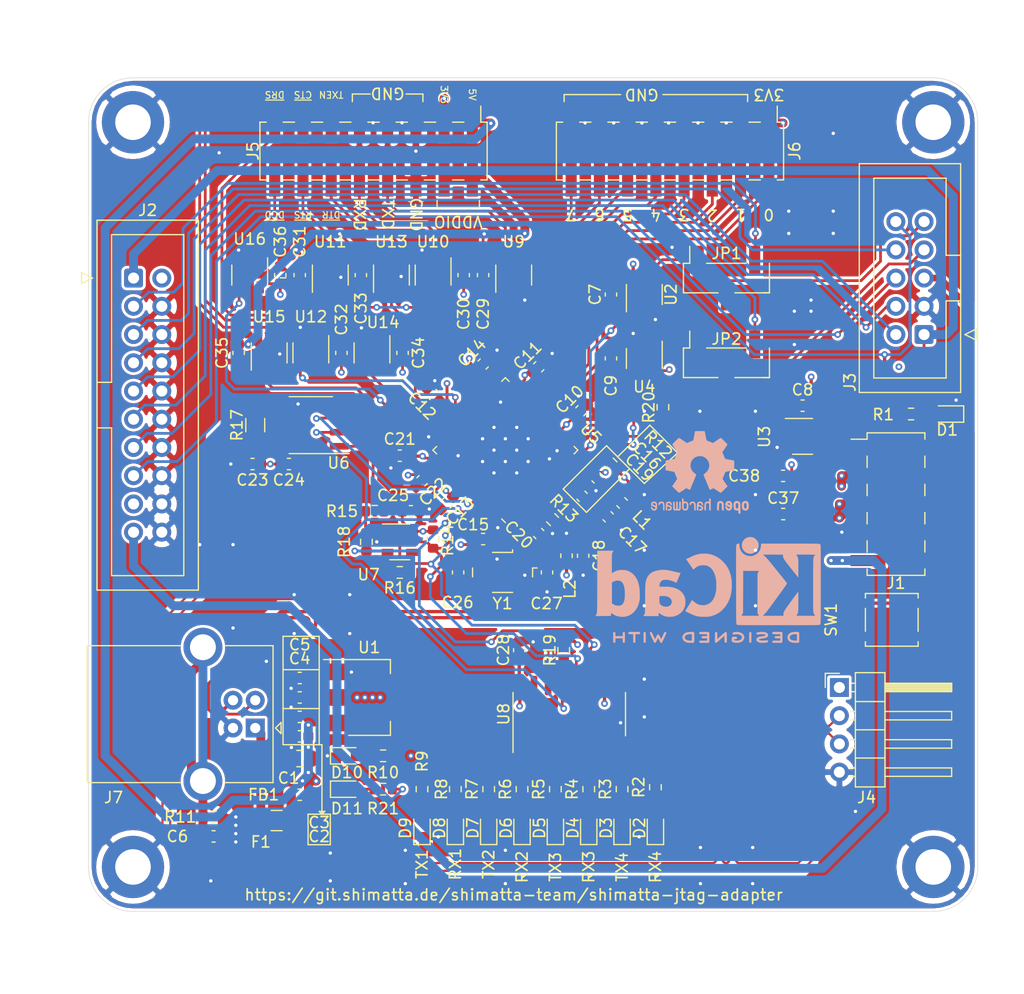
<source format=kicad_pcb>
(kicad_pcb (version 20171130) (host pcbnew 5.1.10)

  (general
    (thickness 1.6)
    (drawings 108)
    (tracks 1397)
    (zones 0)
    (modules 109)
    (nets 88)
  )

  (page A4)
  (title_block
    (title "Shimatta Jtag Adapter")
    (date 2021-05-14)
    (rev v1.0)
    (company Shimatta)
  )

  (layers
    (0 F.Cu signal)
    (1 In1.Cu power)
    (2 In2.Cu power)
    (31 B.Cu signal)
    (32 B.Adhes user)
    (33 F.Adhes user)
    (34 B.Paste user)
    (35 F.Paste user)
    (36 B.SilkS user)
    (37 F.SilkS user)
    (38 B.Mask user)
    (39 F.Mask user)
    (40 Dwgs.User user)
    (41 Cmts.User user)
    (42 Eco1.User user)
    (43 Eco2.User user)
    (44 Edge.Cuts user)
    (45 Margin user)
    (46 B.CrtYd user)
    (47 F.CrtYd user)
    (48 B.Fab user hide)
    (49 F.Fab user hide)
  )

  (setup
    (last_trace_width 0.6)
    (user_trace_width 0.3)
    (user_trace_width 0.6)
    (user_trace_width 0.8)
    (trace_clearance 0.2)
    (zone_clearance 0.254)
    (zone_45_only no)
    (trace_min 0.2)
    (via_size 0.6)
    (via_drill 0.3)
    (via_min_size 0.4)
    (via_min_drill 0.3)
    (user_via 0.9 0.5)
    (uvia_size 0.3)
    (uvia_drill 0.1)
    (uvias_allowed no)
    (uvia_min_size 0.2)
    (uvia_min_drill 0.1)
    (edge_width 0.05)
    (segment_width 0.2)
    (pcb_text_width 0.3)
    (pcb_text_size 1.5 1.5)
    (mod_edge_width 0.12)
    (mod_text_size 1 1)
    (mod_text_width 0.15)
    (pad_size 4.35 4.35)
    (pad_drill 0)
    (pad_to_mask_clearance 0)
    (aux_axis_origin 25 25)
    (grid_origin 25 25)
    (visible_elements FFFFFF7F)
    (pcbplotparams
      (layerselection 0x010fc_ffffffff)
      (usegerberextensions false)
      (usegerberattributes true)
      (usegerberadvancedattributes true)
      (creategerberjobfile true)
      (excludeedgelayer true)
      (linewidth 0.100000)
      (plotframeref false)
      (viasonmask false)
      (mode 1)
      (useauxorigin false)
      (hpglpennumber 1)
      (hpglpenspeed 20)
      (hpglpendiameter 15.000000)
      (psnegative false)
      (psa4output false)
      (plotreference true)
      (plotvalue true)
      (plotinvisibletext false)
      (padsonsilk false)
      (subtractmaskfromsilk false)
      (outputformat 1)
      (mirror false)
      (drillshape 1)
      (scaleselection 1)
      (outputdirectory ""))
  )

  (net 0 "")
  (net 1 GND)
  (net 2 +5V)
  (net 3 +3V3)
  (net 4 "Net-(C6-Pad2)")
  (net 5 /TARGET_VDDIO)
  (net 6 /FT4232H/VCORE)
  (net 7 "Net-(C17-Pad1)")
  (net 8 "Net-(C18-Pad1)")
  (net 9 "Net-(C26-Pad1)")
  (net 10 "Net-(C27-Pad1)")
  (net 11 /UART3_VDDIO)
  (net 12 "Net-(D1-Pad2)")
  (net 13 "Net-(D2-Pad2)")
  (net 14 "Net-(D3-Pad2)")
  (net 15 "Net-(D4-Pad2)")
  (net 16 "Net-(D5-Pad2)")
  (net 17 "Net-(D6-Pad2)")
  (net 18 "Net-(D7-Pad2)")
  (net 19 "Net-(D8-Pad2)")
  (net 20 "Net-(D9-Pad2)")
  (net 21 "Net-(D10-Pad2)")
  (net 22 /TEST_VCC_GND)
  (net 23 /~RTS~_VDDIO)
  (net 24 /~TARGET_RESET)
  (net 25 /TDO_SWO)
  (net 26 /RTCLK)
  (net 27 /TCK_SWCLK)
  (net 28 /TMS_SWDIO)
  (net 29 /TDI)
  (net 30 /~TRST)
  (net 31 "Net-(J3-Pad9)")
  (net 32 "Net-(J3-Pad7)")
  (net 33 /RS485-)
  (net 34 /RS485+)
  (net 35 "/UART3 Level Translation/~DCD3~_VDDIO")
  (net 36 "/UART3 Level Translation/~DSR3~_VDDIO")
  (net 37 "/UART3 Level Translation/~RTS3~_VDDIO")
  (net 38 "/UART3 Level Translation/~DTR3~_VDDIO")
  (net 39 "/UART3 Level Translation/TXDEN3_VDDIO")
  (net 40 "/UART3 Level Translation/RXD3_VDDIO")
  (net 41 "/UART3 Level Translation/TXD3_VDDIO")
  (net 42 /FT4232H/MPSSE2_7)
  (net 43 /FT4232H/MPSSE2_6)
  (net 44 /FT4232H/MPSSE2_5)
  (net 45 /FT4232H/MPSSE2_4)
  (net 46 /FT4232H/MPSSE2_3)
  (net 47 /FT4232H/MPSSE2_2)
  (net 48 /FT4232H/MPSSE2_1)
  (net 49 /FT4232H/MPSSE2_0)
  (net 50 /D+)
  (net 51 /D-)
  (net 52 "/Level trans Programming Connector/OUT_VDDIO")
  (net 53 "/Level trans Programming Connector/IN_VDDIO")
  (net 54 /FT4232H/D_RX_ACT)
  (net 55 /FT4232H/D_TX_ACT)
  (net 56 /FT4232H/C_RX_ACT)
  (net 57 /FT4232H/C_TX_ACT)
  (net 58 /FT4232H/B_RX_ACT)
  (net 59 /FT4232H/B_TX_ACT)
  (net 60 /FT4232H/A_RX_ACT)
  (net 61 /FT4232H/A_TX_ACT)
  (net 62 "Net-(R12-Pad1)")
  (net 63 "Net-(R13-Pad1)")
  (net 64 /FT4232H/EECS)
  (net 65 "Net-(R15-Pad2)")
  (net 66 /FT4232H/EECLK)
  (net 67 /FT4232H/EEDATA)
  (net 68 /FT4232H/~PWREN)
  (net 69 "/Level trans Programming Connector/IN_3V3")
  (net 70 "/Level trans Programming Connector/RTS_3V3")
  (net 71 "/Level trans Programming Connector/OUT_3V3")
  (net 72 /FT4232H/TXEN4)
  (net 73 /FT4232H/RXD4)
  (net 74 /FT4232H/TXD4)
  (net 75 /FT4232H/TXDEN3)
  (net 76 /FT4232H/~DCD3)
  (net 77 /FT4232H/~DSR3)
  (net 78 /FT4232H/~DTR3)
  (net 79 /FT4232H/~RTS3)
  (net 80 /FT4232H/RXD3)
  (net 81 /FT4232H/TXD3)
  (net 82 "/UART3 Level Translation/~CTS3~_VDDIO")
  (net 83 /FT4232H/~CTS3)
  (net 84 /JTAG_5V_SUPPLY)
  (net 85 "Net-(D11-Pad2)")
  (net 86 "Net-(F1-Pad2)")
  (net 87 "Net-(F1-Pad1)")

  (net_class Default "This is the default net class."
    (clearance 0.2)
    (trace_width 0.25)
    (via_dia 0.6)
    (via_drill 0.3)
    (uvia_dia 0.3)
    (uvia_drill 0.1)
    (diff_pair_width 0.25)
    (diff_pair_gap 0.25)
    (add_net +3V3)
    (add_net +5V)
    (add_net /FT4232H/A_RX_ACT)
    (add_net /FT4232H/A_TX_ACT)
    (add_net /FT4232H/B_RX_ACT)
    (add_net /FT4232H/B_TX_ACT)
    (add_net /FT4232H/C_RX_ACT)
    (add_net /FT4232H/C_TX_ACT)
    (add_net /FT4232H/D_RX_ACT)
    (add_net /FT4232H/D_TX_ACT)
    (add_net /FT4232H/EECLK)
    (add_net /FT4232H/EECS)
    (add_net /FT4232H/EEDATA)
    (add_net /FT4232H/MPSSE2_0)
    (add_net /FT4232H/MPSSE2_1)
    (add_net /FT4232H/MPSSE2_2)
    (add_net /FT4232H/MPSSE2_3)
    (add_net /FT4232H/MPSSE2_4)
    (add_net /FT4232H/MPSSE2_5)
    (add_net /FT4232H/MPSSE2_6)
    (add_net /FT4232H/MPSSE2_7)
    (add_net /FT4232H/RXD3)
    (add_net /FT4232H/RXD4)
    (add_net /FT4232H/TXD3)
    (add_net /FT4232H/TXD4)
    (add_net /FT4232H/TXDEN3)
    (add_net /FT4232H/TXEN4)
    (add_net /FT4232H/VCORE)
    (add_net /FT4232H/~CTS3)
    (add_net /FT4232H/~DCD3)
    (add_net /FT4232H/~DSR3)
    (add_net /FT4232H/~DTR3)
    (add_net /FT4232H/~PWREN)
    (add_net /FT4232H/~RTS3)
    (add_net /JTAG_5V_SUPPLY)
    (add_net "/Level trans Programming Connector/IN_3V3")
    (add_net "/Level trans Programming Connector/IN_VDDIO")
    (add_net "/Level trans Programming Connector/OUT_3V3")
    (add_net "/Level trans Programming Connector/OUT_VDDIO")
    (add_net "/Level trans Programming Connector/RTS_3V3")
    (add_net /RTCLK)
    (add_net /TARGET_VDDIO)
    (add_net /TCK_SWCLK)
    (add_net /TDI)
    (add_net /TDO_SWO)
    (add_net /TEST_VCC_GND)
    (add_net /TMS_SWDIO)
    (add_net "/UART3 Level Translation/RXD3_VDDIO")
    (add_net "/UART3 Level Translation/TXD3_VDDIO")
    (add_net "/UART3 Level Translation/TXDEN3_VDDIO")
    (add_net "/UART3 Level Translation/~CTS3~_VDDIO")
    (add_net "/UART3 Level Translation/~DCD3~_VDDIO")
    (add_net "/UART3 Level Translation/~DSR3~_VDDIO")
    (add_net "/UART3 Level Translation/~DTR3~_VDDIO")
    (add_net "/UART3 Level Translation/~RTS3~_VDDIO")
    (add_net /UART3_VDDIO)
    (add_net /~RTS~_VDDIO)
    (add_net /~TARGET_RESET)
    (add_net /~TRST)
    (add_net GND)
    (add_net "Net-(C17-Pad1)")
    (add_net "Net-(C18-Pad1)")
    (add_net "Net-(C26-Pad1)")
    (add_net "Net-(C27-Pad1)")
    (add_net "Net-(C6-Pad2)")
    (add_net "Net-(D1-Pad2)")
    (add_net "Net-(D10-Pad2)")
    (add_net "Net-(D11-Pad2)")
    (add_net "Net-(D2-Pad2)")
    (add_net "Net-(D3-Pad2)")
    (add_net "Net-(D4-Pad2)")
    (add_net "Net-(D5-Pad2)")
    (add_net "Net-(D6-Pad2)")
    (add_net "Net-(D7-Pad2)")
    (add_net "Net-(D8-Pad2)")
    (add_net "Net-(D9-Pad2)")
    (add_net "Net-(F1-Pad1)")
    (add_net "Net-(F1-Pad2)")
    (add_net "Net-(J3-Pad7)")
    (add_net "Net-(J3-Pad9)")
    (add_net "Net-(R12-Pad1)")
    (add_net "Net-(R13-Pad1)")
    (add_net "Net-(R15-Pad2)")
  )

  (net_class RS485 ""
    (clearance 0.5)
    (trace_width 0.2)
    (via_dia 0.6)
    (via_drill 0.3)
    (uvia_dia 0.3)
    (uvia_drill 0.1)
    (diff_pair_width 0.2)
    (diff_pair_gap 0.5)
    (add_net /RS485+)
    (add_net /RS485-)
  )

  (net_class USB ""
    (clearance 0.2)
    (trace_width 0.25)
    (via_dia 0.6)
    (via_drill 0.3)
    (uvia_dia 0.3)
    (uvia_drill 0.1)
    (diff_pair_width 0.3)
    (diff_pair_gap 0.25)
    (add_net /D+)
    (add_net /D-)
  )

  (module shimatta_artwork:shimatta_kanji_20mm_solder_mask (layer B.Cu) (tedit 0) (tstamp 60AAE957)
    (at 69.75 88 180)
    (fp_text reference G*** (at 0 0) (layer B.SilkS) hide
      (effects (font (size 1.524 1.524) (thickness 0.3)) (justify mirror))
    )
    (fp_text value LOGO (at 0.75 0) (layer B.SilkS) hide
      (effects (font (size 1.524 1.524) (thickness 0.3)) (justify mirror))
    )
    (fp_poly (pts (xy -3.948741 -2.077681) (xy -3.842571 -2.106575) (xy -3.745245 -2.159437) (xy -3.73239 -2.168381)
      (xy -3.676586 -2.208118) (xy -3.634238 -2.139597) (xy -3.599519 -2.096334) (xy -3.564972 -2.072617)
      (xy -3.556581 -2.071077) (xy -3.536411 -2.077165) (xy -3.521291 -2.098637) (xy -3.51037 -2.140308)
      (xy -3.502799 -2.206991) (xy -3.49773 -2.303499) (xy -3.494546 -2.422769) (xy -3.492947 -2.519225)
      (xy -3.493504 -2.583451) (xy -3.497349 -2.622281) (xy -3.505619 -2.642547) (xy -3.519446 -2.651084)
      (xy -3.532881 -2.653716) (xy -3.573956 -2.64517) (xy -3.587958 -2.624409) (xy -3.646019 -2.4834)
      (xy -3.713402 -2.367277) (xy -3.781292 -2.287532) (xy -3.873546 -2.221697) (xy -3.97294 -2.182951)
      (xy -4.073355 -2.169839) (xy -4.168668 -2.180907) (xy -4.252758 -2.214702) (xy -4.319504 -2.269769)
      (xy -4.362784 -2.344655) (xy -4.376615 -2.428933) (xy -4.365582 -2.497361) (xy -4.33035 -2.556287)
      (xy -4.267717 -2.607919) (xy -4.174483 -2.654462) (xy -4.047446 -2.698125) (xy -3.945975 -2.725816)
      (xy -3.85389 -2.75024) (xy -3.76859 -2.774776) (xy -3.701899 -2.795929) (xy -3.674447 -2.806076)
      (xy -3.567882 -2.870419) (xy -3.488399 -2.961286) (xy -3.438303 -3.074985) (xy -3.419896 -3.207823)
      (xy -3.41985 -3.214077) (xy -3.436648 -3.351761) (xy -3.486035 -3.470533) (xy -3.565609 -3.56705)
      (xy -3.67297 -3.637969) (xy -3.743839 -3.665108) (xy -3.837888 -3.683707) (xy -3.947419 -3.690817)
      (xy -4.056238 -3.686459) (xy -4.148147 -3.670652) (xy -4.167501 -3.664588) (xy -4.232348 -3.636065)
      (xy -4.30185 -3.59786) (xy -4.318672 -3.587181) (xy -4.39565 -3.53624) (xy -4.439863 -3.604494)
      (xy -4.48072 -3.653504) (xy -4.524176 -3.672151) (xy -4.537807 -3.672989) (xy -4.591538 -3.673231)
      (xy -4.591538 -3.048) (xy -4.544595 -3.048) (xy -4.518453 -3.052519) (xy -4.498508 -3.071374)
      (xy -4.479553 -3.112508) (xy -4.457089 -3.181544) (xy -4.400463 -3.312708) (xy -4.318273 -3.42679)
      (xy -4.217406 -3.515052) (xy -4.173966 -3.540862) (xy -4.086335 -3.57143) (xy -3.983094 -3.585212)
      (xy -3.878704 -3.58206) (xy -3.787626 -3.561828) (xy -3.751451 -3.545174) (xy -3.670291 -3.478418)
      (xy -3.61732 -3.394384) (xy -3.595281 -3.301169) (xy -3.606916 -3.206866) (xy -3.623386 -3.167162)
      (xy -3.647083 -3.129684) (xy -3.679122 -3.098577) (xy -3.725539 -3.070884) (xy -3.792369 -3.043648)
      (xy -3.885646 -3.013911) (xy -4.003738 -2.980792) (xy -4.141027 -2.941904) (xy -4.24642 -2.907553)
      (xy -4.326391 -2.874894) (xy -4.387417 -2.841084) (xy -4.435975 -2.803278) (xy -4.458411 -2.781135)
      (xy -4.517275 -2.699588) (xy -4.546855 -2.605673) (xy -4.552461 -2.526341) (xy -4.536364 -2.386709)
      (xy -4.489333 -2.270099) (xy -4.413262 -2.178332) (xy -4.310042 -2.11323) (xy -4.181568 -2.076613)
      (xy -4.077097 -2.068906) (xy -3.948741 -2.077681)) (layer B.Mask) (width 0.01))
    (fp_poly (pts (xy 1.281889 -2.625235) (xy 1.35408 -2.639007) (xy 1.418751 -2.666585) (xy 1.481804 -2.707759)
      (xy 1.490849 -2.715425) (xy 1.553308 -2.771207) (xy 1.563564 -3.129411) (xy 1.567715 -3.245141)
      (xy 1.572994 -3.348271) (xy 1.57893 -3.432072) (xy 1.585051 -3.489815) (xy 1.59052 -3.514271)
      (xy 1.621864 -3.532029) (xy 1.682841 -3.530784) (xy 1.732532 -3.52706) (xy 1.754343 -3.53598)
      (xy 1.758462 -3.554831) (xy 1.740226 -3.602654) (xy 1.689967 -3.640684) (xy 1.614362 -3.664558)
      (xy 1.584271 -3.668656) (xy 1.521456 -3.671511) (xy 1.480693 -3.661986) (xy 1.445805 -3.635793)
      (xy 1.440421 -3.630505) (xy 1.405182 -3.590236) (xy 1.384448 -3.557311) (xy 1.383959 -3.555952)
      (xy 1.369919 -3.545603) (xy 1.338585 -3.559455) (xy 1.298034 -3.588839) (xy 1.237128 -3.630119)
      (xy 1.174901 -3.662931) (xy 1.154739 -3.670815) (xy 1.067219 -3.688301) (xy 0.969072 -3.690589)
      (xy 0.877577 -3.678236) (xy 0.82469 -3.660184) (xy 0.744988 -3.605701) (xy 0.69927 -3.534893)
      (xy 0.683885 -3.441954) (xy 0.683846 -3.43619) (xy 0.686252 -3.401029) (xy 0.911215 -3.401029)
      (xy 0.915671 -3.46142) (xy 0.938699 -3.50419) (xy 0.96608 -3.530724) (xy 1.014251 -3.563687)
      (xy 1.064001 -3.572515) (xy 1.100877 -3.569299) (xy 1.16548 -3.552873) (xy 1.221927 -3.526276)
      (xy 1.228025 -3.522031) (xy 1.291206 -3.464621) (xy 1.331243 -3.399056) (xy 1.354073 -3.313462)
      (xy 1.361257 -3.255587) (xy 1.367045 -3.18541) (xy 1.366887 -3.146315) (xy 1.359234 -3.130556)
      (xy 1.342538 -3.130386) (xy 1.336539 -3.131936) (xy 1.296977 -3.141887) (xy 1.235589 -3.156274)
      (xy 1.191846 -3.166146) (xy 1.073844 -3.199818) (xy 0.990757 -3.242205) (xy 0.938825 -3.296458)
      (xy 0.914285 -3.365723) (xy 0.911215 -3.401029) (xy 0.686252 -3.401029) (xy 0.688232 -3.372117)
      (xy 0.706532 -3.323776) (xy 0.746465 -3.27193) (xy 0.752394 -3.265315) (xy 0.812501 -3.210537)
      (xy 0.889162 -3.163405) (xy 0.987601 -3.121827) (xy 1.113046 -3.083712) (xy 1.270722 -3.046968)
      (xy 1.326119 -3.035696) (xy 1.352917 -3.027456) (xy 1.364665 -3.00962) (xy 1.364603 -2.971489)
      (xy 1.35919 -2.926418) (xy 1.348005 -2.861639) (xy 1.334451 -2.809178) (xy 1.327644 -2.792185)
      (xy 1.289845 -2.757473) (xy 1.22536 -2.73215) (xy 1.146124 -2.719638) (xy 1.080054 -2.721162)
      (xy 1.001244 -2.738478) (xy 0.956495 -2.767989) (xy 0.947455 -2.80826) (xy 0.955478 -2.829513)
      (xy 0.975273 -2.895593) (xy 0.966716 -2.954334) (xy 0.936558 -2.99953) (xy 0.891551 -3.024976)
      (xy 0.838446 -3.024465) (xy 0.783995 -2.991793) (xy 0.781539 -2.989384) (xy 0.746802 -2.930557)
      (xy 0.744258 -2.86267) (xy 0.770445 -2.792651) (xy 0.821898 -2.727426) (xy 0.895153 -2.673923)
      (xy 0.951683 -2.649098) (xy 1.050558 -2.627276) (xy 1.167021 -2.619162) (xy 1.281889 -2.625235)) (layer B.Mask) (width 0.01))
    (fp_poly (pts (xy 2.134779 -2.216303) (xy 2.147307 -2.228949) (xy 2.155214 -2.256355) (xy 2.159977 -2.305421)
      (xy 2.163072 -2.383045) (xy 2.164525 -2.437423) (xy 2.170049 -2.657231) (xy 2.327076 -2.657231)
      (xy 2.404733 -2.6578) (xy 2.450924 -2.660989) (xy 2.47326 -2.669015) (xy 2.47935 -2.684097)
      (xy 2.477859 -2.701192) (xy 2.471647 -2.723494) (xy 2.455225 -2.737184) (xy 2.420203 -2.744904)
      (xy 2.358189 -2.749299) (xy 2.320193 -2.75086) (xy 2.16877 -2.756567) (xy 2.16877 -3.112859)
      (xy 2.169342 -3.245244) (xy 2.171343 -3.344145) (xy 2.175197 -3.415141) (xy 2.181328 -3.46381)
      (xy 2.19016 -3.495732) (xy 2.199185 -3.512575) (xy 2.243766 -3.548597) (xy 2.297876 -3.553845)
      (xy 2.352703 -3.532052) (xy 2.399437 -3.486951) (xy 2.429266 -3.422273) (xy 2.43109 -3.414346)
      (xy 2.443721 -3.353742) (xy 2.452449 -3.311769) (xy 2.471087 -3.273712) (xy 2.512304 -3.262927)
      (xy 2.513582 -3.262923) (xy 2.543027 -3.264893) (xy 2.556494 -3.277318) (xy 2.557615 -3.309964)
      (xy 2.551165 -3.363995) (xy 2.520761 -3.487567) (xy 2.465044 -3.582903) (xy 2.382053 -3.653097)
      (xy 2.36024 -3.665318) (xy 2.291732 -3.686001) (xy 2.208022 -3.691374) (xy 2.128819 -3.681235)
      (xy 2.092499 -3.668058) (xy 2.047491 -3.634999) (xy 2.004847 -3.589185) (xy 2.004576 -3.588822)
      (xy 1.990478 -3.567274) (xy 1.979874 -3.541935) (xy 1.97215 -3.506993) (xy 1.96669 -3.456633)
      (xy 1.962881 -3.385044) (xy 1.960108 -3.286412) (xy 1.957757 -3.154925) (xy 1.957592 -3.144322)
      (xy 1.951569 -2.754923) (xy 1.864785 -2.754923) (xy 1.810898 -2.752753) (xy 1.785539 -2.74247)
      (xy 1.778236 -2.718408) (xy 1.778 -2.707988) (xy 1.78917 -2.669501) (xy 1.828657 -2.643689)
      (xy 1.84066 -2.63921) (xy 1.916877 -2.59926) (xy 1.975812 -2.536169) (xy 2.020275 -2.445345)
      (xy 2.053082 -2.322197) (xy 2.060796 -2.279902) (xy 2.072651 -2.231189) (xy 2.090988 -2.211978)
      (xy 2.116152 -2.211517) (xy 2.134779 -2.216303)) (layer B.Mask) (width 0.01))
    (fp_poly (pts (xy 2.977889 -2.220577) (xy 2.989051 -2.233889) (xy 2.996212 -2.264192) (xy 3.000678 -2.318126)
      (xy 3.003756 -2.402331) (xy 3.004679 -2.437423) (xy 3.010203 -2.657231) (xy 3.165871 -2.657231)
      (xy 3.2432 -2.657756) (xy 3.289442 -2.661005) (xy 3.312586 -2.669483) (xy 3.320621 -2.685697)
      (xy 3.321539 -2.706077) (xy 3.319873 -2.730302) (xy 3.309561 -2.744808) (xy 3.282629 -2.752086)
      (xy 3.231105 -2.754626) (xy 3.165231 -2.754923) (xy 3.008923 -2.754923) (xy 3.008923 -3.116384)
      (xy 3.009198 -3.244484) (xy 3.0104 -3.339342) (xy 3.0131 -3.40679) (xy 3.017865 -3.452661)
      (xy 3.025266 -3.482788) (xy 3.035872 -3.503005) (xy 3.048 -3.516923) (xy 3.10635 -3.552186)
      (xy 3.168114 -3.552519) (xy 3.223333 -3.519711) (xy 3.251566 -3.480363) (xy 3.27189 -3.427198)
      (xy 3.288956 -3.360597) (xy 3.291638 -3.345961) (xy 3.303463 -3.293252) (xy 3.320872 -3.269071)
      (xy 3.351893 -3.262946) (xy 3.355285 -3.262923) (xy 3.38444 -3.265205) (xy 3.397578 -3.278679)
      (xy 3.398595 -3.313283) (xy 3.393567 -3.360604) (xy 3.365773 -3.486881) (xy 3.315386 -3.581707)
      (xy 3.241303 -3.646267) (xy 3.142419 -3.681748) (xy 3.088355 -3.688628) (xy 3.01614 -3.689982)
      (xy 2.964142 -3.679081) (xy 2.914397 -3.651992) (xy 2.911231 -3.64986) (xy 2.874127 -3.62076)
      (xy 2.845838 -3.586644) (xy 2.825182 -3.542043) (xy 2.810978 -3.481493) (xy 2.802044 -3.399525)
      (xy 2.797199 -3.290672) (xy 2.79526 -3.149469) (xy 2.795103 -3.112623) (xy 2.794 -2.75717)
      (xy 2.710962 -2.751162) (xy 2.655959 -2.743228) (xy 2.629795 -2.72651) (xy 2.623153 -2.706077)
      (xy 2.631409 -2.674445) (xy 2.668702 -2.64438) (xy 2.700291 -2.627923) (xy 2.771841 -2.584089)
      (xy 2.824234 -2.526111) (xy 2.863446 -2.445303) (xy 2.891324 -2.350359) (xy 2.91104 -2.278076)
      (xy 2.928744 -2.236994) (xy 2.948357 -2.219688) (xy 2.96142 -2.217615) (xy 2.977889 -2.220577)) (layer B.Mask) (width 0.01))
    (fp_poly (pts (xy 4.134035 -2.624029) (xy 4.182149 -2.635312) (xy 4.230186 -2.656367) (xy 4.238703 -2.660758)
      (xy 4.295999 -2.692909) (xy 4.338535 -2.725226) (xy 4.368629 -2.76404) (xy 4.388598 -2.815684)
      (xy 4.400759 -2.886491) (xy 4.407429 -2.982792) (xy 4.410925 -3.11092) (xy 4.411305 -3.13242)
      (xy 4.413773 -3.268998) (xy 4.416709 -3.371269) (xy 4.421345 -3.443996) (xy 4.428912 -3.491941)
      (xy 4.440642 -3.519868) (xy 4.457766 -3.532538) (xy 4.481517 -3.534714) (xy 4.513124 -3.531159)
      (xy 4.514366 -3.530992) (xy 4.574801 -3.528252) (xy 4.602733 -3.542499) (xy 4.601888 -3.576081)
      (xy 4.599004 -3.584267) (xy 4.565512 -3.623526) (xy 4.505057 -3.654325) (xy 4.429621 -3.671409)
      (xy 4.396191 -3.673231) (xy 4.330445 -3.665009) (xy 4.281674 -3.635069) (xy 4.268221 -3.621531)
      (xy 4.236391 -3.582692) (xy 4.220665 -3.554692) (xy 4.220308 -3.552152) (xy 4.206786 -3.551941)
      (xy 4.172559 -3.571718) (xy 4.151963 -3.586602) (xy 4.037525 -3.652649) (xy 3.913524 -3.687153)
      (xy 3.788526 -3.689048) (xy 3.6711 -3.657264) (xy 3.653241 -3.648807) (xy 3.575561 -3.590347)
      (xy 3.530853 -3.512415) (xy 3.52127 -3.419334) (xy 3.525138 -3.391337) (xy 3.525834 -3.389277)
      (xy 3.751385 -3.389277) (xy 3.765893 -3.476624) (xy 3.806381 -3.537453) (xy 3.868297 -3.569636)
      (xy 3.947088 -3.571042) (xy 4.038201 -3.539541) (xy 4.054231 -3.530961) (xy 4.131154 -3.469167)
      (xy 4.179087 -3.385009) (xy 4.199659 -3.275234) (xy 4.200739 -3.238127) (xy 4.20077 -3.125409)
      (xy 4.147039 -3.137413) (xy 4.005283 -3.173125) (xy 3.898886 -3.210039) (xy 3.824142 -3.250513)
      (xy 3.777351 -3.296903) (xy 3.75481 -3.351567) (xy 3.751385 -3.389277) (xy 3.525834 -3.389277)
      (xy 3.550482 -3.316353) (xy 3.598369 -3.251214) (xy 3.671884 -3.194174) (xy 3.77411 -3.143485)
      (xy 3.908131 -3.0974) (xy 4.077031 -3.054171) (xy 4.147039 -3.038956) (xy 4.182239 -3.02674)
      (xy 4.197497 -3.001436) (xy 4.20077 -2.951207) (xy 4.190307 -2.855209) (xy 4.157338 -2.787629)
      (xy 4.104887 -2.746089) (xy 4.026609 -2.722112) (xy 3.934077 -2.717321) (xy 3.847506 -2.732499)
      (xy 3.83837 -2.735741) (xy 3.801509 -2.756724) (xy 3.794777 -2.787791) (xy 3.798021 -2.804125)
      (xy 3.812669 -2.863271) (xy 3.821682 -2.899549) (xy 3.816621 -2.950785) (xy 3.783408 -2.996248)
      (xy 3.732546 -3.024438) (xy 3.703957 -3.028461) (xy 3.655872 -3.011601) (xy 3.611064 -2.969855)
      (xy 3.581322 -2.916476) (xy 3.575612 -2.884172) (xy 3.592791 -2.818384) (xy 3.638481 -2.750973)
      (xy 3.704233 -2.693009) (xy 3.735965 -2.674057) (xy 3.80207 -2.647582) (xy 3.883198 -2.631325)
      (xy 3.985846 -2.623066) (xy 4.072911 -2.620589) (xy 4.134035 -2.624029)) (layer B.Mask) (width 0.01))
    (fp_poly (pts (xy -2.91123 -2.430945) (xy -2.901461 -2.796672) (xy -2.842846 -2.734314) (xy -2.752705 -2.662809)
      (xy -2.653214 -2.624266) (xy -2.551077 -2.617008) (xy -2.453001 -2.63936) (xy -2.365692 -2.689645)
      (xy -2.295854 -2.76619) (xy -2.250195 -2.867316) (xy -2.246092 -2.883435) (xy -2.239748 -2.930158)
      (xy -2.234338 -3.006749) (xy -2.230311 -3.104) (xy -2.228116 -3.212704) (xy -2.22785 -3.257666)
      (xy -2.227868 -3.372491) (xy -2.22676 -3.454252) (xy -2.222159 -3.508944) (xy -2.211699 -3.542561)
      (xy -2.193012 -3.561095) (xy -2.163733 -3.570542) (xy -2.121493 -3.576895) (xy -2.100609 -3.579886)
      (xy -2.06566 -3.599604) (xy -2.055215 -3.619724) (xy -2.055683 -3.632977) (xy -2.066819 -3.642272)
      (xy -2.094286 -3.648299) (xy -2.143746 -3.651751) (xy -2.220862 -3.653318) (xy -2.331296 -3.653692)
      (xy -2.333413 -3.653692) (xy -2.444194 -3.653422) (xy -2.521787 -3.652075) (xy -2.57208 -3.648841)
      (xy -2.60096 -3.642913) (xy -2.614317 -3.633483) (xy -2.618036 -3.619742) (xy -2.618154 -3.614615)
      (xy -2.609948 -3.587056) (xy -2.578457 -3.576447) (xy -2.553677 -3.575538) (xy -2.5133 -3.573452)
      (xy -2.48406 -3.563589) (xy -2.464167 -3.540546) (xy -2.451834 -3.498918) (xy -2.445274 -3.433301)
      (xy -2.4427 -3.338291) (xy -2.442307 -3.238849) (xy -2.444045 -3.100024) (xy -2.45012 -2.994317)
      (xy -2.461822 -2.915887) (xy -2.480444 -2.858894) (xy -2.507278 -2.817497) (xy -2.542283 -2.786784)
      (xy -2.613761 -2.758645) (xy -2.692497 -2.763385) (xy -2.769991 -2.798125) (xy -2.837745 -2.859986)
      (xy -2.862384 -2.895227) (xy -2.87811 -2.926302) (xy -2.889459 -2.963869) (xy -2.897366 -3.015172)
      (xy -2.902763 -3.087453) (xy -2.906584 -3.187955) (xy -2.90819 -3.250861) (xy -2.910513 -3.370015)
      (xy -2.90986 -3.455655) (xy -2.904363 -3.513325) (xy -2.892152 -3.548574) (xy -2.871359 -3.566947)
      (xy -2.840114 -3.57399) (xy -2.798884 -3.575239) (xy -2.753791 -3.580646) (xy -2.736686 -3.600511)
      (xy -2.735384 -3.614615) (xy -2.737349 -3.629818) (xy -2.74717 -3.640467) (xy -2.770734 -3.647369)
      (xy -2.81393 -3.651332) (xy -2.882644 -3.653165) (xy -2.982766 -3.653676) (xy -3.020125 -3.653692)
      (xy -3.131152 -3.653332) (xy -3.208767 -3.65179) (xy -3.258634 -3.648375) (xy -3.286416 -3.642395)
      (xy -3.297774 -3.633159) (xy -3.298371 -3.619977) (xy -3.298323 -3.619724) (xy -3.275912 -3.589103)
      (xy -3.252929 -3.579886) (xy -3.200774 -3.570769) (xy -3.169862 -3.564573) (xy -3.125648 -3.555128)
      (xy -3.130786 -2.876603) (xy -3.135923 -2.198077) (xy -3.22873 -2.192122) (xy -3.2852 -2.186309)
      (xy -3.312659 -2.174677) (xy -3.321171 -2.151626) (xy -3.321538 -2.140481) (xy -3.318178 -2.112275)
      (xy -3.303776 -2.09318) (xy -3.271855 -2.081173) (xy -3.215934 -2.074236) (xy -3.129534 -2.070346)
      (xy -3.093615 -2.069396) (xy -2.921 -2.065219) (xy -2.91123 -2.430945)) (layer B.Mask) (width 0.01))
    (fp_poly (pts (xy -1.582615 -3.083342) (xy -1.58228 -3.233448) (xy -1.580547 -3.349095) (xy -1.576328 -3.434903)
      (xy -1.568531 -3.495488) (xy -1.556067 -3.535469) (xy -1.537846 -3.559462) (xy -1.512778 -3.572087)
      (xy -1.479772 -3.577961) (xy -1.465544 -3.579329) (xy -1.411112 -3.592934) (xy -1.390842 -3.6195)
      (xy -1.391255 -3.63262) (xy -1.401988 -3.641894) (xy -1.428615 -3.647979) (xy -1.476706 -3.651534)
      (xy -1.551833 -3.653217) (xy -1.659566 -3.653686) (xy -1.680307 -3.653692) (xy -1.793804 -3.653357)
      (xy -1.873798 -3.651914) (xy -1.92586 -3.648705) (xy -1.955563 -3.64307) (xy -1.968476 -3.634354)
      (xy -1.970172 -3.621896) (xy -1.969772 -3.6195) (xy -1.94684 -3.591502) (xy -1.89507 -3.579329)
      (xy -1.854041 -3.573348) (xy -1.823876 -3.56009) (xy -1.802917 -3.534231) (xy -1.789507 -3.490442)
      (xy -1.781989 -3.423396) (xy -1.778706 -3.327767) (xy -1.778 -3.203015) (xy -1.778767 -3.0925)
      (xy -1.780883 -2.991401) (xy -1.784064 -2.908196) (xy -1.788029 -2.851364) (xy -1.790211 -2.835519)
      (xy -1.800191 -2.798932) (xy -1.818621 -2.780954) (xy -1.85709 -2.775001) (xy -1.897673 -2.774461)
      (xy -1.954825 -2.772684) (xy -1.983001 -2.764085) (xy -1.992252 -2.743769) (xy -1.992923 -2.728057)
      (xy -1.985342 -2.69869) (xy -1.959152 -2.6783) (xy -1.909184 -2.665512) (xy -1.830268 -2.658951)
      (xy -1.726711 -2.657231) (xy -1.582615 -2.657231) (xy -1.582615 -3.083342)) (layer B.Mask) (width 0.01))
    (fp_poly (pts (xy 0.160595 -2.6382) (xy 0.251543 -2.690716) (xy 0.305155 -2.746376) (xy 0.361462 -2.82013)
      (xy 0.367629 -3.172955) (xy 0.370974 -3.300648) (xy 0.375998 -3.407347) (xy 0.382346 -3.488043)
      (xy 0.389663 -3.537727) (xy 0.394445 -3.550659) (xy 0.426962 -3.567806) (xy 0.477705 -3.575506)
      (xy 0.481085 -3.575538) (xy 0.527206 -3.580264) (xy 0.545304 -3.598525) (xy 0.547077 -3.614615)
      (xy 0.545112 -3.629818) (xy 0.535291 -3.640467) (xy 0.511727 -3.647369) (xy 0.468532 -3.651332)
      (xy 0.399817 -3.653165) (xy 0.299695 -3.653676) (xy 0.262337 -3.653692) (xy 0.15131 -3.653332)
      (xy 0.073694 -3.65179) (xy 0.023827 -3.648375) (xy -0.003954 -3.642395) (xy -0.015312 -3.633159)
      (xy -0.01591 -3.619977) (xy -0.015862 -3.619724) (xy 0.006549 -3.589103) (xy 0.029532 -3.579886)
      (xy 0.081349 -3.570807) (xy 0.113572 -3.564328) (xy 0.158759 -3.55464) (xy 0.152649 -3.205149)
      (xy 0.150261 -3.080141) (xy 0.147568 -2.98807) (xy 0.14375 -2.922802) (xy 0.137985 -2.8782)
      (xy 0.129454 -2.848129) (xy 0.117336 -2.826454) (xy 0.10081 -2.807038) (xy 0.099171 -2.80529)
      (xy 0.036578 -2.76357) (xy -0.03513 -2.754361) (xy -0.107809 -2.775113) (xy -0.173313 -2.82328)
      (xy -0.2235 -2.896312) (xy -0.228621 -2.907851) (xy -0.242194 -2.959545) (xy -0.253632 -3.038622)
      (xy -0.26248 -3.135114) (xy -0.268284 -3.239052) (xy -0.270591 -3.340469) (xy -0.268945 -3.429395)
      (xy -0.262895 -3.495863) (xy -0.256582 -3.521807) (xy -0.234312 -3.559407) (xy -0.198201 -3.573968)
      (xy -0.16656 -3.575538) (xy -0.119225 -3.579843) (xy -0.100025 -3.59668) (xy -0.097692 -3.614615)
      (xy -0.099721 -3.630078) (xy -0.109812 -3.640817) (xy -0.13397 -3.64769) (xy -0.178201 -3.651554)
      (xy -0.248509 -3.653267) (xy -0.350899 -3.653687) (xy -0.37123 -3.653692) (xy -0.479474 -3.653402)
      (xy -0.554647 -3.651961) (xy -0.602754 -3.648509) (xy -0.629802 -3.642191) (xy -0.641794 -3.632147)
      (xy -0.644737 -3.61752) (xy -0.644769 -3.614615) (xy -0.637027 -3.587576) (xy -0.60689 -3.57675)
      (xy -0.577072 -3.575538) (xy -0.518134 -3.565276) (xy -0.489149 -3.537746) (xy -0.480668 -3.501652)
      (xy -0.474584 -3.435556) (xy -0.470888 -3.348461) (xy -0.46957 -3.249366) (xy -0.470621 -3.147275)
      (xy -0.474029 -3.051188) (xy -0.479786 -2.970106) (xy -0.487881 -2.913031) (xy -0.489839 -2.905077)
      (xy -0.526769 -2.821499) (xy -0.581001 -2.770807) (xy -0.645739 -2.754923) (xy -0.735999 -2.772852)
      (xy -0.809609 -2.825537) (xy -0.857691 -2.897328) (xy -0.874128 -2.935653) (xy -0.885556 -2.976451)
      (xy -0.892851 -3.027644) (xy -0.896891 -3.097155) (xy -0.898551 -3.192908) (xy -0.898769 -3.268719)
      (xy -0.898957 -3.381092) (xy -0.897858 -3.460528) (xy -0.89298 -3.513147) (xy -0.881827 -3.545071)
      (xy -0.861906 -3.56242) (xy -0.830724 -3.571314) (xy -0.785786 -3.577876) (xy -0.771993 -3.579886)
      (xy -0.737045 -3.599604) (xy -0.726599 -3.619724) (xy -0.727068 -3.632977) (xy -0.738204 -3.642272)
      (xy -0.765671 -3.648299) (xy -0.815131 -3.651751) (xy -0.892246 -3.653318) (xy -1.002681 -3.653692)
      (xy -1.004798 -3.653692) (xy -1.115579 -3.653422) (xy -1.193172 -3.652075) (xy -1.243464 -3.648841)
      (xy -1.272345 -3.642913) (xy -1.285701 -3.633483) (xy -1.289421 -3.619742) (xy -1.289538 -3.614615)
      (xy -1.281558 -3.587305) (xy -1.250719 -3.576588) (xy -1.223546 -3.575538) (xy -1.171735 -3.568031)
      (xy -1.136293 -3.549836) (xy -1.135183 -3.548583) (xy -1.126419 -3.520919) (xy -1.120558 -3.461291)
      (xy -1.117515 -3.367712) (xy -1.117204 -3.238197) (xy -1.118137 -3.152929) (xy -1.123461 -2.784231)
      (xy -1.2065 -2.778222) (xy -1.259273 -2.771553) (xy -1.283456 -2.75743) (xy -1.289521 -2.729362)
      (xy -1.289538 -2.72677) (xy -1.283524 -2.697315) (xy -1.26157 -2.677357) (xy -1.217814 -2.665198)
      (xy -1.146392 -2.659141) (xy -1.050192 -2.657497) (xy -0.898769 -2.657231) (xy -0.898769 -2.796998)
      (xy -0.84595 -2.734227) (xy -0.763361 -2.663556) (xy -0.667196 -2.625176) (xy -0.56548 -2.618811)
      (xy -0.466237 -2.644187) (xy -0.377492 -2.701029) (xy -0.331335 -2.751852) (xy -0.288541 -2.809733)
      (xy -0.232075 -2.745421) (xy -0.144368 -2.670997) (xy -0.044757 -2.628328) (xy 0.059363 -2.6174)
      (xy 0.160595 -2.6382)) (layer B.Mask) (width 0.01))
    (fp_poly (pts (xy -1.604197 -2.140316) (xy -1.583691 -2.16207) (xy -1.554825 -2.222457) (xy -1.564969 -2.280657)
      (xy -1.606016 -2.329961) (xy -1.663091 -2.36061) (xy -1.720121 -2.352623) (xy -1.769119 -2.316196)
      (xy -1.807529 -2.267479) (xy -1.812513 -2.223649) (xy -1.784674 -2.172211) (xy -1.776582 -2.161635)
      (xy -1.722409 -2.118489) (xy -1.66201 -2.111389) (xy -1.604197 -2.140316)) (layer B.Mask) (width 0.01))
    (fp_poly (pts (xy -3.838788 3.688729) (xy -3.763989 3.677918) (xy -3.672419 3.662305) (xy -3.574363 3.643857)
      (xy -3.48011 3.624543) (xy -3.399947 3.60633) (xy -3.344161 3.591186) (xy -3.331315 3.58657)
      (xy -3.283233 3.56018) (xy -3.253133 3.532073) (xy -3.250693 3.527326) (xy -3.253676 3.486941)
      (xy -3.283652 3.446101) (xy -3.321955 3.42193) (xy -3.347355 3.402506) (xy -3.390898 3.360148)
      (xy -3.445625 3.301872) (xy -3.484542 3.258039) (xy -3.616047 3.106616) (xy -1.188916 3.106616)
      (xy -0.994443 3.287346) (xy -0.921758 3.354128) (xy -0.85857 3.410747) (xy -0.810709 3.452087)
      (xy -0.784001 3.473031) (xy -0.781309 3.474482) (xy -0.757945 3.465597) (xy -0.712937 3.435671)
      (xy -0.653194 3.390341) (xy -0.585627 3.335241) (xy -0.517146 3.276008) (xy -0.454661 3.218278)
      (xy -0.405081 3.167687) (xy -0.404892 3.167477) (xy -0.364427 3.117627) (xy -0.338018 3.075387)
      (xy -0.332154 3.05723) (xy -0.345696 3.029063) (xy -0.38818 3.008895) (xy -0.462393 2.996103)
      (xy -0.571123 2.990066) (xy -0.636272 2.989385) (xy -0.840154 2.989385) (xy -0.840154 2.637693)
      (xy -0.839955 2.512617) (xy -0.838973 2.421319) (xy -0.836633 2.358498) (xy -0.832357 2.318856)
      (xy -0.82557 2.297091) (xy -0.815693 2.287906) (xy -0.802152 2.286001) (xy -0.801892 2.286)
      (xy -0.773311 2.298192) (xy -0.722344 2.331537) (xy -0.655775 2.381192) (xy -0.580392 2.442311)
      (xy -0.566873 2.453762) (xy -0.370116 2.621524) (xy -0.20152 2.487954) (xy -0.101103 2.405863)
      (xy -0.030828 2.341836) (xy 0.011944 2.292668) (xy 0.029851 2.255153) (xy 0.025534 2.226085)
      (xy 0.020288 2.218518) (xy 0.006592 2.208305) (xy -0.018542 2.20062) (xy -0.060041 2.195127)
      (xy -0.122832 2.19149) (xy -0.211843 2.189373) (xy -0.332 2.18844) (xy -0.422469 2.188308)
      (xy -0.840154 2.188308) (xy -0.840154 1.593302) (xy -0.685062 1.747483) (xy -0.529971 1.901665)
      (xy -0.416892 1.825179) (xy -0.334867 1.765382) (xy -0.256268 1.70045) (xy -0.186709 1.635942)
      (xy -0.131801 1.577421) (xy -0.097158 1.530448) (xy -0.088391 1.500584) (xy -0.088624 1.499911)
      (xy -0.098691 1.482757) (xy -0.117225 1.469664) (xy -0.149019 1.460093) (xy -0.198863 1.453502)
      (xy -0.271551 1.449351) (xy -0.371876 1.4471) (xy -0.504628 1.446209) (xy -0.565638 1.446113)
      (xy -0.700559 1.445507) (xy -0.800136 1.443739) (xy -0.868095 1.440561) (xy -0.908159 1.435727)
      (xy -0.924051 1.428988) (xy -0.922215 1.4224) (xy -0.89994 1.378095) (xy -0.914959 1.330448)
      (xy -0.957384 1.289539) (xy -1.016 1.247801) (xy -1.016 0.840154) (xy -0.954763 0.840154)
      (xy -0.922588 0.845115) (xy -0.885404 0.862752) (xy -0.837186 0.897197) (xy -0.771906 0.952581)
      (xy -0.712938 1.005923) (xy -0.532349 1.171691) (xy -0.437136 1.100731) (xy -0.362212 1.041551)
      (xy -0.288135 0.97735) (xy -0.223006 0.915706) (xy -0.174925 0.864198) (xy -0.154843 0.836626)
      (xy -0.150378 0.797665) (xy -0.167511 0.773126) (xy -0.183248 0.762647) (xy -0.210018 0.754793)
      (xy -0.252898 0.749212) (xy -0.316961 0.745549) (xy -0.407281 0.743451) (xy -0.528932 0.742563)
      (xy -0.607088 0.742462) (xy -1.016 0.742462) (xy -1.016 0) (xy -0.777399 0)
      (xy -0.593867 0.168471) (xy -0.410335 0.336941) (xy -0.301582 0.271047) (xy -0.201402 0.206185)
      (xy -0.109722 0.139119) (xy -0.033314 0.075413) (xy 0.021051 0.020627) (xy 0.044043 -0.012866)
      (xy 0.055086 -0.042142) (xy 0.056136 -0.065393) (xy 0.043528 -0.083305) (xy 0.013598 -0.096568)
      (xy -0.037319 -0.10587) (xy -0.11289 -0.111899) (xy -0.216779 -0.115343) (xy -0.352651 -0.11689)
      (xy -0.511734 -0.117231) (xy -1.016 -0.117231) (xy -1.016 -0.933208) (xy -1.087506 -0.987749)
      (xy -1.185199 -1.046446) (xy -1.289837 -1.082616) (xy -1.390375 -1.093543) (xy -1.465384 -1.080594)
      (xy -1.489548 -1.069612) (xy -1.508164 -1.052924) (xy -1.52195 -1.025778) (xy -1.531624 -0.983425)
      (xy -1.537903 -0.921114) (xy -1.541504 -0.834094) (xy -1.543143 -0.717615) (xy -1.543538 -0.566926)
      (xy -1.543538 -0.117231) (xy -2.789505 -0.117231) (xy -2.82106 -0.069072) (xy -2.843686 -0.031355)
      (xy -2.852615 -0.010456) (xy -2.834363 -0.00634) (xy -2.784749 -0.002986) (xy -2.711487 -0.000754)
      (xy -2.627923 0) (xy -2.40323 0) (xy -2.40323 0.742462) (xy -1.914769 0.742462)
      (xy -1.914769 0) (xy -1.543538 0) (xy -1.543538 0.742462) (xy -1.914769 0.742462)
      (xy -2.40323 0.742462) (xy -2.40323 1.051715) (xy -2.139645 0.945934) (xy -2.033634 0.903981)
      (xy -1.954204 0.874855) (xy -1.891918 0.856232) (xy -1.837336 0.845789) (xy -1.781019 0.841205)
      (xy -1.713529 0.840155) (xy -1.709799 0.840154) (xy -1.543538 0.840154) (xy -1.543538 1.445846)
      (xy -3.269734 1.445846) (xy -3.22478 1.397994) (xy -3.193696 1.350921) (xy -3.198734 1.311521)
      (xy -3.241062 1.276826) (xy -3.279299 1.259217) (xy -3.347723 1.215489) (xy -3.4213 1.139132)
      (xy -3.495173 1.035289) (xy -3.50324 1.022193) (xy -3.50304 1.010874) (xy -3.482699 1.003292)
      (xy -3.43701 0.998804) (xy -3.360771 0.996771) (xy -3.294315 0.996462) (xy -3.069766 0.996462)
      (xy -2.950823 1.106582) (xy -2.895677 1.15606) (xy -2.852243 1.192072) (xy -2.827588 1.208869)
      (xy -2.824715 1.209159) (xy -2.775384 1.154537) (xy -2.715674 1.084446) (xy -2.65204 1.006947)
      (xy -2.590935 0.9301) (xy -2.538814 0.861967) (xy -2.50213 0.810608) (xy -2.490487 0.791713)
      (xy -2.452077 0.719495) (xy -2.542253 0.638171) (xy -2.598689 0.57774) (xy -2.65799 0.499338)
      (xy -2.704546 0.424704) (xy -2.842318 0.207282) (xy -3.014183 -0.00561) (xy -3.215158 -0.209415)
      (xy -3.44026 -0.399573) (xy -3.684505 -0.571526) (xy -3.942909 -0.720716) (xy -3.974162 -0.736637)
      (xy -4.088406 -0.791489) (xy -4.208145 -0.844587) (xy -4.327462 -0.893763) (xy -4.440437 -0.936849)
      (xy -4.541154 -0.971675) (xy -4.623693 -0.996074) (xy -4.682137 -1.007877) (xy -4.709202 -1.005963)
      (xy -4.726996 -0.984631) (xy -4.71758 -0.956615) (xy -4.678522 -0.919173) (xy -4.607392 -0.86956)
      (xy -4.56464 -0.842757) (xy -4.403132 -0.737602) (xy -4.233187 -0.616258) (xy -4.067544 -0.488347)
      (xy -3.91894 -0.36349) (xy -3.863308 -0.313004) (xy -3.787703 -0.240715) (xy -3.739805 -0.190202)
      (xy -3.71731 -0.15821) (xy -3.717915 -0.141484) (xy -3.738587 -0.136769) (xy -3.78107 -0.117287)
      (xy -3.820654 -0.058853) (xy -3.857328 0.038514) (xy -3.871525 0.089701) (xy -3.906815 0.207959)
      (xy -3.947742 0.313481) (xy -3.990003 0.395869) (xy -4.010335 0.425196) (xy -4.029312 0.433861)
      (xy -4.061027 0.420594) (xy -4.112434 0.382371) (xy -4.11651 0.379044) (xy -4.166128 0.339461)
      (xy -4.23756 0.283857) (xy -4.321297 0.219579) (xy -4.407831 0.15397) (xy -4.408814 0.15323)
      (xy -4.496386 0.088548) (xy -4.558755 0.045947) (xy -4.600856 0.02263) (xy -4.627622 0.015805)
      (xy -4.642198 0.021044) (xy -4.665668 0.047567) (xy -4.669692 0.058518) (xy -4.658211 0.07954)
      (xy -4.627685 0.122519) (xy -4.583988 0.179311) (xy -4.569226 0.197779) (xy -4.448299 0.358015)
      (xy -4.322846 0.542513) (xy -4.294865 0.58749) (xy -3.890508 0.58749) (xy -3.8356 0.575698)
      (xy -3.688792 0.528463) (xy -3.57184 0.456138) (xy -3.484484 0.358533) (xy -3.448301 0.292551)
      (xy -3.426045 0.245503) (xy -3.410989 0.217928) (xy -3.408245 0.214923) (xy -3.396203 0.230153)
      (xy -3.368988 0.270413) (xy -3.33208 0.327556) (xy -3.325327 0.338219) (xy -3.293209 0.392001)
      (xy -3.252585 0.464244) (xy -3.207346 0.547503) (xy -3.16138 0.634332) (xy -3.118577 0.717286)
      (xy -3.082827 0.788919) (xy -3.058019 0.841786) (xy -3.048042 0.86844) (xy -3.048 0.869107)
      (xy -3.066402 0.872598) (xy -3.117068 0.875439) (xy -3.193188 0.877413) (xy -3.287952 0.878303)
      (xy -3.336192 0.878288) (xy -3.624384 0.877345) (xy -3.757446 0.732417) (xy -3.890508 0.58749)
      (xy -4.294865 0.58749) (xy -4.200895 0.738532) (xy -4.090472 0.933328) (xy -4.023013 1.064846)
      (xy -3.97584 1.163558) (xy -3.934287 1.253751) (xy -3.901728 1.327848) (xy -3.881541 1.378276)
      (xy -3.877172 1.392116) (xy -3.864379 1.445846) (xy -4.158466 1.445846) (xy -4.271732 1.446123)
      (xy -4.352365 1.447527) (xy -4.406807 1.45092) (xy -4.4415 1.457166) (xy -4.462888 1.467125)
      (xy -4.477412 1.481661) (xy -4.482969 1.489271) (xy -4.505622 1.526694) (xy -4.513384 1.547886)
      (xy -4.494954 1.553092) (xy -4.444093 1.557529) (xy -4.367445 1.560864) (xy -4.271653 1.562764)
      (xy -4.210538 1.563077) (xy -3.907692 1.563077) (xy -3.907692 2.187546) (xy -3.968842 2.188308)
      (xy -3.399692 2.188308) (xy -3.399692 1.563077) (xy -3.048 1.563077) (xy -3.048 2.188308)
      (xy -2.559538 2.188308) (xy -2.559538 1.563077) (xy -2.207846 1.563077) (xy -2.207846 2.188308)
      (xy -1.699846 2.188308) (xy -1.699846 1.563077) (xy -1.348154 1.563077) (xy -1.348154 2.188308)
      (xy -1.699846 2.188308) (xy -2.207846 2.188308) (xy -2.559538 2.188308) (xy -3.048 2.188308)
      (xy -3.399692 2.188308) (xy -3.968842 2.188308) (xy -4.330287 2.192812) (xy -4.469152 2.194669)
      (xy -4.574135 2.196694) (xy -4.650431 2.199452) (xy -4.703234 2.203508) (xy -4.737736 2.209429)
      (xy -4.759132 2.217781) (xy -4.772614 2.229129) (xy -4.782055 2.242039) (xy -4.811228 2.286)
      (xy -3.907692 2.286) (xy -3.907692 2.836336) (xy -3.961423 2.79507) (xy -4.064957 2.719143)
      (xy -4.180423 2.640194) (xy -4.292172 2.568698) (xy -4.358004 2.529707) (xy -4.419838 2.496305)
      (xy -4.458074 2.481376) (xy -4.482205 2.482607) (xy -4.499373 2.495286) (xy -4.510649 2.512321)
      (xy -4.509243 2.534879) (xy -4.492101 2.569936) (xy -4.456172 2.624472) (xy -4.421402 2.673524)
      (xy -4.28025 2.887249) (xy -4.222753 2.989385) (xy -3.399692 2.989385) (xy -3.399692 2.286)
      (xy -3.048 2.286) (xy -3.048 2.989385) (xy -2.559538 2.989385) (xy -2.559538 2.286)
      (xy -2.207846 2.286) (xy -2.207846 2.989385) (xy -1.699846 2.989385) (xy -1.699846 2.286)
      (xy -1.348154 2.286) (xy -1.348154 2.989385) (xy -1.699846 2.989385) (xy -2.207846 2.989385)
      (xy -2.559538 2.989385) (xy -3.048 2.989385) (xy -3.399692 2.989385) (xy -4.222753 2.989385)
      (xy -4.152701 3.113822) (xy -4.044642 3.341792) (xy -3.961957 3.559708) (xy -3.955336 3.580423)
      (xy -3.929027 3.650578) (xy -3.904108 3.686149) (xy -3.886527 3.692769) (xy -3.838788 3.688729)) (layer B.Mask) (width 0.01))
    (fp_poly (pts (xy -8.900627 3.686148) (xy -8.842414 3.668288) (xy -8.764568 3.642197) (xy -8.675465 3.610881)
      (xy -8.583481 3.577349) (xy -8.496994 3.544605) (xy -8.42438 3.515659) (xy -8.374017 3.493516)
      (xy -8.369508 3.491277) (xy -8.277195 3.438216) (xy -8.22267 3.390903) (xy -8.205385 3.347504)
      (xy -8.224792 3.306186) (xy -8.280344 3.265118) (xy -8.298961 3.255113) (xy -8.337113 3.234353)
      (xy -8.366557 3.21267) (xy -8.391987 3.183218) (xy -8.418101 3.139156) (xy -8.449593 3.073639)
      (xy -8.491159 2.979825) (xy -8.496937 2.966591) (xy -8.548331 2.852563) (xy -8.610388 2.720528)
      (xy -8.675268 2.586898) (xy -8.734797 2.468728) (xy -8.867489 2.21184) (xy -8.771283 2.152035)
      (xy -8.705668 2.103264) (xy -8.677637 2.059887) (xy -8.68668 2.018576) (xy -8.732288 1.976008)
      (xy -8.743219 1.96868) (xy -8.811362 1.924539) (xy -8.811738 0.517769) (xy -8.812113 -0.889)
      (xy -8.875479 -0.932013) (xy -8.977934 -0.988548) (xy -9.088107 -1.027523) (xy -9.195323 -1.046531)
      (xy -9.288907 -1.043165) (xy -9.32473 -1.033329) (xy -9.378461 -1.012743) (xy -9.378461 1.510364)
      (xy -9.568961 1.326369) (xy -9.685083 1.216199) (xy -9.784302 1.126131) (xy -9.86423 1.058185)
      (xy -9.92248 1.014379) (xy -9.956663 0.99673) (xy -9.95935 0.996462) (xy -9.988083 1.009886)
      (xy -10.000622 1.022071) (xy -10.00528 1.043101) (xy -9.992716 1.079674) (xy -9.960495 1.137038)
      (xy -9.914008 1.208794) (xy -9.717402 1.5262) (xy -9.533424 1.87007) (xy -9.367953 2.228378)
      (xy -9.226866 2.589099) (xy -9.196588 2.676769) (xy -9.157165 2.800379) (xy -9.115688 2.941245)
      (xy -9.07447 3.09045) (xy -9.035823 3.239075) (xy -9.002058 3.3782) (xy -8.975488 3.498907)
      (xy -8.958423 3.592278) (xy -8.957301 3.599962) (xy -8.947157 3.653955) (xy -8.93604 3.687421)
      (xy -8.930828 3.692769) (xy -8.900627 3.686148)) (layer B.Mask) (width 0.01))
    (fp_poly (pts (xy 7.338145 3.474443) (xy 7.446892 3.440014) (xy 7.562991 3.388053) (xy 7.677402 3.323667)
      (xy 7.781082 3.251965) (xy 7.864989 3.178057) (xy 7.920082 3.10705) (xy 7.921507 3.104439)
      (xy 7.959244 3.03404) (xy 7.81893 2.730595) (xy 7.772867 2.630313) (xy 7.733158 2.542594)
      (xy 7.702487 2.473468) (xy 7.683536 2.428966) (xy 7.678616 2.415191) (xy 7.695962 2.405068)
      (xy 7.743645 2.406271) (xy 7.815129 2.417185) (xy 7.903879 2.436192) (xy 8.00336 2.461677)
      (xy 8.107037 2.492023) (xy 8.208376 2.525615) (xy 8.30084 2.560835) (xy 8.344716 2.579933)
      (xy 8.438434 2.621079) (xy 8.508671 2.645305) (xy 8.566225 2.654449) (xy 8.621897 2.650345)
      (xy 8.679355 2.636833) (xy 8.767704 2.597385) (xy 8.837863 2.537316) (xy 8.884673 2.464285)
      (xy 8.902974 2.385949) (xy 8.892236 2.320845) (xy 8.849581 2.26) (xy 8.770149 2.200807)
      (xy 8.656228 2.144019) (xy 8.510109 2.090391) (xy 8.334081 2.040674) (xy 8.130434 1.995624)
      (xy 7.901456 1.955991) (xy 7.699682 1.928463) (xy 7.496055 1.903717) (xy 7.064105 0.624589)
      (xy 6.991253 0.40925) (xy 6.921584 0.204081) (xy 6.856174 0.012201) (xy 6.796095 -0.163273)
      (xy 6.742424 -0.319225) (xy 6.696235 -0.452538) (xy 6.658603 -0.560093) (xy 6.630602 -0.638775)
      (xy 6.613307 -0.685467) (xy 6.608432 -0.696984) (xy 6.548196 -0.768353) (xy 6.468858 -0.809727)
      (xy 6.379028 -0.81866) (xy 6.287319 -0.792703) (xy 6.281659 -0.789834) (xy 6.183737 -0.719536)
      (xy 6.117645 -0.627018) (xy 6.082975 -0.511562) (xy 6.077082 -0.429846) (xy 6.088269 -0.329409)
      (xy 6.12395 -0.222844) (xy 6.186639 -0.104136) (xy 6.259078 0.005238) (xy 6.317058 0.092554)
      (xy 6.37418 0.190956) (xy 6.432946 0.305617) (xy 6.495859 0.44171) (xy 6.565422 0.604407)
      (xy 6.644137 0.798883) (xy 6.649058 0.811302) (xy 6.698576 0.937705) (xy 6.750645 1.072924)
      (xy 6.803388 1.211851) (xy 6.854927 1.349379) (xy 6.903383 1.480396) (xy 6.94688 1.599796)
      (xy 6.983539 1.702469) (xy 7.011482 1.783306) (xy 7.028831 1.837198) (xy 7.033846 1.858104)
      (xy 7.015345 1.865235) (xy 6.963909 1.870215) (xy 6.885638 1.872683) (xy 6.792451 1.87238)
      (xy 6.689343 1.871214) (xy 6.615634 1.872673) (xy 6.561671 1.878103) (xy 6.517798 1.888851)
      (xy 6.474359 1.906264) (xy 6.44321 1.921096) (xy 6.324196 1.997966) (xy 6.220716 2.100695)
      (xy 6.142416 2.218832) (xy 6.1184 2.273068) (xy 6.087796 2.371327) (xy 6.076374 2.446686)
      (xy 6.082596 2.496419) (xy 6.104926 2.5178) (xy 6.141826 2.508101) (xy 6.19176 2.464595)
      (xy 6.212598 2.440172) (xy 6.281896 2.36957) (xy 6.361104 2.322749) (xy 6.458762 2.296368)
      (xy 6.583409 2.287084) (xy 6.604 2.286959) (xy 6.716122 2.289109) (xy 6.828914 2.294912)
      (xy 6.935173 2.303596) (xy 7.027694 2.314386) (xy 7.099275 2.326512) (xy 7.142712 2.339199)
      (xy 7.151763 2.345725) (xy 7.1613 2.373411) (xy 7.176626 2.431585) (xy 7.196021 2.512388)
      (xy 7.217765 2.607958) (xy 7.240139 2.710436) (xy 7.261423 2.81196) (xy 7.279899 2.904671)
      (xy 7.293846 2.980708) (xy 7.301117 3.028483) (xy 7.305167 3.07497) (xy 7.300115 3.108973)
      (xy 7.280462 3.141407) (xy 7.240706 3.183187) (xy 7.206953 3.215357) (xy 7.150084 3.267171)
      (xy 7.09965 3.309796) (xy 7.066126 3.334399) (xy 7.06502 3.335032) (xy 7.038815 3.363839)
      (xy 7.044428 3.397789) (xy 7.075931 3.431923) (xy 7.127394 3.461282) (xy 7.192887 3.480906)
      (xy 7.245794 3.486229) (xy 7.338145 3.474443)) (layer B.Mask) (width 0.01))
    (fp_poly (pts (xy 7.808064 0.395873) (xy 7.820909 0.35155) (xy 7.81349 0.27581) (xy 7.803742 0.231615)
      (xy 7.785801 0.109096) (xy 7.79887 0.006839) (xy 7.843916 -0.079884) (xy 7.874635 -0.11486)
      (xy 7.967303 -0.181671) (xy 8.093926 -0.23155) (xy 8.253218 -0.264447) (xy 8.443892 -0.280312)
      (xy 8.664663 -0.279096) (xy 8.914245 -0.260749) (xy 9.19135 -0.225221) (xy 9.47304 -0.176639)
      (xy 9.611859 -0.155568) (xy 9.723564 -0.15229) (xy 9.816229 -0.167606) (xy 9.89793 -0.202316)
      (xy 9.929424 -0.22186) (xy 9.997696 -0.283212) (xy 10.032198 -0.356505) (xy 10.037036 -0.450516)
      (xy 10.036934 -0.451773) (xy 10.019551 -0.537125) (xy 9.981122 -0.60896) (xy 9.919239 -0.66821)
      (xy 9.831497 -0.71581) (xy 9.715488 -0.752696) (xy 9.568805 -0.779801) (xy 9.389042 -0.79806)
      (xy 9.173792 -0.808407) (xy 9.114693 -0.809856) (xy 8.994114 -0.811858) (xy 8.883467 -0.812804)
      (xy 8.790078 -0.812701) (xy 8.721276 -0.811557) (xy 8.684846 -0.809444) (xy 8.638883 -0.803365)
      (xy 8.56704 -0.794119) (xy 8.482217 -0.783361) (xy 8.450385 -0.779361) (xy 8.230894 -0.738915)
      (xy 8.04091 -0.676709) (xy 7.881353 -0.593495) (xy 7.753145 -0.490023) (xy 7.657211 -0.367045)
      (xy 7.59447 -0.225311) (xy 7.565847 -0.065574) (xy 7.565408 -0.058531) (xy 7.562448 0.025892)
      (xy 7.566924 0.087191) (xy 7.581292 0.141001) (xy 7.605759 0.198179) (xy 7.643881 0.268184)
      (xy 7.687847 0.332317) (xy 7.730734 0.381887) (xy 7.765619 0.408201) (xy 7.774706 0.410308)
      (xy 7.808064 0.395873)) (layer B.Mask) (width 0.01))
    (fp_poly (pts (xy -7.16573 3.644015) (xy -7.030481 3.628399) (xy -6.898306 3.608454) (xy -6.778602 3.585917)
      (xy -6.680766 3.562522) (xy -6.623226 3.543826) (xy -6.552282 3.503627) (xy -6.518969 3.457096)
      (xy -6.523039 3.407494) (xy -6.564241 3.35808) (xy -6.640956 3.312726) (xy -6.72123 3.276527)
      (xy -6.72123 1.953846) (xy -6.101652 1.953846) (xy -5.908326 2.177929) (xy -5.839612 2.256002)
      (xy -5.778657 2.322318) (xy -5.730438 2.371689) (xy -5.69993 2.398925) (xy -5.692898 2.402621)
      (xy -5.671923 2.389825) (xy -5.628642 2.354137) (xy -5.568405 2.300274) (xy -5.496558 2.232952)
      (xy -5.455081 2.19292) (xy -5.35528 2.092389) (xy -5.284164 2.012661) (xy -5.239564 1.950558)
      (xy -5.219311 1.902903) (xy -5.221236 1.866519) (xy -5.225852 1.857265) (xy -5.248293 1.85113)
      (xy -5.307629 1.846089) (xy -5.404272 1.842132) (xy -5.538636 1.839247) (xy -5.711135 1.837422)
      (xy -5.922182 1.836647) (xy -5.979922 1.836616) (xy -6.72123 1.836616) (xy -6.72123 -0.566615)
      (xy -6.259971 -0.566615) (xy -6.067574 -0.351692) (xy -5.999081 -0.276106) (xy -5.939554 -0.212155)
      (xy -5.893885 -0.164964) (xy -5.866969 -0.139654) (xy -5.862279 -0.136769) (xy -5.839937 -0.14918)
      (xy -5.795385 -0.182731) (xy -5.73498 -0.231894) (xy -5.665077 -0.291144) (xy -5.592032 -0.354955)
      (xy -5.522202 -0.417801) (xy -5.461942 -0.474155) (xy -5.417609 -0.518492) (xy -5.400017 -0.538674)
      (xy -5.367005 -0.588512) (xy -5.35926 -0.622387) (xy -5.366651 -0.641654) (xy -5.372793 -0.647595)
      (xy -5.384916 -0.652791) (xy -5.405554 -0.657303) (xy -5.437241 -0.661191) (xy -5.48251 -0.664515)
      (xy -5.543894 -0.667336) (xy -5.623926 -0.669713) (xy -5.725141 -0.671708) (xy -5.85007 -0.67338)
      (xy -6.001248 -0.67479) (xy -6.181207 -0.675998) (xy -6.392482 -0.677065) (xy -6.637605 -0.67805)
      (xy -6.919109 -0.679015) (xy -6.938394 -0.679077) (xy -7.220887 -0.67997) (xy -7.466876 -0.680669)
      (xy -7.678931 -0.681118) (xy -7.859624 -0.681261) (xy -8.011528 -0.681044) (xy -8.137214 -0.680411)
      (xy -8.239254 -0.679306) (xy -8.32022 -0.677674) (xy -8.382682 -0.67546) (xy -8.429214 -0.672608)
      (xy -8.462386 -0.669064) (xy -8.484771 -0.664771) (xy -8.49894 -0.659674) (xy -8.507465 -0.653718)
      (xy -8.512918 -0.646848) (xy -8.513997 -0.64515) (xy -8.533273 -0.606511) (xy -8.538307 -0.586419)
      (xy -8.518898 -0.580182) (xy -8.461154 -0.575092) (xy -8.365801 -0.571172) (xy -8.233566 -0.568445)
      (xy -8.065175 -0.566936) (xy -7.922846 -0.566615) (xy -7.307384 -0.566615) (xy -7.307384 1.836616)
      (xy -8.514275 1.836616) (xy -8.54583 1.884774) (xy -8.568455 1.922492) (xy -8.577384 1.94339)
      (xy -8.558611 1.94591) (xy -8.505349 1.948213) (xy -8.422187 1.950221) (xy -8.313714 1.951859)
      (xy -8.184518 1.953052) (xy -8.039187 1.953724) (xy -7.942384 1.953846) (xy -7.307384 1.953846)
      (xy -7.307384 3.657659) (xy -7.16573 3.644015)) (layer B.Mask) (width 0.01))
    (fp_poly (pts (xy 3.301209 1.629772) (xy 3.455957 1.617452) (xy 3.586106 1.595662) (xy 3.620461 1.586813)
      (xy 3.799648 1.524806) (xy 3.949231 1.448506) (xy 4.077466 1.353305) (xy 4.132385 1.301052)
      (xy 4.252335 1.152355) (xy 4.336366 0.989866) (xy 4.383796 0.816683) (xy 4.393941 0.635903)
      (xy 4.366121 0.450625) (xy 4.339226 0.361417) (xy 4.262261 0.200227) (xy 4.150017 0.051266)
      (xy 4.004678 -0.084345) (xy 3.828431 -0.205486) (xy 3.62346 -0.311038) (xy 3.39195 -0.399881)
      (xy 3.136087 -0.470894) (xy 2.858055 -0.522959) (xy 2.56004 -0.554955) (xy 2.54977 -0.555664)
      (xy 2.452095 -0.562584) (xy 2.352045 -0.570151) (xy 2.268301 -0.576945) (xy 2.254251 -0.578165)
      (xy 2.188341 -0.583117) (xy 2.151245 -0.581066) (xy 2.132887 -0.568837) (xy 2.123191 -0.543254)
      (xy 2.121415 -0.536295) (xy 2.114131 -0.495637) (xy 2.115569 -0.476534) (xy 2.13681 -0.470214)
      (xy 2.187543 -0.459437) (xy 2.258697 -0.446062) (xy 2.29725 -0.439298) (xy 2.600453 -0.375807)
      (xy 2.872729 -0.294923) (xy 3.113188 -0.197142) (xy 3.32094 -0.082957) (xy 3.495097 0.047136)
      (xy 3.634767 0.192644) (xy 3.739062 0.353072) (xy 3.745332 0.365489) (xy 3.799796 0.510355)
      (xy 3.824701 0.659415) (xy 3.821806 0.807143) (xy 3.792865 0.948013) (xy 3.739637 1.0765)
      (xy 3.663877 1.187078) (xy 3.567342 1.274223) (xy 3.451789 1.332407) (xy 3.436387 1.337282)
      (xy 3.329785 1.358) (xy 3.20153 1.366318) (xy 3.067026 1.362231) (xy 2.941678 1.345736)
      (xy 2.904282 1.337402) (xy 2.791716 1.300662) (xy 2.655402 1.242376) (xy 2.501756 1.165846)
      (xy 2.337192 1.074371) (xy 2.168124 0.971251) (xy 2.077079 0.911797) (xy 1.982701 0.849482)
      (xy 1.897066 0.794483) (xy 1.826482 0.750731) (xy 1.777255 0.722158) (xy 1.758369 0.713125)
      (xy 1.705349 0.713823) (xy 1.63319 0.738937) (xy 1.548908 0.783847) (xy 1.459517 0.843935)
      (xy 1.372034 0.914582) (xy 1.293475 0.991171) (xy 1.242341 1.052831) (xy 1.177176 1.155524)
      (xy 1.145756 1.240689) (xy 1.147669 1.309786) (xy 1.161677 1.339812) (xy 1.188745 1.371855)
      (xy 1.220071 1.383574) (xy 1.263202 1.374056) (xy 1.325686 1.342389) (xy 1.372393 1.314365)
      (xy 1.441864 1.275343) (xy 1.503115 1.252904) (xy 1.564969 1.2473) (xy 1.636248 1.25878)
      (xy 1.725773 1.287594) (xy 1.825982 1.32721) (xy 2.072117 1.421167) (xy 2.322841 1.502936)
      (xy 2.562838 1.567664) (xy 2.638504 1.584763) (xy 2.79051 1.610116) (xy 2.958372 1.626082)
      (xy 3.131976 1.632641) (xy 3.301209 1.629772)) (layer B.Mask) (width 0.01))
    (fp_poly (pts (xy 9.428791 1.753801) (xy 9.567761 1.731641) (xy 9.667206 1.700045) (xy 9.761697 1.645722)
      (xy 9.822989 1.576357) (xy 9.855813 1.486306) (xy 9.858368 1.471966) (xy 9.862124 1.413942)
      (xy 9.846144 1.369373) (xy 9.819335 1.333673) (xy 9.781378 1.29583) (xy 9.735384 1.267393)
      (xy 9.673178 1.245282) (xy 9.586585 1.22642) (xy 9.495693 1.211812) (xy 9.397389 1.192146)
      (xy 9.273374 1.159472) (xy 9.133481 1.117016) (xy 8.987545 1.068002) (xy 8.845399 1.015655)
      (xy 8.716878 0.963201) (xy 8.66136 0.938204) (xy 8.588402 0.904309) (xy 8.53008 0.87777)
      (xy 8.494468 0.862231) (xy 8.487445 0.859693) (xy 8.474447 0.874529) (xy 8.460842 0.897485)
      (xy 8.444687 0.930782) (xy 8.440616 0.943057) (xy 8.456761 0.954676) (xy 8.501708 0.982387)
      (xy 8.57022 1.023082) (xy 8.657065 1.073654) (xy 8.757007 1.130996) (xy 8.763 1.13441)
      (xy 8.863594 1.192303) (xy 8.951369 1.243987) (xy 9.021081 1.286279) (xy 9.067485 1.315993)
      (xy 9.085336 1.329944) (xy 9.085385 1.330186) (xy 9.067291 1.336709) (xy 9.018671 1.344245)
      (xy 8.948012 1.351635) (xy 8.900733 1.355366) (xy 8.814954 1.359677) (xy 8.732203 1.359467)
      (xy 8.645159 1.353943) (xy 8.546496 1.342311) (xy 8.428892 1.323781) (xy 8.285022 1.297558)
      (xy 8.181769 1.277551) (xy 8.087012 1.260086) (xy 8.005697 1.247289) (xy 7.945677 1.240239)
      (xy 7.914804 1.240013) (xy 7.913115 1.240669) (xy 7.898633 1.267289) (xy 7.893539 1.306485)
      (xy 7.896969 1.33375) (xy 7.911797 1.356509) (xy 7.94483 1.38016) (xy 8.002873 1.410101)
      (xy 8.054731 1.434343) (xy 8.259047 1.524345) (xy 8.450867 1.601035) (xy 8.623126 1.661725)
      (xy 8.754126 1.700075) (xy 8.923632 1.734862) (xy 9.098237 1.755411) (xy 9.269453 1.761724)
      (xy 9.428791 1.753801)) (layer B.Mask) (width 0.01))
  )

  (module Button_Switch_SMD:SW_SPST_TL3305A (layer F.Cu) (tedit 5ABC3A97) (tstamp 609F04F5)
    (at 97.263 73.768)
    (descr https://www.e-switch.com/system/asset/product_line/data_sheet/213/TL3305.pdf)
    (tags "TL3305 Series Tact Switch")
    (path /614DBA8C)
    (attr smd)
    (fp_text reference SW1 (at -5.461 0 90) (layer F.SilkS)
      (effects (font (size 1 1) (thickness 0.15)))
    )
    (fp_text value SW_Push (at 0 3.2) (layer F.Fab)
      (effects (font (size 1 1) (thickness 0.15)))
    )
    (fp_line (start -3 1.15) (end -3 1.85) (layer F.Fab) (width 0.1))
    (fp_line (start -3 -1.85) (end -3 -1.15) (layer F.Fab) (width 0.1))
    (fp_line (start 3 1.15) (end 3 1.85) (layer F.Fab) (width 0.1))
    (fp_line (start 3 -1.85) (end 3 -1.15) (layer F.Fab) (width 0.1))
    (fp_line (start -3.75 1.85) (end -2.25 1.85) (layer F.Fab) (width 0.1))
    (fp_line (start -3.75 1.15) (end -3.75 1.85) (layer F.Fab) (width 0.1))
    (fp_line (start -2.25 1.15) (end -3.75 1.15) (layer F.Fab) (width 0.1))
    (fp_line (start -3.75 -1.15) (end -2.25 -1.15) (layer F.Fab) (width 0.1))
    (fp_line (start -3.75 -1.85) (end -3.75 -1.15) (layer F.Fab) (width 0.1))
    (fp_line (start -2.25 -1.85) (end -3.75 -1.85) (layer F.Fab) (width 0.1))
    (fp_line (start 3.75 1.85) (end 2.25 1.85) (layer F.Fab) (width 0.1))
    (fp_line (start 3.75 1.15) (end 3.75 1.85) (layer F.Fab) (width 0.1))
    (fp_line (start 2.25 1.15) (end 3.75 1.15) (layer F.Fab) (width 0.1))
    (fp_line (start 3.75 -1.85) (end 2.25 -1.85) (layer F.Fab) (width 0.1))
    (fp_line (start 3.75 -1.15) (end 3.75 -1.85) (layer F.Fab) (width 0.1))
    (fp_line (start 2.25 -1.15) (end 3.75 -1.15) (layer F.Fab) (width 0.1))
    (fp_circle (center 0 0) (end 1.25 0) (layer F.Fab) (width 0.1))
    (fp_line (start -2.25 2.25) (end -2.25 -2.25) (layer F.Fab) (width 0.1))
    (fp_line (start 2.25 2.25) (end -2.25 2.25) (layer F.Fab) (width 0.1))
    (fp_line (start 2.25 -2.25) (end 2.25 2.25) (layer F.Fab) (width 0.1))
    (fp_line (start -2.25 -2.25) (end 2.25 -2.25) (layer F.Fab) (width 0.1))
    (fp_line (start -2.37 -2.37) (end 2.37 -2.37) (layer F.SilkS) (width 0.12))
    (fp_line (start -2.37 -2.37) (end -2.37 -1.97) (layer F.SilkS) (width 0.12))
    (fp_line (start 2.37 -2.37) (end 2.37 -1.97) (layer F.SilkS) (width 0.12))
    (fp_line (start -2.37 2.37) (end -2.37 1.97) (layer F.SilkS) (width 0.12))
    (fp_line (start -2.37 2.37) (end 2.37 2.37) (layer F.SilkS) (width 0.12))
    (fp_line (start 2.37 2.37) (end 2.37 1.97) (layer F.SilkS) (width 0.12))
    (fp_line (start 2.37 1.03) (end 2.37 -1.03) (layer F.SilkS) (width 0.12))
    (fp_line (start -2.37 1.03) (end -2.37 -1.03) (layer F.SilkS) (width 0.12))
    (fp_line (start 4.65 -2.5) (end 4.65 2.5) (layer F.CrtYd) (width 0.05))
    (fp_line (start 4.65 2.5) (end -4.65 2.5) (layer F.CrtYd) (width 0.05))
    (fp_line (start -4.65 2.5) (end -4.65 -2.5) (layer F.CrtYd) (width 0.05))
    (fp_line (start -4.65 -2.5) (end 4.65 -2.5) (layer F.CrtYd) (width 0.05))
    (fp_text user %R (at 0 0) (layer F.Fab)
      (effects (font (size 0.5 0.5) (thickness 0.075)))
    )
    (pad 2 smd rect (at -3.6 1.5) (size 1.6 1.4) (layers F.Cu F.Paste F.Mask)
      (net 1 GND))
    (pad 2 smd rect (at 3.6 1.5) (size 1.6 1.4) (layers F.Cu F.Paste F.Mask)
      (net 1 GND))
    (pad 1 smd rect (at -3.6 -1.5) (size 1.6 1.4) (layers F.Cu F.Paste F.Mask)
      (net 24 /~TARGET_RESET))
    (pad 1 smd rect (at 3.6 -1.5) (size 1.6 1.4) (layers F.Cu F.Paste F.Mask)
      (net 24 /~TARGET_RESET))
    (model ${KISYS3DMOD}/Button_Switch_SMD.3dshapes/SW_SPST_TL3305A.wrl
      (at (xyz 0 0 0))
      (scale (xyz 1 1 1))
      (rotate (xyz 0 0 0))
    )
  )

  (module shimatta_artwork:shimatta_kanji_10mm_solder_mask (layer F.Cu) (tedit 0) (tstamp 60AA3C99)
    (at 78.5 72.5 90)
    (fp_text reference G*** (at 0 0 90) (layer F.SilkS) hide
      (effects (font (size 1.524 1.524) (thickness 0.3)))
    )
    (fp_text value LOGO (at 0.75 0 90) (layer F.SilkS) hide
      (effects (font (size 1.524 1.524) (thickness 0.3)))
    )
    (fp_poly (pts (xy -1.974371 1.038841) (xy -1.921286 1.053288) (xy -1.872623 1.079719) (xy -1.866195 1.084191)
      (xy -1.838293 1.104059) (xy -1.817119 1.069799) (xy -1.79976 1.048167) (xy -1.782486 1.036309)
      (xy -1.778291 1.035539) (xy -1.768206 1.038583) (xy -1.760646 1.049319) (xy -1.755185 1.070154)
      (xy -1.7514 1.103496) (xy -1.748865 1.15175) (xy -1.747273 1.211385) (xy -1.746474 1.259613)
      (xy -1.746752 1.291726) (xy -1.748675 1.311141) (xy -1.75281 1.321274) (xy -1.759723 1.325542)
      (xy -1.766441 1.326858) (xy -1.786978 1.322585) (xy -1.793979 1.312205) (xy -1.82301 1.2417)
      (xy -1.856701 1.183639) (xy -1.890646 1.143766) (xy -1.936773 1.110849) (xy -1.98647 1.091476)
      (xy -2.036678 1.08492) (xy -2.084334 1.090454) (xy -2.126379 1.107351) (xy -2.159752 1.134885)
      (xy -2.181392 1.172328) (xy -2.188308 1.214467) (xy -2.182791 1.248681) (xy -2.165175 1.278144)
      (xy -2.133859 1.30396) (xy -2.087242 1.327231) (xy -2.023723 1.349063) (xy -1.972988 1.362908)
      (xy -1.926945 1.37512) (xy -1.884295 1.387388) (xy -1.85095 1.397965) (xy -1.837224 1.403038)
      (xy -1.783941 1.43521) (xy -1.7442 1.480643) (xy -1.719152 1.537493) (xy -1.709948 1.603912)
      (xy -1.709925 1.607039) (xy -1.718324 1.675881) (xy -1.743018 1.735267) (xy -1.782805 1.783525)
      (xy -1.836485 1.818985) (xy -1.87192 1.832554) (xy -1.918944 1.841854) (xy -1.97371 1.845409)
      (xy -2.028119 1.84323) (xy -2.074074 1.835326) (xy -2.083751 1.832294) (xy -2.116174 1.818033)
      (xy -2.150925 1.79893) (xy -2.159336 1.793591) (xy -2.197825 1.76812) (xy -2.219932 1.802247)
      (xy -2.24036 1.826752) (xy -2.262088 1.836076) (xy -2.268904 1.836495) (xy -2.295769 1.836616)
      (xy -2.295769 1.524) (xy -2.272298 1.524) (xy -2.259227 1.52626) (xy -2.249254 1.535687)
      (xy -2.239777 1.556254) (xy -2.228545 1.590772) (xy -2.200232 1.656354) (xy -2.159137 1.713395)
      (xy -2.108703 1.757526) (xy -2.086983 1.770431) (xy -2.043168 1.785715) (xy -1.991547 1.792606)
      (xy -1.939352 1.79103) (xy -1.893813 1.780914) (xy -1.875726 1.772587) (xy -1.835146 1.739209)
      (xy -1.80866 1.697192) (xy -1.797641 1.650585) (xy -1.803458 1.603433) (xy -1.811693 1.583581)
      (xy -1.823542 1.564842) (xy -1.839561 1.549289) (xy -1.86277 1.535442) (xy -1.896185 1.521824)
      (xy -1.942823 1.506956) (xy -2.001869 1.490396) (xy -2.070514 1.470952) (xy -2.12321 1.453777)
      (xy -2.163196 1.437447) (xy -2.193709 1.420542) (xy -2.217988 1.401639) (xy -2.229206 1.390568)
      (xy -2.258638 1.349794) (xy -2.273428 1.302837) (xy -2.276231 1.263171) (xy -2.268182 1.193355)
      (xy -2.244667 1.13505) (xy -2.206631 1.089166) (xy -2.155021 1.056615) (xy -2.090784 1.038307)
      (xy -2.038549 1.034453) (xy -1.974371 1.038841)) (layer F.Mask) (width 0.01))
    (fp_poly (pts (xy 0.640944 1.312618) (xy 0.67704 1.319504) (xy 0.709375 1.333293) (xy 0.740902 1.35388)
      (xy 0.745424 1.357713) (xy 0.776654 1.385604) (xy 0.781782 1.564706) (xy 0.783857 1.622571)
      (xy 0.786497 1.674136) (xy 0.789465 1.716036) (xy 0.792525 1.744908) (xy 0.79526 1.757136)
      (xy 0.810932 1.766015) (xy 0.84142 1.765392) (xy 0.866266 1.76353) (xy 0.877171 1.76799)
      (xy 0.879231 1.777416) (xy 0.870113 1.801327) (xy 0.844983 1.820342) (xy 0.807181 1.832279)
      (xy 0.792135 1.834328) (xy 0.760728 1.835756) (xy 0.740346 1.830993) (xy 0.722902 1.817897)
      (xy 0.72021 1.815253) (xy 0.702591 1.795118) (xy 0.692224 1.778656) (xy 0.691979 1.777976)
      (xy 0.684959 1.772802) (xy 0.669292 1.779728) (xy 0.649017 1.79442) (xy 0.618564 1.81506)
      (xy 0.58745 1.831466) (xy 0.577369 1.835408) (xy 0.533609 1.844151) (xy 0.484536 1.845295)
      (xy 0.438788 1.839118) (xy 0.412345 1.830092) (xy 0.372494 1.802851) (xy 0.349635 1.767447)
      (xy 0.341942 1.720977) (xy 0.341923 1.718095) (xy 0.343126 1.700515) (xy 0.455607 1.700515)
      (xy 0.457835 1.73071) (xy 0.469349 1.752095) (xy 0.48304 1.765362) (xy 0.507125 1.781844)
      (xy 0.532 1.786258) (xy 0.550438 1.78465) (xy 0.58274 1.776437) (xy 0.610963 1.763138)
      (xy 0.614012 1.761016) (xy 0.645603 1.732311) (xy 0.665621 1.699528) (xy 0.677036 1.656731)
      (xy 0.680628 1.627794) (xy 0.683522 1.592705) (xy 0.683443 1.573158) (xy 0.679617 1.565278)
      (xy 0.671269 1.565193) (xy 0.668269 1.565968) (xy 0.648488 1.570944) (xy 0.617794 1.578137)
      (xy 0.595923 1.583073) (xy 0.536922 1.599909) (xy 0.495378 1.621103) (xy 0.469412 1.648229)
      (xy 0.457142 1.682862) (xy 0.455607 1.700515) (xy 0.343126 1.700515) (xy 0.344116 1.686059)
      (xy 0.353266 1.661888) (xy 0.373232 1.635965) (xy 0.376197 1.632658) (xy 0.40625 1.605269)
      (xy 0.444581 1.581703) (xy 0.4938 1.560914) (xy 0.556523 1.541856) (xy 0.635361 1.523484)
      (xy 0.663059 1.517848) (xy 0.676458 1.513728) (xy 0.682332 1.50481) (xy 0.682301 1.485745)
      (xy 0.679595 1.463209) (xy 0.674002 1.43082) (xy 0.667225 1.404589) (xy 0.663822 1.396093)
      (xy 0.644922 1.378737) (xy 0.61268 1.366075) (xy 0.573062 1.359819) (xy 0.540027 1.360581)
      (xy 0.500622 1.369239) (xy 0.478247 1.383995) (xy 0.473727 1.40413) (xy 0.477739 1.414757)
      (xy 0.487636 1.447797) (xy 0.483358 1.477167) (xy 0.468279 1.499765) (xy 0.445775 1.512488)
      (xy 0.419223 1.512233) (xy 0.391997 1.495897) (xy 0.390769 1.494692) (xy 0.373401 1.465279)
      (xy 0.372129 1.431335) (xy 0.385222 1.396326) (xy 0.410949 1.363713) (xy 0.447576 1.336962)
      (xy 0.475841 1.324549) (xy 0.525279 1.313638) (xy 0.58351 1.309581) (xy 0.640944 1.312618)) (layer F.Mask) (width 0.01))
    (fp_poly (pts (xy 1.067389 1.108152) (xy 1.073653 1.114475) (xy 1.077607 1.128178) (xy 1.079988 1.152711)
      (xy 1.081536 1.191523) (xy 1.082262 1.218712) (xy 1.085024 1.328616) (xy 1.163538 1.328616)
      (xy 1.202366 1.3289) (xy 1.225462 1.330495) (xy 1.23663 1.334508) (xy 1.239675 1.342049)
      (xy 1.238929 1.350596) (xy 1.235823 1.361747) (xy 1.227612 1.368592) (xy 1.210101 1.372452)
      (xy 1.179094 1.37465) (xy 1.160096 1.37543) (xy 1.084385 1.378284) (xy 1.084385 1.55643)
      (xy 1.084671 1.622622) (xy 1.085671 1.672073) (xy 1.087598 1.707571) (xy 1.090664 1.731905)
      (xy 1.09508 1.747866) (xy 1.099592 1.756288) (xy 1.121883 1.774299) (xy 1.148938 1.776923)
      (xy 1.176351 1.766026) (xy 1.199718 1.743476) (xy 1.214633 1.711137) (xy 1.215545 1.707173)
      (xy 1.22186 1.676871) (xy 1.226224 1.655885) (xy 1.235543 1.636856) (xy 1.256152 1.631464)
      (xy 1.256791 1.631462) (xy 1.271513 1.632447) (xy 1.278247 1.638659) (xy 1.278807 1.654982)
      (xy 1.275582 1.681998) (xy 1.26038 1.743784) (xy 1.232522 1.791452) (xy 1.191026 1.826549)
      (xy 1.18012 1.832659) (xy 1.145866 1.843001) (xy 1.104011 1.845687) (xy 1.064409 1.840618)
      (xy 1.046249 1.834029) (xy 1.023745 1.8175) (xy 1.002423 1.794593) (xy 1.002288 1.794411)
      (xy 0.995239 1.783637) (xy 0.989937 1.770968) (xy 0.986075 1.753497) (xy 0.983345 1.728317)
      (xy 0.98144 1.692522) (xy 0.980054 1.643206) (xy 0.978878 1.577463) (xy 0.978796 1.572161)
      (xy 0.975784 1.377462) (xy 0.932392 1.377462) (xy 0.905449 1.376377) (xy 0.892769 1.371235)
      (xy 0.889118 1.359204) (xy 0.889 1.353994) (xy 0.894585 1.334751) (xy 0.914328 1.321845)
      (xy 0.92033 1.319605) (xy 0.958438 1.29963) (xy 0.987906 1.268085) (xy 1.010137 1.222673)
      (xy 1.026541 1.161099) (xy 1.030398 1.139951) (xy 1.036325 1.115595) (xy 1.045494 1.105989)
      (xy 1.058076 1.105759) (xy 1.067389 1.108152)) (layer F.Mask) (width 0.01))
    (fp_poly (pts (xy 1.488944 1.110289) (xy 1.494525 1.116945) (xy 1.498106 1.132096) (xy 1.500339 1.159063)
      (xy 1.501878 1.201166) (xy 1.502339 1.218712) (xy 1.505101 1.328616) (xy 1.582935 1.328616)
      (xy 1.6216 1.328878) (xy 1.644721 1.330503) (xy 1.656293 1.334742) (xy 1.66031 1.342849)
      (xy 1.660769 1.353039) (xy 1.659936 1.365151) (xy 1.65478 1.372404) (xy 1.641314 1.376043)
      (xy 1.615552 1.377313) (xy 1.582615 1.377462) (xy 1.504461 1.377462) (xy 1.504461 1.558192)
      (xy 1.504599 1.622242) (xy 1.5052 1.669671) (xy 1.50655 1.703395) (xy 1.508932 1.726331)
      (xy 1.512633 1.741394) (xy 1.517936 1.751503) (xy 1.524 1.758462) (xy 1.553175 1.776093)
      (xy 1.584057 1.77626) (xy 1.611666 1.759856) (xy 1.625783 1.740182) (xy 1.635945 1.713599)
      (xy 1.644478 1.680299) (xy 1.645819 1.672981) (xy 1.651731 1.646626) (xy 1.660436 1.634536)
      (xy 1.675946 1.631473) (xy 1.677642 1.631462) (xy 1.69222 1.632603) (xy 1.698789 1.63934)
      (xy 1.699297 1.656642) (xy 1.696783 1.680302) (xy 1.682886 1.743441) (xy 1.657693 1.790854)
      (xy 1.620651 1.823134) (xy 1.571209 1.840874) (xy 1.544177 1.844314) (xy 1.50807 1.844991)
      (xy 1.482071 1.839541) (xy 1.457198 1.825996) (xy 1.455615 1.82493) (xy 1.437063 1.81038)
      (xy 1.422919 1.793322) (xy 1.412591 1.771022) (xy 1.405489 1.740747) (xy 1.401022 1.699763)
      (xy 1.398599 1.645336) (xy 1.39763 1.574735) (xy 1.397551 1.556312) (xy 1.397 1.378585)
      (xy 1.355481 1.375581) (xy 1.327979 1.371614) (xy 1.314897 1.363255) (xy 1.311576 1.353039)
      (xy 1.315704 1.337223) (xy 1.334351 1.32219) (xy 1.350145 1.313962) (xy 1.38592 1.292045)
      (xy 1.412117 1.263056) (xy 1.431723 1.222652) (xy 1.445662 1.17518) (xy 1.45552 1.139038)
      (xy 1.464372 1.118497) (xy 1.474178 1.109844) (xy 1.48071 1.108808) (xy 1.488944 1.110289)) (layer F.Mask) (width 0.01))
    (fp_poly (pts (xy 2.067017 1.312015) (xy 2.091074 1.317656) (xy 2.115093 1.328184) (xy 2.119351 1.330379)
      (xy 2.147999 1.346455) (xy 2.169267 1.362613) (xy 2.184314 1.38202) (xy 2.194299 1.407842)
      (xy 2.200379 1.443246) (xy 2.203714 1.491396) (xy 2.205462 1.55546) (xy 2.205652 1.56621)
      (xy 2.206886 1.634499) (xy 2.208354 1.685635) (xy 2.210672 1.721998) (xy 2.214456 1.745971)
      (xy 2.220321 1.759934) (xy 2.228883 1.766269) (xy 2.240758 1.767357) (xy 2.256562 1.76558)
      (xy 2.257183 1.765496) (xy 2.2874 1.764126) (xy 2.301366 1.77125) (xy 2.300944 1.788041)
      (xy 2.299502 1.792134) (xy 2.282756 1.811763) (xy 2.252528 1.827163) (xy 2.21481 1.835705)
      (xy 2.198095 1.836616) (xy 2.165222 1.832505) (xy 2.140837 1.817535) (xy 2.13411 1.810766)
      (xy 2.118195 1.791346) (xy 2.110332 1.777346) (xy 2.110154 1.776076) (xy 2.103393 1.775971)
      (xy 2.086279 1.785859) (xy 2.075981 1.793301) (xy 2.018762 1.826325) (xy 1.956762 1.843577)
      (xy 1.894263 1.844524) (xy 1.83555 1.828632) (xy 1.82662 1.824404) (xy 1.78778 1.795174)
      (xy 1.765426 1.756208) (xy 1.760635 1.709667) (xy 1.762569 1.695669) (xy 1.762917 1.694639)
      (xy 1.875692 1.694639) (xy 1.882946 1.738312) (xy 1.90319 1.768727) (xy 1.934148 1.784818)
      (xy 1.973544 1.785521) (xy 2.0191 1.769771) (xy 2.027115 1.765481) (xy 2.065577 1.734584)
      (xy 2.089543 1.692505) (xy 2.099829 1.637617) (xy 2.100369 1.619064) (xy 2.100385 1.562705)
      (xy 2.073519 1.568707) (xy 2.002641 1.586563) (xy 1.949443 1.60502) (xy 1.912071 1.625257)
      (xy 1.888675 1.648452) (xy 1.877405 1.675784) (xy 1.875692 1.694639) (xy 1.762917 1.694639)
      (xy 1.775241 1.658177) (xy 1.799184 1.625607) (xy 1.835942 1.597087) (xy 1.887055 1.571743)
      (xy 1.954065 1.5487) (xy 2.038515 1.527086) (xy 2.073519 1.519478) (xy 2.091119 1.51337)
      (xy 2.098748 1.500718) (xy 2.100385 1.475604) (xy 2.095153 1.427605) (xy 2.078669 1.393815)
      (xy 2.052443 1.373045) (xy 2.013304 1.361056) (xy 1.967038 1.358661) (xy 1.923753 1.36625)
      (xy 1.919185 1.367871) (xy 1.900754 1.378362) (xy 1.897388 1.393896) (xy 1.89901 1.402063)
      (xy 1.906334 1.431636) (xy 1.910841 1.449775) (xy 1.90831 1.475393) (xy 1.891704 1.498124)
      (xy 1.866273 1.512219) (xy 1.851978 1.514231) (xy 1.827936 1.505801) (xy 1.805532 1.484928)
      (xy 1.790661 1.458238) (xy 1.787806 1.442086) (xy 1.796395 1.409192) (xy 1.81924 1.375487)
      (xy 1.852116 1.346505) (xy 1.867982 1.337029) (xy 1.901035 1.323791) (xy 1.941599 1.315663)
      (xy 1.992923 1.311533) (xy 2.036455 1.310295) (xy 2.067017 1.312015)) (layer F.Mask) (width 0.01))
    (fp_poly (pts (xy -1.455615 1.215473) (xy -1.450731 1.398336) (xy -1.421423 1.367157) (xy -1.376353 1.331405)
      (xy -1.326607 1.312133) (xy -1.275539 1.308504) (xy -1.226501 1.31968) (xy -1.182846 1.344823)
      (xy -1.147927 1.383095) (xy -1.125098 1.433658) (xy -1.123046 1.441718) (xy -1.119874 1.465079)
      (xy -1.117169 1.503375) (xy -1.115156 1.552) (xy -1.114058 1.606352) (xy -1.113925 1.628833)
      (xy -1.113934 1.686246) (xy -1.11338 1.727126) (xy -1.11108 1.754472) (xy -1.10585 1.771281)
      (xy -1.096506 1.780548) (xy -1.081867 1.785271) (xy -1.060747 1.788448) (xy -1.050305 1.789943)
      (xy -1.03283 1.799802) (xy -1.027608 1.809862) (xy -1.027842 1.816489) (xy -1.03341 1.821136)
      (xy -1.047143 1.82415) (xy -1.071873 1.825876) (xy -1.110431 1.826659) (xy -1.165648 1.826846)
      (xy -1.166707 1.826846) (xy -1.222097 1.826711) (xy -1.260894 1.826038) (xy -1.28604 1.824421)
      (xy -1.30048 1.821457) (xy -1.307159 1.816742) (xy -1.309018 1.809871) (xy -1.309077 1.807308)
      (xy -1.304974 1.793528) (xy -1.289229 1.788224) (xy -1.276839 1.787769) (xy -1.25665 1.786726)
      (xy -1.24203 1.781795) (xy -1.232084 1.770273) (xy -1.225917 1.749459) (xy -1.222637 1.716651)
      (xy -1.22135 1.669146) (xy -1.221154 1.619425) (xy -1.222023 1.550012) (xy -1.22506 1.497159)
      (xy -1.230911 1.457944) (xy -1.240222 1.429447) (xy -1.253639 1.408749) (xy -1.271142 1.393392)
      (xy -1.306881 1.379323) (xy -1.346249 1.381693) (xy -1.384996 1.399063) (xy -1.418873 1.429993)
      (xy -1.431192 1.447614) (xy -1.439055 1.463151) (xy -1.44473 1.481935) (xy -1.448683 1.507586)
      (xy -1.451382 1.543727) (xy -1.453292 1.593978) (xy -1.454095 1.625431) (xy -1.455257 1.685008)
      (xy -1.45493 1.727828) (xy -1.452182 1.756663) (xy -1.446076 1.774287) (xy -1.43568 1.783474)
      (xy -1.420057 1.786995) (xy -1.399442 1.78762) (xy -1.376896 1.790323) (xy -1.368343 1.800256)
      (xy -1.367692 1.807308) (xy -1.368675 1.814909) (xy -1.373585 1.820234) (xy -1.385367 1.823685)
      (xy -1.406965 1.825666) (xy -1.441322 1.826583) (xy -1.491383 1.826838) (xy -1.510063 1.826846)
      (xy -1.565576 1.826666) (xy -1.604384 1.825895) (xy -1.629317 1.824188) (xy -1.643208 1.821198)
      (xy -1.648887 1.81658) (xy -1.649186 1.809989) (xy -1.649162 1.809862) (xy -1.637956 1.794552)
      (xy -1.626465 1.789943) (xy -1.600387 1.785385) (xy -1.584931 1.782287) (xy -1.562824 1.777564)
      (xy -1.565393 1.438302) (xy -1.567962 1.099039) (xy -1.614365 1.096061) (xy -1.6426 1.093155)
      (xy -1.65633 1.087339) (xy -1.660586 1.075813) (xy -1.660769 1.070241) (xy -1.659089 1.056138)
      (xy -1.651888 1.04659) (xy -1.635928 1.040587) (xy -1.607967 1.037118) (xy -1.564767 1.035173)
      (xy -1.546808 1.034698) (xy -1.4605 1.03261) (xy -1.455615 1.215473)) (layer F.Mask) (width 0.01))
    (fp_poly (pts (xy -0.791308 1.541671) (xy -0.79114 1.616724) (xy -0.790274 1.674548) (xy -0.788164 1.717452)
      (xy -0.784266 1.747744) (xy -0.778034 1.767735) (xy -0.768923 1.779731) (xy -0.756389 1.786044)
      (xy -0.739886 1.788981) (xy -0.732772 1.789665) (xy -0.705556 1.796467) (xy -0.695421 1.80975)
      (xy -0.695628 1.81631) (xy -0.700994 1.820947) (xy -0.714308 1.82399) (xy -0.738353 1.825767)
      (xy -0.775917 1.826609) (xy -0.829783 1.826843) (xy -0.840154 1.826846) (xy -0.896902 1.826679)
      (xy -0.936899 1.825957) (xy -0.96293 1.824353) (xy -0.977782 1.821535) (xy -0.984238 1.817177)
      (xy -0.985086 1.810948) (xy -0.984886 1.80975) (xy -0.97342 1.795751) (xy -0.947535 1.789665)
      (xy -0.927021 1.786674) (xy -0.911938 1.780045) (xy -0.901459 1.767116) (xy -0.894754 1.745221)
      (xy -0.890995 1.711698) (xy -0.889353 1.663884) (xy -0.889 1.601508) (xy -0.889384 1.54625)
      (xy -0.890442 1.495701) (xy -0.892032 1.454098) (xy -0.894015 1.425682) (xy -0.895106 1.41776)
      (xy -0.900096 1.399466) (xy -0.909311 1.390477) (xy -0.928545 1.387501) (xy -0.948837 1.387231)
      (xy -0.977413 1.386342) (xy -0.991501 1.382043) (xy -0.996126 1.371885) (xy -0.996462 1.364029)
      (xy -0.992671 1.349345) (xy -0.979576 1.33915) (xy -0.954592 1.332756) (xy -0.915134 1.329476)
      (xy -0.863356 1.328616) (xy -0.791308 1.328616) (xy -0.791308 1.541671)) (layer F.Mask) (width 0.01))
    (fp_poly (pts (xy 0.080297 1.3191) (xy 0.125771 1.345358) (xy 0.152577 1.373188) (xy 0.180731 1.410065)
      (xy 0.183814 1.586478) (xy 0.185487 1.650324) (xy 0.187999 1.703674) (xy 0.191173 1.744022)
      (xy 0.194831 1.768864) (xy 0.197222 1.77533) (xy 0.213481 1.783903) (xy 0.238852 1.787753)
      (xy 0.240542 1.787769) (xy 0.263603 1.790132) (xy 0.272652 1.799263) (xy 0.273538 1.807308)
      (xy 0.272556 1.814909) (xy 0.267645 1.820234) (xy 0.255863 1.823685) (xy 0.234266 1.825666)
      (xy 0.199908 1.826583) (xy 0.149847 1.826838) (xy 0.131168 1.826846) (xy 0.075655 1.826666)
      (xy 0.036847 1.825895) (xy 0.011913 1.824188) (xy -0.001977 1.821198) (xy -0.007656 1.81658)
      (xy -0.007955 1.809989) (xy -0.007931 1.809862) (xy 0.003274 1.794552) (xy 0.014766 1.789943)
      (xy 0.040674 1.785404) (xy 0.056786 1.782164) (xy 0.079379 1.77732) (xy 0.076324 1.602575)
      (xy 0.07513 1.540071) (xy 0.073784 1.494035) (xy 0.071875 1.461401) (xy 0.068992 1.4391)
      (xy 0.064727 1.424065) (xy 0.058668 1.413227) (xy 0.050405 1.403519) (xy 0.049585 1.402645)
      (xy 0.018289 1.381785) (xy -0.017565 1.377181) (xy -0.053905 1.387557) (xy -0.086657 1.41164)
      (xy -0.11175 1.448156) (xy -0.114311 1.453926) (xy -0.121097 1.479773) (xy -0.126816 1.519311)
      (xy -0.13124 1.567557) (xy -0.134142 1.619526) (xy -0.135296 1.670235) (xy -0.134473 1.714698)
      (xy -0.131448 1.747932) (xy -0.128291 1.760904) (xy -0.117156 1.779704) (xy -0.099101 1.786984)
      (xy -0.08328 1.787769) (xy -0.059613 1.789922) (xy -0.050013 1.79834) (xy -0.048846 1.807308)
      (xy -0.049861 1.815039) (xy -0.054906 1.820409) (xy -0.066985 1.823845) (xy -0.089101 1.825777)
      (xy -0.124255 1.826634) (xy -0.17545 1.826844) (xy -0.185615 1.826846) (xy -0.239737 1.826701)
      (xy -0.277324 1.825981) (xy -0.301377 1.824255) (xy -0.314901 1.821096) (xy -0.320897 1.816074)
      (xy -0.322369 1.80876) (xy -0.322385 1.807308) (xy -0.318514 1.793788) (xy -0.303445 1.788375)
      (xy -0.288536 1.787769) (xy -0.259067 1.782638) (xy -0.244575 1.768873) (xy -0.240334 1.750826)
      (xy -0.237292 1.717778) (xy -0.235444 1.674231) (xy -0.234785 1.624683) (xy -0.235311 1.573638)
      (xy -0.237015 1.525594) (xy -0.239893 1.485053) (xy -0.243941 1.456516) (xy -0.24492 1.452539)
      (xy -0.263385 1.41075) (xy -0.290501 1.385404) (xy -0.32287 1.377462) (xy -0.368 1.386426)
      (xy -0.404805 1.412769) (xy -0.428846 1.448664) (xy -0.437064 1.467827) (xy -0.442778 1.488226)
      (xy -0.446426 1.513822) (xy -0.448446 1.548578) (xy -0.449276 1.596454) (xy -0.449385 1.63436)
      (xy -0.449479 1.690546) (xy -0.448929 1.730264) (xy -0.44649 1.756574) (xy -0.440914 1.772536)
      (xy -0.430953 1.78121) (xy -0.415362 1.785657) (xy -0.392893 1.788938) (xy -0.385997 1.789943)
      (xy -0.368523 1.799802) (xy -0.3633 1.809862) (xy -0.363534 1.816489) (xy -0.369102 1.821136)
      (xy -0.382836 1.82415) (xy -0.407566 1.825876) (xy -0.446123 1.826659) (xy -0.501341 1.826846)
      (xy -0.502399 1.826846) (xy -0.55779 1.826711) (xy -0.596586 1.826038) (xy -0.621732 1.824421)
      (xy -0.636173 1.821457) (xy -0.642851 1.816742) (xy -0.644711 1.809871) (xy -0.644769 1.807308)
      (xy -0.640779 1.793653) (xy -0.62536 1.788294) (xy -0.611773 1.787769) (xy -0.585868 1.784016)
      (xy -0.568147 1.774918) (xy -0.567592 1.774292) (xy -0.56321 1.76046) (xy -0.560279 1.730646)
      (xy -0.558758 1.683856) (xy -0.558602 1.619099) (xy -0.559069 1.576465) (xy -0.561731 1.392116)
      (xy -0.60325 1.389111) (xy -0.629637 1.385777) (xy -0.641728 1.378715) (xy -0.644761 1.364681)
      (xy -0.644769 1.363385) (xy -0.641762 1.348658) (xy -0.630785 1.338679) (xy -0.608907 1.332599)
      (xy -0.573196 1.329571) (xy -0.525096 1.328749) (xy -0.449385 1.328616) (xy -0.449385 1.398499)
      (xy -0.422975 1.367114) (xy -0.381681 1.331778) (xy -0.333598 1.312588) (xy -0.28274 1.309406)
      (xy -0.233119 1.322094) (xy -0.188746 1.350515) (xy -0.165668 1.375926) (xy -0.144271 1.404867)
      (xy -0.116038 1.372711) (xy -0.072184 1.335499) (xy -0.022379 1.314164) (xy 0.029681 1.3087)
      (xy 0.080297 1.3191)) (layer F.Mask) (width 0.01))
    (fp_poly (pts (xy -0.802099 1.070158) (xy -0.791846 1.081035) (xy -0.777413 1.111229) (xy -0.782485 1.140329)
      (xy -0.803008 1.164981) (xy -0.831546 1.180305) (xy -0.860061 1.176312) (xy -0.88456 1.158098)
      (xy -0.903765 1.13374) (xy -0.906257 1.111825) (xy -0.892337 1.086106) (xy -0.888291 1.080818)
      (xy -0.861205 1.059245) (xy -0.831005 1.055695) (xy -0.802099 1.070158)) (layer F.Mask) (width 0.01))
    (fp_poly (pts (xy -1.919394 -1.844364) (xy -1.881995 -1.838959) (xy -1.83621 -1.831152) (xy -1.787182 -1.821928)
      (xy -1.740055 -1.812271) (xy -1.699974 -1.803165) (xy -1.672081 -1.795593) (xy -1.665658 -1.793285)
      (xy -1.641617 -1.78009) (xy -1.626567 -1.766036) (xy -1.625347 -1.763663) (xy -1.626838 -1.74347)
      (xy -1.641826 -1.72305) (xy -1.660978 -1.710965) (xy -1.673678 -1.701253) (xy -1.695449 -1.680074)
      (xy -1.722813 -1.650936) (xy -1.742271 -1.629019) (xy -1.808024 -1.553308) (xy -0.594458 -1.553308)
      (xy -0.497222 -1.643673) (xy -0.460879 -1.677064) (xy -0.429285 -1.705373) (xy -0.405355 -1.726043)
      (xy -0.392001 -1.736515) (xy -0.390655 -1.737241) (xy -0.378973 -1.732798) (xy -0.356469 -1.717835)
      (xy -0.326597 -1.69517) (xy -0.292814 -1.66762) (xy -0.258573 -1.638004) (xy -0.227331 -1.609139)
      (xy -0.202541 -1.583843) (xy -0.202446 -1.583738) (xy -0.182214 -1.558813) (xy -0.169009 -1.537693)
      (xy -0.166077 -1.528615) (xy -0.172848 -1.514531) (xy -0.19409 -1.504447) (xy -0.231197 -1.498051)
      (xy -0.285562 -1.495033) (xy -0.318136 -1.494692) (xy -0.420077 -1.494692) (xy -0.420077 -1.318846)
      (xy -0.419978 -1.256308) (xy -0.419487 -1.210659) (xy -0.418317 -1.179249) (xy -0.416179 -1.159428)
      (xy -0.412785 -1.148545) (xy -0.407847 -1.143953) (xy -0.401076 -1.143) (xy -0.400946 -1.143)
      (xy -0.386656 -1.149096) (xy -0.361172 -1.165768) (xy -0.327888 -1.190596) (xy -0.290196 -1.221155)
      (xy -0.283437 -1.226881) (xy -0.185058 -1.310762) (xy -0.10076 -1.243977) (xy -0.050552 -1.202931)
      (xy -0.015414 -1.170918) (xy 0.005972 -1.146334) (xy 0.014925 -1.127576) (xy 0.012767 -1.113042)
      (xy 0.010144 -1.109259) (xy 0.003296 -1.104152) (xy -0.009271 -1.10031) (xy -0.030021 -1.097563)
      (xy -0.061416 -1.095745) (xy -0.105922 -1.094686) (xy -0.166 -1.09422) (xy -0.211235 -1.094154)
      (xy -0.420077 -1.094154) (xy -0.420077 -0.796651) (xy -0.342531 -0.873741) (xy -0.264986 -0.950832)
      (xy -0.208446 -0.912589) (xy -0.167434 -0.882691) (xy -0.128134 -0.850225) (xy -0.093355 -0.817971)
      (xy -0.065901 -0.78871) (xy -0.048579 -0.765224) (xy -0.044196 -0.750292) (xy -0.044312 -0.749955)
      (xy -0.049346 -0.741378) (xy -0.058613 -0.734832) (xy -0.07451 -0.730046) (xy -0.099432 -0.726751)
      (xy -0.135776 -0.724675) (xy -0.185938 -0.72355) (xy -0.252314 -0.723104) (xy -0.282819 -0.723056)
      (xy -0.35028 -0.722753) (xy -0.400068 -0.721869) (xy -0.434048 -0.72028) (xy -0.45408 -0.717863)
      (xy -0.462026 -0.714494) (xy -0.461108 -0.7112) (xy -0.44997 -0.689047) (xy -0.45748 -0.665224)
      (xy -0.478692 -0.644769) (xy -0.508 -0.6239) (xy -0.508 -0.420077) (xy -0.477382 -0.420077)
      (xy -0.461294 -0.422557) (xy -0.442702 -0.431376) (xy -0.418593 -0.448598) (xy -0.385953 -0.47629)
      (xy -0.356469 -0.502961) (xy -0.266175 -0.585845) (xy -0.218568 -0.550365) (xy -0.181106 -0.520775)
      (xy -0.144068 -0.488675) (xy -0.111503 -0.457853) (xy -0.087463 -0.432099) (xy -0.077422 -0.418313)
      (xy -0.075189 -0.398832) (xy -0.083756 -0.386563) (xy -0.091624 -0.381323) (xy -0.105009 -0.377396)
      (xy -0.126449 -0.374606) (xy -0.158481 -0.372774) (xy -0.203641 -0.371725) (xy -0.264466 -0.371281)
      (xy -0.303544 -0.371231) (xy -0.508 -0.371231) (xy -0.508 0) (xy -0.3887 0)
      (xy -0.205168 -0.16847) (xy -0.150791 -0.135523) (xy -0.100701 -0.103092) (xy -0.054861 -0.069559)
      (xy -0.016657 -0.037706) (xy 0.010525 -0.010313) (xy 0.022021 0.006433) (xy 0.027543 0.021071)
      (xy 0.028068 0.032697) (xy 0.021764 0.041653) (xy 0.006799 0.048284) (xy -0.01866 0.052935)
      (xy -0.056445 0.05595) (xy -0.10839 0.057672) (xy -0.176326 0.058445) (xy -0.255867 0.058616)
      (xy -0.508 0.058616) (xy -0.508 0.466604) (xy -0.543753 0.493875) (xy -0.5926 0.523223)
      (xy -0.644919 0.541308) (xy -0.695188 0.546772) (xy -0.732692 0.540297) (xy -0.744774 0.534806)
      (xy -0.754082 0.526462) (xy -0.760975 0.512889) (xy -0.765812 0.491713) (xy -0.768952 0.460557)
      (xy -0.770752 0.417047) (xy -0.771572 0.358808) (xy -0.771769 0.283463) (xy -0.771769 0.058616)
      (xy -1.394753 0.058616) (xy -1.41053 0.034536) (xy -1.421843 0.015678) (xy -1.426308 0.005228)
      (xy -1.417182 0.00317) (xy -1.392375 0.001493) (xy -1.355744 0.000377) (xy -1.313962 0)
      (xy -1.201615 0) (xy -1.201615 -0.371231) (xy -0.957385 -0.371231) (xy -0.957385 0)
      (xy -0.771769 0) (xy -0.771769 -0.371231) (xy -0.957385 -0.371231) (xy -1.201615 -0.371231)
      (xy -1.201615 -0.525857) (xy -1.069823 -0.472967) (xy -1.016817 -0.45199) (xy -0.977102 -0.437427)
      (xy -0.945959 -0.428116) (xy -0.918668 -0.422894) (xy -0.89051 -0.420602) (xy -0.856765 -0.420077)
      (xy -0.771769 -0.420077) (xy -0.771769 -0.722923) (xy -1.634867 -0.722923) (xy -1.61239 -0.698997)
      (xy -1.596848 -0.67546) (xy -1.599367 -0.65576) (xy -1.620531 -0.638413) (xy -1.63965 -0.629608)
      (xy -1.673862 -0.607744) (xy -1.71065 -0.569566) (xy -1.747587 -0.517644) (xy -1.75162 -0.511096)
      (xy -1.75152 -0.505437) (xy -1.74135 -0.501646) (xy -1.718505 -0.499402) (xy -1.680386 -0.498385)
      (xy -1.647158 -0.498231) (xy -1.534883 -0.498231) (xy -1.475412 -0.553291) (xy -1.447839 -0.57803)
      (xy -1.426122 -0.596036) (xy -1.413794 -0.604434) (xy -1.412358 -0.604579) (xy -1.387692 -0.577268)
      (xy -1.357837 -0.542223) (xy -1.32602 -0.503473) (xy -1.295468 -0.46505) (xy -1.269407 -0.430983)
      (xy -1.251065 -0.405304) (xy -1.245244 -0.395856) (xy -1.226039 -0.359747) (xy -1.271127 -0.319085)
      (xy -1.299345 -0.28887) (xy -1.328995 -0.249669) (xy -1.352273 -0.212352) (xy -1.421159 -0.103641)
      (xy -1.507092 0.002805) (xy -1.607579 0.104708) (xy -1.72013 0.199787) (xy -1.842253 0.285763)
      (xy -1.971455 0.360358) (xy -1.987081 0.368319) (xy -2.044203 0.395745) (xy -2.104073 0.422294)
      (xy -2.163731 0.446882) (xy -2.220219 0.468425) (xy -2.270577 0.485838) (xy -2.311847 0.498037)
      (xy -2.341069 0.503939) (xy -2.354601 0.502982) (xy -2.363498 0.492316) (xy -2.35879 0.478308)
      (xy -2.339261 0.459587) (xy -2.303696 0.43478) (xy -2.28232 0.421379) (xy -2.201566 0.368801)
      (xy -2.116594 0.308129) (xy -2.033772 0.244174) (xy -1.95947 0.181745) (xy -1.931654 0.156502)
      (xy -1.893852 0.120358) (xy -1.869903 0.095101) (xy -1.858655 0.079105) (xy -1.858958 0.070742)
      (xy -1.869294 0.068385) (xy -1.890535 0.058644) (xy -1.910327 0.029427) (xy -1.928664 -0.019257)
      (xy -1.935763 -0.04485) (xy -1.953408 -0.103979) (xy -1.973871 -0.15674) (xy -1.995002 -0.197934)
      (xy -2.005168 -0.212598) (xy -2.014656 -0.21693) (xy -2.030514 -0.210297) (xy -2.056217 -0.191185)
      (xy -2.058255 -0.189522) (xy -2.083064 -0.16973) (xy -2.11878 -0.141928) (xy -2.160649 -0.109789)
      (xy -2.203916 -0.076985) (xy -2.204407 -0.076615) (xy -2.248193 -0.044274) (xy -2.279378 -0.022973)
      (xy -2.300428 -0.011315) (xy -2.313811 -0.007902) (xy -2.321099 -0.010522) (xy -2.332834 -0.023783)
      (xy -2.334846 -0.029259) (xy -2.329106 -0.03977) (xy -2.313843 -0.061259) (xy -2.291994 -0.089655)
      (xy -2.284613 -0.098889) (xy -2.22415 -0.179007) (xy -2.161423 -0.271256) (xy -2.147432 -0.293745)
      (xy -1.945254 -0.293745) (xy -1.9178 -0.287849) (xy -1.844396 -0.264231) (xy -1.78592 -0.228069)
      (xy -1.742242 -0.179266) (xy -1.724151 -0.146275) (xy -1.713023 -0.122751) (xy -1.705495 -0.108964)
      (xy -1.704123 -0.107461) (xy -1.698102 -0.115076) (xy -1.684494 -0.135206) (xy -1.66604 -0.163778)
      (xy -1.662664 -0.169109) (xy -1.646605 -0.196) (xy -1.626293 -0.232122) (xy -1.603673 -0.273751)
      (xy -1.58069 -0.317166) (xy -1.559289 -0.358643) (xy -1.541414 -0.394459) (xy -1.52901 -0.420893)
      (xy -1.524021 -0.43422) (xy -1.524 -0.434553) (xy -1.533201 -0.436299) (xy -1.558534 -0.437719)
      (xy -1.596594 -0.438706) (xy -1.643976 -0.439151) (xy -1.668096 -0.439144) (xy -1.812192 -0.438672)
      (xy -1.878723 -0.366208) (xy -1.945254 -0.293745) (xy -2.147432 -0.293745) (xy -2.100448 -0.369266)
      (xy -2.045236 -0.466664) (xy -2.011507 -0.532423) (xy -1.98792 -0.581779) (xy -1.967144 -0.626875)
      (xy -1.950864 -0.663924) (xy -1.940771 -0.689138) (xy -1.938586 -0.696058) (xy -1.93219 -0.722923)
      (xy -2.079233 -0.722923) (xy -2.135866 -0.723061) (xy -2.176183 -0.723763) (xy -2.203404 -0.72546)
      (xy -2.22075 -0.728583) (xy -2.231444 -0.733562) (xy -2.238706 -0.74083) (xy -2.241485 -0.744635)
      (xy -2.252811 -0.763347) (xy -2.256692 -0.773943) (xy -2.247477 -0.776546) (xy -2.222047 -0.778764)
      (xy -2.183723 -0.780432) (xy -2.135827 -0.781382) (xy -2.105269 -0.781538) (xy -1.953846 -0.781538)
      (xy -1.953846 -1.093773) (xy -1.984421 -1.094154) (xy -1.699846 -1.094154) (xy -1.699846 -0.781538)
      (xy -1.524 -0.781538) (xy -1.524 -1.094154) (xy -1.279769 -1.094154) (xy -1.279769 -0.781538)
      (xy -1.103923 -0.781538) (xy -1.103923 -1.094154) (xy -0.849923 -1.094154) (xy -0.849923 -0.781538)
      (xy -0.674077 -0.781538) (xy -0.674077 -1.094154) (xy -0.849923 -1.094154) (xy -1.103923 -1.094154)
      (xy -1.279769 -1.094154) (xy -1.524 -1.094154) (xy -1.699846 -1.094154) (xy -1.984421 -1.094154)
      (xy -2.165144 -1.096406) (xy -2.234576 -1.097334) (xy -2.287068 -1.098347) (xy -2.325216 -1.099726)
      (xy -2.351617 -1.101754) (xy -2.368868 -1.104714) (xy -2.379566 -1.10889) (xy -2.386307 -1.114564)
      (xy -2.391028 -1.121019) (xy -2.405614 -1.143) (xy -1.953846 -1.143) (xy -1.953846 -1.418168)
      (xy -1.980712 -1.397535) (xy -2.032479 -1.359571) (xy -2.090212 -1.320097) (xy -2.146086 -1.284349)
      (xy -2.179002 -1.264853) (xy -2.209919 -1.248152) (xy -2.229037 -1.240688) (xy -2.241103 -1.241303)
      (xy -2.249687 -1.247643) (xy -2.255325 -1.25616) (xy -2.254622 -1.267439) (xy -2.246051 -1.284968)
      (xy -2.228086 -1.312236) (xy -2.210701 -1.336762) (xy -2.140125 -1.443624) (xy -2.111377 -1.494692)
      (xy -1.699846 -1.494692) (xy -1.699846 -1.143) (xy -1.524 -1.143) (xy -1.524 -1.494692)
      (xy -1.279769 -1.494692) (xy -1.279769 -1.143) (xy -1.103923 -1.143) (xy -1.103923 -1.494692)
      (xy -0.849923 -1.494692) (xy -0.849923 -1.143) (xy -0.674077 -1.143) (xy -0.674077 -1.494692)
      (xy -0.849923 -1.494692) (xy -1.103923 -1.494692) (xy -1.279769 -1.494692) (xy -1.524 -1.494692)
      (xy -1.699846 -1.494692) (xy -2.111377 -1.494692) (xy -2.076351 -1.556911) (xy -2.022321 -1.670896)
      (xy -1.980979 -1.779854) (xy -1.977668 -1.790211) (xy -1.964514 -1.825289) (xy -1.952054 -1.843074)
      (xy -1.943264 -1.846384) (xy -1.919394 -1.844364)) (layer F.Mask) (width 0.01))
    (fp_poly (pts (xy -4.450314 -1.843074) (xy -4.421207 -1.834144) (xy -4.382284 -1.821098) (xy -4.337733 -1.80544)
      (xy -4.291741 -1.788674) (xy -4.248497 -1.772302) (xy -4.21219 -1.757829) (xy -4.187009 -1.746758)
      (xy -4.184754 -1.745638) (xy -4.138598 -1.719108) (xy -4.111335 -1.695451) (xy -4.102693 -1.673752)
      (xy -4.112396 -1.653093) (xy -4.140172 -1.632559) (xy -4.149481 -1.627556) (xy -4.168557 -1.617176)
      (xy -4.183279 -1.606335) (xy -4.195994 -1.591609) (xy -4.209051 -1.569578) (xy -4.224797 -1.536819)
      (xy -4.24558 -1.489912) (xy -4.248469 -1.483295) (xy -4.274166 -1.426281) (xy -4.305194 -1.360264)
      (xy -4.337634 -1.293449) (xy -4.367399 -1.234364) (xy -4.433745 -1.10592) (xy -4.385642 -1.076017)
      (xy -4.352834 -1.051632) (xy -4.338819 -1.029943) (xy -4.34334 -1.009288) (xy -4.366144 -0.988004)
      (xy -4.37161 -0.98434) (xy -4.405681 -0.962269) (xy -4.405869 -0.258884) (xy -4.406057 0.4445)
      (xy -4.43774 0.466007) (xy -4.488967 0.494274) (xy -4.544054 0.513762) (xy -4.597662 0.523266)
      (xy -4.644454 0.521583) (xy -4.662365 0.516665) (xy -4.689231 0.506372) (xy -4.689231 -0.755182)
      (xy -4.784481 -0.663184) (xy -4.842542 -0.608099) (xy -4.892151 -0.563065) (xy -4.932115 -0.529092)
      (xy -4.96124 -0.507189) (xy -4.978332 -0.498365) (xy -4.979675 -0.498231) (xy -4.994042 -0.504943)
      (xy -5.000311 -0.511035) (xy -5.00264 -0.52155) (xy -4.996358 -0.539837) (xy -4.980248 -0.568519)
      (xy -4.957004 -0.604397) (xy -4.858701 -0.7631) (xy -4.766712 -0.935035) (xy -4.683977 -1.114189)
      (xy -4.613433 -1.294549) (xy -4.598294 -1.338384) (xy -4.578583 -1.400189) (xy -4.557844 -1.470622)
      (xy -4.537235 -1.545225) (xy -4.517912 -1.619537) (xy -4.501029 -1.6891) (xy -4.487744 -1.749453)
      (xy -4.479212 -1.796139) (xy -4.478651 -1.799981) (xy -4.473579 -1.826977) (xy -4.46802 -1.84371)
      (xy -4.465414 -1.846384) (xy -4.450314 -1.843074)) (layer F.Mask) (width 0.01))
    (fp_poly (pts (xy 3.669072 -1.737221) (xy 3.723446 -1.720007) (xy 3.781495 -1.694026) (xy 3.838701 -1.661833)
      (xy 3.890541 -1.625982) (xy 3.932494 -1.589028) (xy 3.960041 -1.553525) (xy 3.960753 -1.552219)
      (xy 3.979622 -1.51702) (xy 3.909465 -1.365297) (xy 3.886433 -1.315156) (xy 3.866579 -1.271297)
      (xy 3.851243 -1.236734) (xy 3.841768 -1.214483) (xy 3.839308 -1.207595) (xy 3.847981 -1.202534)
      (xy 3.871822 -1.203135) (xy 3.907564 -1.208592) (xy 3.951939 -1.218096) (xy 4.00168 -1.230838)
      (xy 4.053518 -1.246011) (xy 4.104188 -1.262807) (xy 4.15042 -1.280417) (xy 4.172358 -1.289966)
      (xy 4.219217 -1.310539) (xy 4.254335 -1.322652) (xy 4.283112 -1.327224) (xy 4.310948 -1.325172)
      (xy 4.339677 -1.318416) (xy 4.383852 -1.298692) (xy 4.418931 -1.268658) (xy 4.442336 -1.232142)
      (xy 4.451487 -1.192974) (xy 4.446118 -1.160422) (xy 4.42479 -1.13) (xy 4.385074 -1.100403)
      (xy 4.328114 -1.072009) (xy 4.255054 -1.045195) (xy 4.16704 -1.020337) (xy 4.065217 -0.997812)
      (xy 3.950728 -0.977995) (xy 3.849841 -0.964231) (xy 3.748027 -0.951858) (xy 3.532052 -0.312294)
      (xy 3.495626 -0.204625) (xy 3.460792 -0.10204) (xy 3.428087 -0.0061) (xy 3.398047 0.081637)
      (xy 3.371212 0.159613) (xy 3.348117 0.226269) (xy 3.329301 0.280047) (xy 3.315301 0.319388)
      (xy 3.306653 0.342734) (xy 3.304216 0.348492) (xy 3.274098 0.384177) (xy 3.234429 0.404864)
      (xy 3.189514 0.40933) (xy 3.143659 0.396352) (xy 3.140829 0.394917) (xy 3.091868 0.359768)
      (xy 3.058822 0.313509) (xy 3.041487 0.255781) (xy 3.038541 0.214923) (xy 3.044134 0.164705)
      (xy 3.061975 0.111422) (xy 3.093319 0.052068) (xy 3.129539 -0.002619) (xy 3.158529 -0.046277)
      (xy 3.18709 -0.095478) (xy 3.216473 -0.152808) (xy 3.247929 -0.220855) (xy 3.282711 -0.302203)
      (xy 3.322068 -0.399441) (xy 3.324529 -0.405651) (xy 3.349288 -0.468852) (xy 3.375322 -0.536462)
      (xy 3.401694 -0.605925) (xy 3.427463 -0.674689) (xy 3.451691 -0.740198) (xy 3.47344 -0.799898)
      (xy 3.491769 -0.851234) (xy 3.505741 -0.891653) (xy 3.514415 -0.918599) (xy 3.516923 -0.929052)
      (xy 3.507672 -0.932617) (xy 3.481954 -0.935107) (xy 3.442819 -0.936341) (xy 3.396225 -0.93619)
      (xy 3.344671 -0.935607) (xy 3.307817 -0.936336) (xy 3.280835 -0.939051) (xy 3.258899 -0.944425)
      (xy 3.237179 -0.953132) (xy 3.221605 -0.960548) (xy 3.162098 -0.998983) (xy 3.110358 -1.050347)
      (xy 3.071208 -1.109416) (xy 3.0592 -1.136534) (xy 3.043898 -1.185663) (xy 3.038187 -1.223343)
      (xy 3.041298 -1.248209) (xy 3.052463 -1.2589) (xy 3.070913 -1.25405) (xy 3.09588 -1.232297)
      (xy 3.106299 -1.220086) (xy 3.140948 -1.184785) (xy 3.180552 -1.161374) (xy 3.229381 -1.148184)
      (xy 3.291704 -1.143542) (xy 3.302 -1.143479) (xy 3.358061 -1.144554) (xy 3.414457 -1.147456)
      (xy 3.467586 -1.151798) (xy 3.513847 -1.157193) (xy 3.549637 -1.163256) (xy 3.571356 -1.169599)
      (xy 3.575881 -1.172862) (xy 3.58065 -1.186705) (xy 3.588313 -1.215792) (xy 3.59801 -1.256194)
      (xy 3.608882 -1.303979) (xy 3.620069 -1.355218) (xy 3.630711 -1.40598) (xy 3.639949 -1.452335)
      (xy 3.646923 -1.490354) (xy 3.650558 -1.514241) (xy 3.652583 -1.537485) (xy 3.650057 -1.554486)
      (xy 3.640231 -1.570703) (xy 3.620353 -1.591593) (xy 3.603476 -1.607678) (xy 3.575042 -1.633585)
      (xy 3.549825 -1.654898) (xy 3.533063 -1.667199) (xy 3.53251 -1.667516) (xy 3.519407 -1.681919)
      (xy 3.522214 -1.698894) (xy 3.537965 -1.715961) (xy 3.563697 -1.730641) (xy 3.596443 -1.740453)
      (xy 3.622897 -1.743114) (xy 3.669072 -1.737221)) (layer F.Mask) (width 0.01))
    (fp_poly (pts (xy 3.904032 -0.197936) (xy 3.910454 -0.175775) (xy 3.906745 -0.137905) (xy 3.901871 -0.115807)
      (xy 3.8929 -0.054548) (xy 3.899435 -0.003419) (xy 3.921958 0.039942) (xy 3.937317 0.05743)
      (xy 3.983651 0.090836) (xy 4.046963 0.115775) (xy 4.126609 0.132224) (xy 4.221946 0.140156)
      (xy 4.332331 0.139548) (xy 4.457122 0.130375) (xy 4.595675 0.112611) (xy 4.73652 0.08832)
      (xy 4.805929 0.077784) (xy 4.861782 0.076145) (xy 4.908114 0.083803) (xy 4.948965 0.101158)
      (xy 4.964712 0.11093) (xy 4.998848 0.141606) (xy 5.016099 0.178253) (xy 5.018518 0.225258)
      (xy 5.018467 0.225887) (xy 5.009775 0.268563) (xy 4.990561 0.30448) (xy 4.959619 0.334105)
      (xy 4.915748 0.357905) (xy 4.857744 0.376348) (xy 4.784402 0.389901) (xy 4.694521 0.39903)
      (xy 4.586896 0.404204) (xy 4.557346 0.404928) (xy 4.497057 0.405929) (xy 4.441733 0.406402)
      (xy 4.395039 0.406351) (xy 4.360638 0.405779) (xy 4.342423 0.404722) (xy 4.319441 0.401683)
      (xy 4.28352 0.39706) (xy 4.241108 0.391681) (xy 4.225192 0.389681) (xy 4.115447 0.369458)
      (xy 4.020455 0.338355) (xy 3.940676 0.296748) (xy 3.876572 0.245012) (xy 3.828605 0.183523)
      (xy 3.797235 0.112656) (xy 3.782923 0.032787) (xy 3.782704 0.029266) (xy 3.781224 -0.012946)
      (xy 3.783462 -0.043595) (xy 3.790646 -0.0705) (xy 3.802879 -0.099089) (xy 3.82194 -0.134092)
      (xy 3.843923 -0.166158) (xy 3.865367 -0.190943) (xy 3.882809 -0.2041) (xy 3.887353 -0.205154)
      (xy 3.904032 -0.197936)) (layer F.Mask) (width 0.01))
    (fp_poly (pts (xy -3.582865 -1.822007) (xy -3.515241 -1.814199) (xy -3.449153 -1.804227) (xy -3.389301 -1.792958)
      (xy -3.340383 -1.781261) (xy -3.311613 -1.771913) (xy -3.276141 -1.751813) (xy -3.259485 -1.728548)
      (xy -3.26152 -1.703747) (xy -3.282121 -1.67904) (xy -3.320478 -1.656363) (xy -3.360615 -1.638263)
      (xy -3.360615 -0.976923) (xy -3.050826 -0.976923) (xy -2.954163 -1.088964) (xy -2.919806 -1.128001)
      (xy -2.889329 -1.161159) (xy -2.865219 -1.185844) (xy -2.849965 -1.199462) (xy -2.846449 -1.20131)
      (xy -2.835962 -1.194912) (xy -2.814321 -1.177068) (xy -2.784203 -1.150137) (xy -2.748279 -1.116476)
      (xy -2.727541 -1.09646) (xy -2.67764 -1.046194) (xy -2.642082 -1.00633) (xy -2.619782 -0.975279)
      (xy -2.609656 -0.951451) (xy -2.610618 -0.933259) (xy -2.612926 -0.928632) (xy -2.624147 -0.925565)
      (xy -2.653815 -0.923044) (xy -2.702136 -0.921066) (xy -2.769318 -0.919623) (xy -2.855568 -0.918711)
      (xy -2.961091 -0.918323) (xy -2.989961 -0.918308) (xy -3.360615 -0.918308) (xy -3.360615 0.283308)
      (xy -3.129986 0.283308) (xy -3.033787 0.175846) (xy -2.999541 0.138053) (xy -2.969777 0.106078)
      (xy -2.946943 0.082482) (xy -2.933485 0.069827) (xy -2.93114 0.068385) (xy -2.919969 0.07459)
      (xy -2.897693 0.091366) (xy -2.86749 0.115947) (xy -2.832539 0.145572) (xy -2.796016 0.177478)
      (xy -2.761101 0.208901) (xy -2.730971 0.237078) (xy -2.708805 0.259246) (xy -2.700009 0.269337)
      (xy -2.683503 0.294256) (xy -2.67963 0.311194) (xy -2.683326 0.320827) (xy -2.686397 0.323798)
      (xy -2.692458 0.326396) (xy -2.702777 0.328652) (xy -2.718621 0.330596) (xy -2.741255 0.332258)
      (xy -2.771947 0.333668) (xy -2.811963 0.334857) (xy -2.862571 0.335854) (xy -2.925035 0.33669)
      (xy -3.000624 0.337395) (xy -3.090604 0.337999) (xy -3.196241 0.338533) (xy -3.318803 0.339025)
      (xy -3.459555 0.339508) (xy -3.469197 0.339539) (xy -3.610444 0.339985) (xy -3.733438 0.340335)
      (xy -3.839466 0.340559) (xy -3.929812 0.340631) (xy -4.005764 0.340522) (xy -4.068607 0.340206)
      (xy -4.119627 0.339653) (xy -4.16011 0.338837) (xy -4.191341 0.33773) (xy -4.214607 0.336304)
      (xy -4.231193 0.334532) (xy -4.242386 0.332386) (xy -4.24947 0.329837) (xy -4.253733 0.326859)
      (xy -4.256459 0.323424) (xy -4.256999 0.322575) (xy -4.266637 0.303256) (xy -4.269154 0.29321)
      (xy -4.259449 0.290091) (xy -4.230577 0.287546) (xy -4.182901 0.285586) (xy -4.116783 0.284223)
      (xy -4.032588 0.283468) (xy -3.961423 0.283308) (xy -3.653692 0.283308) (xy -3.653692 -0.918308)
      (xy -4.257138 -0.918308) (xy -4.272915 -0.942387) (xy -4.284228 -0.961246) (xy -4.288692 -0.971695)
      (xy -4.279306 -0.972955) (xy -4.252675 -0.974106) (xy -4.211094 -0.97511) (xy -4.156857 -0.975929)
      (xy -4.092259 -0.976526) (xy -4.019594 -0.976862) (xy -3.971192 -0.976923) (xy -3.653692 -0.976923)
      (xy -3.653692 -1.828829) (xy -3.582865 -1.822007)) (layer F.Mask) (width 0.01))
    (fp_poly (pts (xy 1.650604 -0.814886) (xy 1.727978 -0.808726) (xy 1.793053 -0.797831) (xy 1.81023 -0.793406)
      (xy 1.899824 -0.762403) (xy 1.974615 -0.724253) (xy 2.038733 -0.676652) (xy 2.066192 -0.650526)
      (xy 2.126167 -0.576177) (xy 2.168183 -0.494933) (xy 2.191898 -0.408341) (xy 2.19697 -0.317951)
      (xy 2.18306 -0.225312) (xy 2.169613 -0.180708) (xy 2.13113 -0.100113) (xy 2.075008 -0.025633)
      (xy 2.002339 0.042173) (xy 1.914215 0.102743) (xy 1.81173 0.155519) (xy 1.695975 0.199941)
      (xy 1.568043 0.235447) (xy 1.429027 0.26148) (xy 1.28002 0.277478) (xy 1.274885 0.277832)
      (xy 1.226047 0.281292) (xy 1.176022 0.285076) (xy 1.13415 0.288473) (xy 1.127125 0.289083)
      (xy 1.09417 0.291559) (xy 1.075622 0.290533) (xy 1.066443 0.284419) (xy 1.061595 0.271627)
      (xy 1.060707 0.268148) (xy 1.057065 0.247819) (xy 1.057784 0.238267) (xy 1.068405 0.235107)
      (xy 1.093771 0.229719) (xy 1.129348 0.223031) (xy 1.148625 0.219649) (xy 1.300226 0.187904)
      (xy 1.436364 0.147462) (xy 1.556594 0.098571) (xy 1.66047 0.041479) (xy 1.747548 -0.023568)
      (xy 1.817383 -0.096322) (xy 1.869531 -0.176536) (xy 1.872666 -0.182744) (xy 1.899898 -0.255177)
      (xy 1.91235 -0.329707) (xy 1.910903 -0.403571) (xy 1.896432 -0.474006) (xy 1.869818 -0.53825)
      (xy 1.831938 -0.593539) (xy 1.783671 -0.637111) (xy 1.725894 -0.666203) (xy 1.718193 -0.668641)
      (xy 1.664892 -0.679) (xy 1.600765 -0.683159) (xy 1.533513 -0.681115) (xy 1.470839 -0.672868)
      (xy 1.452141 -0.668701) (xy 1.395858 -0.650331) (xy 1.327701 -0.621188) (xy 1.250878 -0.582923)
      (xy 1.168596 -0.537185) (xy 1.084062 -0.485625) (xy 1.038539 -0.455898) (xy 0.99135 -0.424741)
      (xy 0.948533 -0.397241) (xy 0.913241 -0.375365) (xy 0.888627 -0.361079) (xy 0.879184 -0.356562)
      (xy 0.852674 -0.356911) (xy 0.816595 -0.369468) (xy 0.774454 -0.391923) (xy 0.729758 -0.421967)
      (xy 0.686017 -0.457291) (xy 0.646737 -0.495585) (xy 0.62117 -0.526415) (xy 0.588588 -0.577762)
      (xy 0.572878 -0.620344) (xy 0.573834 -0.654893) (xy 0.580838 -0.669906) (xy 0.594372 -0.685927)
      (xy 0.610035 -0.691787) (xy 0.631601 -0.687028) (xy 0.662843 -0.671194) (xy 0.686196 -0.657182)
      (xy 0.720932 -0.637671) (xy 0.751557 -0.626452) (xy 0.782484 -0.62365) (xy 0.818124 -0.62939)
      (xy 0.862886 -0.643797) (xy 0.912991 -0.663605) (xy 1.036058 -0.710583) (xy 1.16142 -0.751468)
      (xy 1.281419 -0.783832) (xy 1.319252 -0.792381) (xy 1.395255 -0.805058) (xy 1.479186 -0.813041)
      (xy 1.565988 -0.81632) (xy 1.650604 -0.814886)) (layer F.Mask) (width 0.01))
    (fp_poly (pts (xy 4.714395 -0.8769) (xy 4.78388 -0.86582) (xy 4.833603 -0.850022) (xy 4.880848 -0.822861)
      (xy 4.911494 -0.788178) (xy 4.927906 -0.743153) (xy 4.929184 -0.735983) (xy 4.931062 -0.706971)
      (xy 4.923072 -0.684686) (xy 4.909667 -0.666836) (xy 4.890689 -0.647915) (xy 4.867692 -0.633696)
      (xy 4.836589 -0.622641) (xy 4.793292 -0.61321) (xy 4.747846 -0.605906) (xy 4.698694 -0.596073)
      (xy 4.636687 -0.579736) (xy 4.56674 -0.558508) (xy 4.493772 -0.534001) (xy 4.422699 -0.507827)
      (xy 4.358439 -0.4816) (xy 4.33068 -0.469102) (xy 4.294201 -0.452154) (xy 4.26504 -0.438885)
      (xy 4.247234 -0.431115) (xy 4.243722 -0.429846) (xy 4.237223 -0.437264) (xy 4.230421 -0.448742)
      (xy 4.222343 -0.465391) (xy 4.220308 -0.471528) (xy 4.22838 -0.477338) (xy 4.250854 -0.491193)
      (xy 4.28511 -0.511541) (xy 4.328532 -0.536827) (xy 4.378503 -0.565498) (xy 4.3815 -0.567205)
      (xy 4.431797 -0.596151) (xy 4.475684 -0.621993) (xy 4.51054 -0.643139) (xy 4.533742 -0.657996)
      (xy 4.542668 -0.664972) (xy 4.542692 -0.665093) (xy 4.533645 -0.668354) (xy 4.509335 -0.672122)
      (xy 4.474006 -0.675817) (xy 4.450366 -0.677683) (xy 4.407477 -0.679838) (xy 4.366101 -0.679733)
      (xy 4.322579 -0.676971) (xy 4.273248 -0.671155) (xy 4.214446 -0.66189) (xy 4.142511 -0.648779)
      (xy 4.090884 -0.638775) (xy 4.043506 -0.630043) (xy 4.002848 -0.623644) (xy 3.972838 -0.620119)
      (xy 3.957402 -0.620006) (xy 3.956557 -0.620334) (xy 3.949316 -0.633644) (xy 3.946769 -0.653242)
      (xy 3.948484 -0.666875) (xy 3.955898 -0.678254) (xy 3.972415 -0.69008) (xy 4.001436 -0.70505)
      (xy 4.027365 -0.717171) (xy 4.129523 -0.762172) (xy 4.225433 -0.800517) (xy 4.311563 -0.830862)
      (xy 4.377063 -0.850037) (xy 4.461816 -0.867431) (xy 4.549118 -0.877705) (xy 4.634726 -0.880862)
      (xy 4.714395 -0.8769)) (layer F.Mask) (width 0.01))
  )

  (module Fuse:Fuse_1206_3216Metric_Castellated (layer F.Cu) (tedit 5F68FEF1) (tstamp 60A997D9)
    (at 41.925 91.825 180)
    (descr "Fuse SMD 1206 (3216 Metric), castellated end terminal, IPC_7351. (Body size source: http://www.tortai-tech.com/upload/download/2011102023233369053.pdf), generated with kicad-footprint-generator")
    (tags "fuse castellated")
    (path /60AC7798)
    (attr smd)
    (fp_text reference F1 (at 1.425 -1.925) (layer F.SilkS)
      (effects (font (size 1 1) (thickness 0.15)))
    )
    (fp_text value PTS12066V050 (at 0 1.78) (layer F.Fab)
      (effects (font (size 1 1) (thickness 0.15)))
    )
    (fp_line (start -1.6 0.8) (end -1.6 -0.8) (layer F.Fab) (width 0.1))
    (fp_line (start -1.6 -0.8) (end 1.6 -0.8) (layer F.Fab) (width 0.1))
    (fp_line (start 1.6 -0.8) (end 1.6 0.8) (layer F.Fab) (width 0.1))
    (fp_line (start 1.6 0.8) (end -1.6 0.8) (layer F.Fab) (width 0.1))
    (fp_line (start -0.490455 -0.91) (end 0.490455 -0.91) (layer F.SilkS) (width 0.12))
    (fp_line (start -0.490455 0.91) (end 0.490455 0.91) (layer F.SilkS) (width 0.12))
    (fp_line (start -2.48 1.08) (end -2.48 -1.08) (layer F.CrtYd) (width 0.05))
    (fp_line (start -2.48 -1.08) (end 2.48 -1.08) (layer F.CrtYd) (width 0.05))
    (fp_line (start 2.48 -1.08) (end 2.48 1.08) (layer F.CrtYd) (width 0.05))
    (fp_line (start 2.48 1.08) (end -2.48 1.08) (layer F.CrtYd) (width 0.05))
    (fp_text user %R (at 0 0) (layer F.Fab)
      (effects (font (size 0.8 0.8) (thickness 0.12)))
    )
    (pad 2 smd roundrect (at 1.425 0 180) (size 1.6 1.65) (layers F.Cu F.Paste F.Mask) (roundrect_rratio 0.15625)
      (net 86 "Net-(F1-Pad2)"))
    (pad 1 smd roundrect (at -1.425 0 180) (size 1.6 1.65) (layers F.Cu F.Paste F.Mask) (roundrect_rratio 0.15625)
      (net 87 "Net-(F1-Pad1)"))
    (model ${KISYS3DMOD}/Fuse.3dshapes/Fuse_1206_3216Metric_Castellated.wrl
      (at (xyz 0 0 0))
      (scale (xyz 1 1 1))
      (rotate (xyz 0 0 0))
    )
  )

  (module Resistor_SMD:R_0603_1608Metric (layer F.Cu) (tedit 5F68FEEE) (tstamp 60A24EC1)
    (at 51.5 89)
    (descr "Resistor SMD 0603 (1608 Metric), square (rectangular) end terminal, IPC_7351 nominal, (Body size source: IPC-SM-782 page 72, https://www.pcb-3d.com/wordpress/wp-content/uploads/ipc-sm-782a_amendment_1_and_2.pdf), generated with kicad-footprint-generator")
    (tags resistor)
    (path /60B7FDBF)
    (attr smd)
    (fp_text reference R21 (at 0 1.75) (layer F.SilkS)
      (effects (font (size 1 1) (thickness 0.15)))
    )
    (fp_text value 1k5 (at 0 1.43) (layer F.Fab)
      (effects (font (size 1 1) (thickness 0.15)))
    )
    (fp_line (start -0.8 0.4125) (end -0.8 -0.4125) (layer F.Fab) (width 0.1))
    (fp_line (start -0.8 -0.4125) (end 0.8 -0.4125) (layer F.Fab) (width 0.1))
    (fp_line (start 0.8 -0.4125) (end 0.8 0.4125) (layer F.Fab) (width 0.1))
    (fp_line (start 0.8 0.4125) (end -0.8 0.4125) (layer F.Fab) (width 0.1))
    (fp_line (start -0.237258 -0.5225) (end 0.237258 -0.5225) (layer F.SilkS) (width 0.12))
    (fp_line (start -0.237258 0.5225) (end 0.237258 0.5225) (layer F.SilkS) (width 0.12))
    (fp_line (start -1.48 0.73) (end -1.48 -0.73) (layer F.CrtYd) (width 0.05))
    (fp_line (start -1.48 -0.73) (end 1.48 -0.73) (layer F.CrtYd) (width 0.05))
    (fp_line (start 1.48 -0.73) (end 1.48 0.73) (layer F.CrtYd) (width 0.05))
    (fp_line (start 1.48 0.73) (end -1.48 0.73) (layer F.CrtYd) (width 0.05))
    (fp_text user %R (at 0 0) (layer F.Fab)
      (effects (font (size 0.4 0.4) (thickness 0.06)))
    )
    (pad 2 smd roundrect (at 0.825 0) (size 0.8 0.95) (layers F.Cu F.Paste F.Mask) (roundrect_rratio 0.25)
      (net 84 /JTAG_5V_SUPPLY))
    (pad 1 smd roundrect (at -0.825 0) (size 0.8 0.95) (layers F.Cu F.Paste F.Mask) (roundrect_rratio 0.25)
      (net 85 "Net-(D11-Pad2)"))
    (model ${KISYS3DMOD}/Resistor_SMD.3dshapes/R_0603_1608Metric.wrl
      (at (xyz 0 0 0))
      (scale (xyz 1 1 1))
      (rotate (xyz 0 0 0))
    )
  )

  (module LED_SMD:LED_0603_1608Metric (layer F.Cu) (tedit 5F68FEF1) (tstamp 60A24764)
    (at 48.25 89)
    (descr "LED SMD 0603 (1608 Metric), square (rectangular) end terminal, IPC_7351 nominal, (Body size source: http://www.tortai-tech.com/upload/download/2011102023233369053.pdf), generated with kicad-footprint-generator")
    (tags LED)
    (path /60B78CA4)
    (attr smd)
    (fp_text reference D11 (at 0 1.75) (layer F.SilkS)
      (effects (font (size 1 1) (thickness 0.15)))
    )
    (fp_text value R (at 0 1.43) (layer F.Fab)
      (effects (font (size 1 1) (thickness 0.15)))
    )
    (fp_line (start 0.8 -0.4) (end -0.5 -0.4) (layer F.Fab) (width 0.1))
    (fp_line (start -0.5 -0.4) (end -0.8 -0.1) (layer F.Fab) (width 0.1))
    (fp_line (start -0.8 -0.1) (end -0.8 0.4) (layer F.Fab) (width 0.1))
    (fp_line (start -0.8 0.4) (end 0.8 0.4) (layer F.Fab) (width 0.1))
    (fp_line (start 0.8 0.4) (end 0.8 -0.4) (layer F.Fab) (width 0.1))
    (fp_line (start 0.8 -0.735) (end -1.485 -0.735) (layer F.SilkS) (width 0.12))
    (fp_line (start -1.485 -0.735) (end -1.485 0.735) (layer F.SilkS) (width 0.12))
    (fp_line (start -1.485 0.735) (end 0.8 0.735) (layer F.SilkS) (width 0.12))
    (fp_line (start -1.48 0.73) (end -1.48 -0.73) (layer F.CrtYd) (width 0.05))
    (fp_line (start -1.48 -0.73) (end 1.48 -0.73) (layer F.CrtYd) (width 0.05))
    (fp_line (start 1.48 -0.73) (end 1.48 0.73) (layer F.CrtYd) (width 0.05))
    (fp_line (start 1.48 0.73) (end -1.48 0.73) (layer F.CrtYd) (width 0.05))
    (fp_text user %R (at 0 0) (layer F.Fab)
      (effects (font (size 0.4 0.4) (thickness 0.06)))
    )
    (pad 2 smd roundrect (at 0.7875 0) (size 0.875 0.95) (layers F.Cu F.Paste F.Mask) (roundrect_rratio 0.25)
      (net 85 "Net-(D11-Pad2)"))
    (pad 1 smd roundrect (at -0.7875 0) (size 0.875 0.95) (layers F.Cu F.Paste F.Mask) (roundrect_rratio 0.25)
      (net 1 GND))
    (model ${KISYS3DMOD}/LED_SMD.3dshapes/LED_0603_1608Metric.wrl
      (at (xyz 0 0 0))
      (scale (xyz 1 1 1))
      (rotate (xyz 0 0 0))
    )
  )

  (module Connector_PinHeader_2.54mm:PinHeader_2x05_P2.54mm_Vertical_SMD (layer F.Cu) (tedit 59FED5CC) (tstamp 60A2169F)
    (at 97.644 63.354)
    (descr "surface-mounted straight pin header, 2x05, 2.54mm pitch, double rows")
    (tags "Surface mounted pin header SMD 2x05 2.54mm double row")
    (path /60ACE56C)
    (attr smd)
    (fp_text reference J1 (at 0 7.112) (layer F.SilkS)
      (effects (font (size 1 1) (thickness 0.15)))
    )
    (fp_text value Conn_02x05_Odd_Even (at 0 7.41) (layer F.Fab)
      (effects (font (size 1 1) (thickness 0.15)))
    )
    (fp_line (start 2.54 6.35) (end -2.54 6.35) (layer F.Fab) (width 0.1))
    (fp_line (start -1.59 -6.35) (end 2.54 -6.35) (layer F.Fab) (width 0.1))
    (fp_line (start -2.54 6.35) (end -2.54 -5.4) (layer F.Fab) (width 0.1))
    (fp_line (start -2.54 -5.4) (end -1.59 -6.35) (layer F.Fab) (width 0.1))
    (fp_line (start 2.54 -6.35) (end 2.54 6.35) (layer F.Fab) (width 0.1))
    (fp_line (start -2.54 -5.4) (end -3.6 -5.4) (layer F.Fab) (width 0.1))
    (fp_line (start -3.6 -5.4) (end -3.6 -4.76) (layer F.Fab) (width 0.1))
    (fp_line (start -3.6 -4.76) (end -2.54 -4.76) (layer F.Fab) (width 0.1))
    (fp_line (start 2.54 -5.4) (end 3.6 -5.4) (layer F.Fab) (width 0.1))
    (fp_line (start 3.6 -5.4) (end 3.6 -4.76) (layer F.Fab) (width 0.1))
    (fp_line (start 3.6 -4.76) (end 2.54 -4.76) (layer F.Fab) (width 0.1))
    (fp_line (start -2.54 -2.86) (end -3.6 -2.86) (layer F.Fab) (width 0.1))
    (fp_line (start -3.6 -2.86) (end -3.6 -2.22) (layer F.Fab) (width 0.1))
    (fp_line (start -3.6 -2.22) (end -2.54 -2.22) (layer F.Fab) (width 0.1))
    (fp_line (start 2.54 -2.86) (end 3.6 -2.86) (layer F.Fab) (width 0.1))
    (fp_line (start 3.6 -2.86) (end 3.6 -2.22) (layer F.Fab) (width 0.1))
    (fp_line (start 3.6 -2.22) (end 2.54 -2.22) (layer F.Fab) (width 0.1))
    (fp_line (start -2.54 -0.32) (end -3.6 -0.32) (layer F.Fab) (width 0.1))
    (fp_line (start -3.6 -0.32) (end -3.6 0.32) (layer F.Fab) (width 0.1))
    (fp_line (start -3.6 0.32) (end -2.54 0.32) (layer F.Fab) (width 0.1))
    (fp_line (start 2.54 -0.32) (end 3.6 -0.32) (layer F.Fab) (width 0.1))
    (fp_line (start 3.6 -0.32) (end 3.6 0.32) (layer F.Fab) (width 0.1))
    (fp_line (start 3.6 0.32) (end 2.54 0.32) (layer F.Fab) (width 0.1))
    (fp_line (start -2.54 2.22) (end -3.6 2.22) (layer F.Fab) (width 0.1))
    (fp_line (start -3.6 2.22) (end -3.6 2.86) (layer F.Fab) (width 0.1))
    (fp_line (start -3.6 2.86) (end -2.54 2.86) (layer F.Fab) (width 0.1))
    (fp_line (start 2.54 2.22) (end 3.6 2.22) (layer F.Fab) (width 0.1))
    (fp_line (start 3.6 2.22) (end 3.6 2.86) (layer F.Fab) (width 0.1))
    (fp_line (start 3.6 2.86) (end 2.54 2.86) (layer F.Fab) (width 0.1))
    (fp_line (start -2.54 4.76) (end -3.6 4.76) (layer F.Fab) (width 0.1))
    (fp_line (start -3.6 4.76) (end -3.6 5.4) (layer F.Fab) (width 0.1))
    (fp_line (start -3.6 5.4) (end -2.54 5.4) (layer F.Fab) (width 0.1))
    (fp_line (start 2.54 4.76) (end 3.6 4.76) (layer F.Fab) (width 0.1))
    (fp_line (start 3.6 4.76) (end 3.6 5.4) (layer F.Fab) (width 0.1))
    (fp_line (start 3.6 5.4) (end 2.54 5.4) (layer F.Fab) (width 0.1))
    (fp_line (start -2.6 -6.41) (end 2.6 -6.41) (layer F.SilkS) (width 0.12))
    (fp_line (start -2.6 6.41) (end 2.6 6.41) (layer F.SilkS) (width 0.12))
    (fp_line (start -4.04 -5.84) (end -2.6 -5.84) (layer F.SilkS) (width 0.12))
    (fp_line (start -2.6 -6.41) (end -2.6 -5.84) (layer F.SilkS) (width 0.12))
    (fp_line (start 2.6 -6.41) (end 2.6 -5.84) (layer F.SilkS) (width 0.12))
    (fp_line (start -2.6 5.84) (end -2.6 6.41) (layer F.SilkS) (width 0.12))
    (fp_line (start 2.6 5.84) (end 2.6 6.41) (layer F.SilkS) (width 0.12))
    (fp_line (start -2.6 -4.32) (end -2.6 -3.3) (layer F.SilkS) (width 0.12))
    (fp_line (start 2.6 -4.32) (end 2.6 -3.3) (layer F.SilkS) (width 0.12))
    (fp_line (start -2.6 -1.78) (end -2.6 -0.76) (layer F.SilkS) (width 0.12))
    (fp_line (start 2.6 -1.78) (end 2.6 -0.76) (layer F.SilkS) (width 0.12))
    (fp_line (start -2.6 0.76) (end -2.6 1.78) (layer F.SilkS) (width 0.12))
    (fp_line (start 2.6 0.76) (end 2.6 1.78) (layer F.SilkS) (width 0.12))
    (fp_line (start -2.6 3.3) (end -2.6 4.32) (layer F.SilkS) (width 0.12))
    (fp_line (start 2.6 3.3) (end 2.6 4.32) (layer F.SilkS) (width 0.12))
    (fp_line (start -5.9 -6.85) (end -5.9 6.85) (layer F.CrtYd) (width 0.05))
    (fp_line (start -5.9 6.85) (end 5.9 6.85) (layer F.CrtYd) (width 0.05))
    (fp_line (start 5.9 6.85) (end 5.9 -6.85) (layer F.CrtYd) (width 0.05))
    (fp_line (start 5.9 -6.85) (end -5.9 -6.85) (layer F.CrtYd) (width 0.05))
    (fp_text user %R (at 0 0 90) (layer F.Fab)
      (effects (font (size 1 1) (thickness 0.15)))
    )
    (pad 10 smd rect (at 2.525 5.08) (size 3.15 1) (layers F.Cu F.Paste F.Mask)
      (net 22 /TEST_VCC_GND))
    (pad 9 smd rect (at -2.525 5.08) (size 3.15 1) (layers F.Cu F.Paste F.Mask)
      (net 84 /JTAG_5V_SUPPLY))
    (pad 8 smd rect (at 2.525 2.54) (size 3.15 1) (layers F.Cu F.Paste F.Mask)
      (net 22 /TEST_VCC_GND))
    (pad 7 smd rect (at -2.525 2.54) (size 3.15 1) (layers F.Cu F.Paste F.Mask)
      (net 1 GND))
    (pad 6 smd rect (at 2.525 0) (size 3.15 1) (layers F.Cu F.Paste F.Mask)
      (net 22 /TEST_VCC_GND))
    (pad 5 smd rect (at -2.525 0) (size 3.15 1) (layers F.Cu F.Paste F.Mask)
      (net 2 +5V))
    (pad 4 smd rect (at 2.525 -2.54) (size 3.15 1) (layers F.Cu F.Paste F.Mask)
      (net 22 /TEST_VCC_GND))
    (pad 3 smd rect (at -2.525 -2.54) (size 3.15 1) (layers F.Cu F.Paste F.Mask)
      (net 3 +3V3))
    (pad 2 smd rect (at 2.525 -5.08) (size 3.15 1) (layers F.Cu F.Paste F.Mask)
      (net 22 /TEST_VCC_GND))
    (pad 1 smd rect (at -2.525 -5.08) (size 3.15 1) (layers F.Cu F.Paste F.Mask)
      (net 23 /~RTS~_VDDIO))
    (model ${KISYS3DMOD}/Connector_PinHeader_2.54mm.3dshapes/PinHeader_2x05_P2.54mm_Vertical_SMD.wrl
      (at (xyz 0 0 0))
      (scale (xyz 1 1 1))
      (rotate (xyz 0 0 0))
    )
  )

  (module Symbol:KiCad-Logo2_8mm_SilkScreen (layer B.Cu) (tedit 0) (tstamp 60A1DDF5)
    (at 80.75 70.25 180)
    (descr "KiCad Logo")
    (tags "Logo KiCad")
    (attr virtual)
    (fp_text reference REF** (at 0 6.35 180) (layer B.SilkS) hide
      (effects (font (size 1 1) (thickness 0.15)) (justify mirror))
    )
    (fp_text value KiCad-Logo2_8mm_SilkScreen (at 0 -7.62 180) (layer B.Fab) hide
      (effects (font (size 1 1) (thickness 0.15)) (justify mirror))
    )
    (fp_poly (pts (xy -7.974708 -4.606409) (xy -7.922143 -4.606944) (xy -7.768119 -4.61066) (xy -7.639125 -4.621699)
      (xy -7.530763 -4.641246) (xy -7.438638 -4.670483) (xy -7.358353 -4.710597) (xy -7.285512 -4.762769)
      (xy -7.259495 -4.785433) (xy -7.216337 -4.838462) (xy -7.177421 -4.910421) (xy -7.147427 -4.990184)
      (xy -7.131035 -5.066625) (xy -7.129332 -5.094872) (xy -7.140005 -5.173174) (xy -7.168607 -5.258705)
      (xy -7.210011 -5.339663) (xy -7.259095 -5.404246) (xy -7.267067 -5.412038) (xy -7.3346 -5.466808)
      (xy -7.408552 -5.509563) (xy -7.493188 -5.541423) (xy -7.592771 -5.563508) (xy -7.711566 -5.576938)
      (xy -7.853834 -5.582834) (xy -7.919 -5.583334) (xy -8.001855 -5.582935) (xy -8.060123 -5.581266)
      (xy -8.09927 -5.577622) (xy -8.124763 -5.571293) (xy -8.142068 -5.561574) (xy -8.151344 -5.553274)
      (xy -8.160106 -5.543192) (xy -8.166979 -5.530185) (xy -8.172192 -5.510769) (xy -8.175973 -5.48146)
      (xy -8.178551 -5.438773) (xy -8.180154 -5.379225) (xy -8.181011 -5.29933) (xy -8.181351 -5.195605)
      (xy -8.181403 -5.094872) (xy -8.181734 -4.960519) (xy -8.181662 -4.853192) (xy -8.180384 -4.801795)
      (xy -7.986019 -4.801795) (xy -7.986019 -5.387949) (xy -7.862025 -5.387835) (xy -7.787415 -5.385696)
      (xy -7.709272 -5.380183) (xy -7.644074 -5.372472) (xy -7.64209 -5.372155) (xy -7.536717 -5.346678)
      (xy -7.454986 -5.307) (xy -7.392816 -5.250538) (xy -7.353314 -5.189406) (xy -7.328974 -5.121593)
      (xy -7.330861 -5.057919) (xy -7.359109 -4.989665) (xy -7.414362 -4.919056) (xy -7.490927 -4.866735)
      (xy -7.590449 -4.831763) (xy -7.656961 -4.819386) (xy -7.732461 -4.810694) (xy -7.812479 -4.804404)
      (xy -7.880538 -4.801788) (xy -7.884569 -4.801776) (xy -7.986019 -4.801795) (xy -8.180384 -4.801795)
      (xy -8.17959 -4.769881) (xy -8.173915 -4.707579) (xy -8.163041 -4.663275) (xy -8.145368 -4.63396)
      (xy -8.119297 -4.616625) (xy -8.083229 -4.608261) (xy -8.035566 -4.605859) (xy -7.974708 -4.606409)) (layer B.SilkS) (width 0.01))
    (fp_poly (pts (xy -6.099384 -4.606516) (xy -6.006976 -4.607012) (xy -5.937227 -4.608165) (xy -5.886437 -4.610244)
      (xy -5.850905 -4.613515) (xy -5.826932 -4.618247) (xy -5.810818 -4.624707) (xy -5.798863 -4.633163)
      (xy -5.794533 -4.637055) (xy -5.768205 -4.678404) (xy -5.763465 -4.725916) (xy -5.780784 -4.768095)
      (xy -5.788793 -4.77662) (xy -5.801746 -4.784885) (xy -5.822602 -4.791261) (xy -5.85523 -4.796059)
      (xy -5.903496 -4.799588) (xy -5.971268 -4.802158) (xy -6.062414 -4.804081) (xy -6.145745 -4.805251)
      (xy -6.475546 -4.80931) (xy -6.48456 -4.98215) (xy -6.260696 -4.98215) (xy -6.163508 -4.982989)
      (xy -6.092357 -4.986496) (xy -6.043245 -4.994159) (xy -6.012171 -5.007467) (xy -5.995138 -5.027905)
      (xy -5.988146 -5.056963) (xy -5.987084 -5.083931) (xy -5.990384 -5.117021) (xy -6.002837 -5.141404)
      (xy -6.028274 -5.158353) (xy -6.070525 -5.169143) (xy -6.13342 -5.175048) (xy -6.220789 -5.177341)
      (xy -6.268475 -5.177535) (xy -6.48306 -5.177535) (xy -6.48306 -5.387949) (xy -6.152409 -5.387949)
      (xy -6.044024 -5.3881) (xy -5.961651 -5.388778) (xy -5.901243 -5.39032) (xy -5.858753 -5.393063)
      (xy -5.830135 -5.397345) (xy -5.811342 -5.403503) (xy -5.798328 -5.411873) (xy -5.791699 -5.418008)
      (xy -5.768961 -5.453813) (xy -5.76164 -5.485641) (xy -5.772093 -5.524518) (xy -5.791699 -5.553274)
      (xy -5.802159 -5.562327) (xy -5.815662 -5.569357) (xy -5.83584 -5.574618) (xy -5.866325 -5.578365)
      (xy -5.910749 -5.580854) (xy -5.972745 -5.582339) (xy -6.055945 -5.583075) (xy -6.163981 -5.583318)
      (xy -6.220043 -5.583334) (xy -6.340098 -5.583227) (xy -6.433728 -5.582739) (xy -6.504563 -5.581613)
      (xy -6.556235 -5.579595) (xy -6.592377 -5.57643) (xy -6.616622 -5.571863) (xy -6.632601 -5.56564)
      (xy -6.643947 -5.557504) (xy -6.648386 -5.553274) (xy -6.657171 -5.54316) (xy -6.664058 -5.530112)
      (xy -6.669275 -5.510634) (xy -6.673053 -5.481228) (xy -6.675624 -5.438398) (xy -6.677218 -5.378648)
      (xy -6.678065 -5.298481) (xy -6.678396 -5.194401) (xy -6.678445 -5.097492) (xy -6.6784 -4.973387)
      (xy -6.678088 -4.87583) (xy -6.677242 -4.80131) (xy -6.675596 -4.746315) (xy -6.672883 -4.707334)
      (xy -6.668837 -4.680857) (xy -6.663191 -4.66337) (xy -6.65568 -4.651364) (xy -6.646036 -4.641327)
      (xy -6.64366 -4.63909) (xy -6.632129 -4.629183) (xy -6.618732 -4.621512) (xy -6.59975 -4.61579)
      (xy -6.571469 -4.611732) (xy -6.530172 -4.609052) (xy -6.472142 -4.607466) (xy -6.393663 -4.606688)
      (xy -6.29102 -4.606432) (xy -6.21815 -4.60641) (xy -6.099384 -4.606516)) (layer B.SilkS) (width 0.01))
    (fp_poly (pts (xy -4.739942 -4.608121) (xy -4.640337 -4.615084) (xy -4.547698 -4.625959) (xy -4.467412 -4.640338)
      (xy -4.404862 -4.65781) (xy -4.365435 -4.677966) (xy -4.359383 -4.683899) (xy -4.338338 -4.729939)
      (xy -4.34472 -4.777204) (xy -4.377361 -4.817642) (xy -4.378918 -4.818801) (xy -4.398117 -4.831261)
      (xy -4.418159 -4.837813) (xy -4.446114 -4.838608) (xy -4.489053 -4.8338) (xy -4.554045 -4.823539)
      (xy -4.559273 -4.822675) (xy -4.656115 -4.810778) (xy -4.760598 -4.804909) (xy -4.865389 -4.804852)
      (xy -4.963156 -4.810391) (xy -5.046566 -4.821309) (xy -5.108287 -4.837389) (xy -5.112342 -4.839005)
      (xy -5.157118 -4.864093) (xy -5.17285 -4.889482) (xy -5.160534 -4.914451) (xy -5.121169 -4.93828)
      (xy -5.055752 -4.960246) (xy -4.96528 -4.97963) (xy -4.904954 -4.988962) (xy -4.779554 -5.006913)
      (xy -4.679819 -5.023323) (xy -4.6015 -5.039612) (xy -4.540347 -5.057202) (xy -4.492113 -5.077513)
      (xy -4.452549 -5.101967) (xy -4.417406 -5.131984) (xy -4.389165 -5.16146) (xy -4.355662 -5.202531)
      (xy -4.339173 -5.237846) (xy -4.334017 -5.281357) (xy -4.33383 -5.297292) (xy -4.337702 -5.350169)
      (xy -4.353181 -5.389507) (xy -4.379969 -5.424424) (xy -4.434413 -5.477798) (xy -4.495124 -5.518502)
      (xy -4.566612 -5.547864) (xy -4.65339 -5.567211) (xy -4.759968 -5.57787) (xy -4.890857 -5.581169)
      (xy -4.912469 -5.581113) (xy -4.999752 -5.579304) (xy -5.086313 -5.575193) (xy -5.162716 -5.56937)
      (xy -5.219524 -5.562425) (xy -5.224118 -5.561628) (xy -5.280599 -5.548248) (xy -5.328506 -5.531346)
      (xy -5.355627 -5.515895) (xy -5.380865 -5.47513) (xy -5.382623 -5.427662) (xy -5.360866 -5.385359)
      (xy -5.355998 -5.380576) (xy -5.335876 -5.366363) (xy -5.310712 -5.36024) (xy -5.271767 -5.361282)
      (xy -5.224489 -5.366698) (xy -5.171659 -5.371537) (xy -5.097602 -5.375619) (xy -5.011145 -5.378582)
      (xy -4.921117 -5.380061) (xy -4.897439 -5.380158) (xy -4.807076 -5.379794) (xy -4.740943 -5.37804)
      (xy -4.693221 -5.374287) (xy -4.658092 -5.367927) (xy -4.629736 -5.358351) (xy -4.612695 -5.350375)
      (xy -4.57525 -5.328229) (xy -4.551375 -5.308172) (xy -4.547886 -5.302487) (xy -4.555247 -5.279009)
      (xy -4.590241 -5.256281) (xy -4.650442 -5.235334) (xy -4.733425 -5.2172) (xy -4.757874 -5.213161)
      (xy -4.885576 -5.193103) (xy -4.987494 -5.176338) (xy -5.06756 -5.161647) (xy -5.129708 -5.147812)
      (xy -5.177872 -5.133615) (xy -5.215986 -5.117837) (xy -5.247984 -5.09926) (xy -5.277798 -5.076666)
      (xy -5.309364 -5.048837) (xy -5.319986 -5.03908) (xy -5.357227 -5.002666) (xy -5.376941 -4.973816)
      (xy -5.384653 -4.940802) (xy -5.385901 -4.899199) (xy -5.372169 -4.817615) (xy -5.331132 -4.748298)
      (xy -5.263024 -4.691472) (xy -5.168081 -4.647361) (xy -5.100338 -4.627576) (xy -5.026713 -4.614797)
      (xy -4.938515 -4.607568) (xy -4.84113 -4.605479) (xy -4.739942 -4.608121)) (layer B.SilkS) (width 0.01))
    (fp_poly (pts (xy -3.717617 -4.63647) (xy -3.708855 -4.646552) (xy -3.701982 -4.659559) (xy -3.696769 -4.678975)
      (xy -3.692988 -4.708284) (xy -3.69041 -4.750971) (xy -3.688807 -4.810519) (xy -3.687949 -4.890414)
      (xy -3.68761 -4.99414) (xy -3.687557 -5.094872) (xy -3.68765 -5.219816) (xy -3.688081 -5.318185)
      (xy -3.689077 -5.393465) (xy -3.690869 -5.449138) (xy -3.693683 -5.48869) (xy -3.69775 -5.515605)
      (xy -3.703296 -5.533367) (xy -3.710551 -5.545461) (xy -3.717617 -5.553274) (xy -3.761556 -5.579476)
      (xy -3.808374 -5.577125) (xy -3.850263 -5.548548) (xy -3.859888 -5.537391) (xy -3.867409 -5.524447)
      (xy -3.873088 -5.506136) (xy -3.877181 -5.478882) (xy -3.879949 -5.439104) (xy -3.88165 -5.383226)
      (xy -3.882543 -5.307668) (xy -3.882887 -5.208852) (xy -3.882942 -5.096978) (xy -3.882942 -4.680192)
      (xy -3.846051 -4.643301) (xy -3.800579 -4.612264) (xy -3.75647 -4.611145) (xy -3.717617 -4.63647)) (layer B.SilkS) (width 0.01))
    (fp_poly (pts (xy -2.421216 -4.613776) (xy -2.329995 -4.629082) (xy -2.259936 -4.652875) (xy -2.214358 -4.684204)
      (xy -2.201938 -4.702078) (xy -2.189308 -4.743649) (xy -2.197807 -4.781256) (xy -2.224639 -4.816919)
      (xy -2.26633 -4.833603) (xy -2.326824 -4.832248) (xy -2.373613 -4.823209) (xy -2.477582 -4.805987)
      (xy -2.583834 -4.804351) (xy -2.702763 -4.818329) (xy -2.735614 -4.824252) (xy -2.846199 -4.855431)
      (xy -2.932713 -4.90181) (xy -2.994207 -4.962599) (xy -3.029732 -5.037008) (xy -3.037079 -5.075478)
      (xy -3.03227 -5.153527) (xy -3.00122 -5.222581) (xy -2.94676 -5.281293) (xy -2.871718 -5.328317)
      (xy -2.778924 -5.362307) (xy -2.671206 -5.381918) (xy -2.551395 -5.385805) (xy -2.422319 -5.37262)
      (xy -2.415031 -5.371376) (xy -2.363692 -5.361814) (xy -2.335226 -5.352578) (xy -2.322888 -5.338873)
      (xy -2.319932 -5.315906) (xy -2.319865 -5.303743) (xy -2.319865 -5.252683) (xy -2.411031 -5.252683)
      (xy -2.491536 -5.247168) (xy -2.546475 -5.229594) (xy -2.57844 -5.198417) (xy -2.590026 -5.152094)
      (xy -2.590167 -5.146048) (xy -2.583389 -5.106453) (xy -2.560145 -5.078181) (xy -2.516884 -5.059471)
      (xy -2.450055 -5.048564) (xy -2.385324 -5.044554) (xy -2.291241 -5.042253) (xy -2.222998 -5.045764)
      (xy -2.176455 -5.058719) (xy -2.147472 -5.08475) (xy -2.131909 -5.127491) (xy -2.125625 -5.190574)
      (xy -2.12448 -5.273428) (xy -2.126356 -5.36591) (xy -2.132 -5.428818) (xy -2.141436 -5.462403)
      (xy -2.143267 -5.465033) (xy -2.195079 -5.506998) (xy -2.271044 -5.540232) (xy -2.366346 -5.564023)
      (xy -2.47617 -5.577663) (xy -2.5957 -5.580442) (xy -2.72012 -5.571649) (xy -2.793297 -5.560849)
      (xy -2.908074 -5.528362) (xy -3.01475 -5.47525) (xy -3.104065 -5.406319) (xy -3.11764 -5.392542)
      (xy -3.161746 -5.334622) (xy -3.201543 -5.26284) (xy -3.232381 -5.187583) (xy -3.249611 -5.119241)
      (xy -3.251688 -5.092993) (xy -3.242847 -5.038241) (xy -3.219349 -4.970119) (xy -3.185703 -4.898414)
      (xy -3.146418 -4.832913) (xy -3.111709 -4.789162) (xy -3.030557 -4.724083) (xy -2.925652 -4.672285)
      (xy -2.800754 -4.634938) (xy -2.659621 -4.613217) (xy -2.530279 -4.607909) (xy -2.421216 -4.613776)) (layer B.SilkS) (width 0.01))
    (fp_poly (pts (xy -1.555874 -4.612244) (xy -1.524499 -4.630649) (xy -1.483476 -4.660749) (xy -1.430678 -4.70396)
      (xy -1.363979 -4.761702) (xy -1.281253 -4.835392) (xy -1.180374 -4.926448) (xy -1.064895 -5.031138)
      (xy -0.824421 -5.249207) (xy -0.816906 -4.956508) (xy -0.814193 -4.855754) (xy -0.811576 -4.780722)
      (xy -0.808474 -4.727084) (xy -0.80431 -4.69051) (xy -0.798505 -4.666671) (xy -0.790478 -4.651238)
      (xy -0.779651 -4.639882) (xy -0.77391 -4.63511) (xy -0.727937 -4.609877) (xy -0.684191 -4.613566)
      (xy -0.649489 -4.635123) (xy -0.614007 -4.663835) (xy -0.609594 -5.08315) (xy -0.608373 -5.206471)
      (xy -0.607751 -5.303348) (xy -0.607944 -5.377394) (xy -0.609168 -5.432221) (xy -0.611638 -5.471443)
      (xy -0.615568 -5.498673) (xy -0.621174 -5.517523) (xy -0.628672 -5.531605) (xy -0.636987 -5.542899)
      (xy -0.654976 -5.563846) (xy -0.672875 -5.577731) (xy -0.693166 -5.58306) (xy -0.718332 -5.57834)
      (xy -0.750854 -5.562077) (xy -0.793217 -5.532777) (xy -0.847902 -5.488946) (xy -0.917391 -5.429091)
      (xy -1.004169 -5.351718) (xy -1.102469 -5.262814) (xy -1.455664 -4.942435) (xy -1.463179 -5.234177)
      (xy -1.465897 -5.334747) (xy -1.468521 -5.409604) (xy -1.471633 -5.463084) (xy -1.475816 -5.499526)
      (xy -1.481651 -5.523268) (xy -1.48972 -5.538646) (xy -1.500605 -5.55) (xy -1.506175 -5.554626)
      (xy -1.55541 -5.580042) (xy -1.601931 -5.576209) (xy -1.642443 -5.543733) (xy -1.65171 -5.530667)
      (xy -1.658933 -5.515409) (xy -1.664366 -5.494296) (xy -1.668262 -5.463669) (xy -1.670875 -5.419866)
      (xy -1.672461 -5.359227) (xy -1.673272 -5.278091) (xy -1.673562 -5.172797) (xy -1.673593 -5.094872)
      (xy -1.673495 -4.972988) (xy -1.673033 -4.877503) (xy -1.671951 -4.804755) (xy -1.669997 -4.751083)
      (xy -1.666916 -4.712827) (xy -1.662454 -4.686327) (xy -1.656357 -4.66792) (xy -1.648371 -4.653948)
      (xy -1.642443 -4.646011) (xy -1.627416 -4.627212) (xy -1.613372 -4.613017) (xy -1.598184 -4.604846)
      (xy -1.579727 -4.604116) (xy -1.555874 -4.612244)) (layer B.SilkS) (width 0.01))
    (fp_poly (pts (xy 0.481716 -4.606667) (xy 0.583377 -4.607884) (xy 0.661282 -4.61073) (xy 0.718581 -4.615874)
      (xy 0.758427 -4.623984) (xy 0.783968 -4.635731) (xy 0.798357 -4.651782) (xy 0.804745 -4.672808)
      (xy 0.806281 -4.699476) (xy 0.806289 -4.702626) (xy 0.804955 -4.73279) (xy 0.798651 -4.756103)
      (xy 0.783922 -4.773506) (xy 0.757315 -4.78594) (xy 0.715374 -4.794345) (xy 0.654646 -4.799665)
      (xy 0.571676 -4.802839) (xy 0.463011 -4.804809) (xy 0.429705 -4.805245) (xy 0.107413 -4.80931)
      (xy 0.102906 -4.89573) (xy 0.098398 -4.98215) (xy 0.322263 -4.98215) (xy 0.409721 -4.982473)
      (xy 0.472169 -4.983837) (xy 0.514654 -4.986839) (xy 0.542223 -4.992073) (xy 0.559922 -5.000135)
      (xy 0.572797 -5.01162) (xy 0.57288 -5.011711) (xy 0.59623 -5.056471) (xy 0.595386 -5.104847)
      (xy 0.570879 -5.146086) (xy 0.566029 -5.150325) (xy 0.548815 -5.161249) (xy 0.525226 -5.168849)
      (xy 0.490007 -5.173697) (xy 0.4379 -5.176366) (xy 0.36365 -5.177428) (xy 0.316162 -5.177535)
      (xy 0.099898 -5.177535) (xy 0.099898 -5.387949) (xy 0.42822 -5.387949) (xy 0.536618 -5.388139)
      (xy 0.618935 -5.388914) (xy 0.679149 -5.390584) (xy 0.721235 -5.393458) (xy 0.749171 -5.397847)
      (xy 0.766934 -5.404059) (xy 0.7785 -5.412404) (xy 0.781415 -5.415434) (xy 0.802936 -5.457434)
      (xy 0.80451 -5.505214) (xy 0.786855 -5.546642) (xy 0.772885 -5.559937) (xy 0.758354 -5.567256)
      (xy 0.735838 -5.572919) (xy 0.701776 -5.577123) (xy 0.652607 -5.580068) (xy 0.584768 -5.581951)
      (xy 0.494698 -5.58297) (xy 0.378837 -5.583325) (xy 0.352643 -5.583334) (xy 0.234839 -5.583256)
      (xy 0.143396 -5.582831) (xy 0.074614 -5.581766) (xy 0.024796 -5.579769) (xy -0.00976 -5.57655)
      (xy -0.03275 -5.571816) (xy -0.047874 -5.565277) (xy -0.058831 -5.556641) (xy -0.064842 -5.55044)
      (xy -0.07389 -5.539457) (xy -0.080958 -5.525852) (xy -0.086291 -5.506056) (xy -0.090132 -5.476502)
      (xy -0.092725 -5.433621) (xy -0.094313 -5.373845) (xy -0.095139 -5.293607) (xy -0.095448 -5.189339)
      (xy -0.095486 -5.10158) (xy -0.095392 -4.978608) (xy -0.094943 -4.882069) (xy -0.093892 -4.808339)
      (xy -0.09199 -4.75379) (xy -0.088991 -4.714799) (xy -0.084645 -4.687739) (xy -0.078706 -4.668984)
      (xy -0.070925 -4.65491) (xy -0.064336 -4.646011) (xy -0.033186 -4.60641) (xy 0.353148 -4.60641)
      (xy 0.481716 -4.606667)) (layer B.SilkS) (width 0.01))
    (fp_poly (pts (xy 1.530783 -4.606687) (xy 1.702501 -4.612493) (xy 1.848555 -4.630101) (xy 1.971353 -4.660563)
      (xy 2.073303 -4.704935) (xy 2.156814 -4.764271) (xy 2.224293 -4.839624) (xy 2.278149 -4.93205)
      (xy 2.279208 -4.934304) (xy 2.311349 -5.017024) (xy 2.322801 -5.090284) (xy 2.31352 -5.164012)
      (xy 2.283461 -5.248135) (xy 2.277761 -5.260937) (xy 2.238885 -5.335862) (xy 2.195195 -5.393757)
      (xy 2.138806 -5.442972) (xy 2.061838 -5.491857) (xy 2.057366 -5.494409) (xy 1.990363 -5.526595)
      (xy 1.914631 -5.550632) (xy 1.825304 -5.567351) (xy 1.717515 -5.577579) (xy 1.586398 -5.582146)
      (xy 1.540072 -5.582543) (xy 1.319476 -5.583334) (xy 1.288326 -5.543733) (xy 1.279086 -5.530711)
      (xy 1.271878 -5.515504) (xy 1.26645 -5.494466) (xy 1.262551 -5.46395) (xy 1.259929 -5.420311)
      (xy 1.259074 -5.387949) (xy 1.467591 -5.387949) (xy 1.592582 -5.387949) (xy 1.665723 -5.38581)
      (xy 1.740807 -5.380181) (xy 1.80243 -5.372243) (xy 1.806149 -5.371575) (xy 1.915599 -5.342212)
      (xy 2.000494 -5.298097) (xy 2.063518 -5.237183) (xy 2.10736 -5.157424) (xy 2.114983 -5.136284)
      (xy 2.122456 -5.103362) (xy 2.119221 -5.070836) (xy 2.103479 -5.027564) (xy 2.09399 -5.006307)
      (xy 2.062917 -4.94982) (xy 2.025479 -4.910191) (xy 1.984287 -4.882594) (xy 1.901776 -4.846682)
      (xy 1.796179 -4.820668) (xy 1.673164 -4.805688) (xy 1.58407 -4.802392) (xy 1.467591 -4.801795)
      (xy 1.467591 -5.387949) (xy 1.259074 -5.387949) (xy 1.258332 -5.3599) (xy 1.25751 -5.279072)
      (xy 1.25721 -5.174181) (xy 1.257176 -5.092162) (xy 1.257176 -4.680192) (xy 1.294067 -4.643301)
      (xy 1.31044 -4.628348) (xy 1.328143 -4.618108) (xy 1.352865 -4.611701) (xy 1.390294 -4.608247)
      (xy 1.446119 -4.606867) (xy 1.526028 -4.606681) (xy 1.530783 -4.606687)) (layer B.SilkS) (width 0.01))
    (fp_poly (pts (xy 5.160547 -4.60903) (xy 5.186628 -4.61835) (xy 5.187634 -4.618806) (xy 5.223052 -4.645834)
      (xy 5.242566 -4.673636) (xy 5.246384 -4.686672) (xy 5.246195 -4.703992) (xy 5.240822 -4.728667)
      (xy 5.229088 -4.763764) (xy 5.209813 -4.812353) (xy 5.181822 -4.877502) (xy 5.143936 -4.962281)
      (xy 5.094978 -5.069759) (xy 5.068031 -5.128503) (xy 5.01937 -5.233373) (xy 4.97369 -5.329814)
      (xy 4.932734 -5.414298) (xy 4.898246 -5.4833) (xy 4.871969 -5.533294) (xy 4.855646 -5.560754)
      (xy 4.852416 -5.564547) (xy 4.811089 -5.58128) (xy 4.764409 -5.579039) (xy 4.72697 -5.558687)
      (xy 4.725444 -5.557032) (xy 4.710551 -5.534486) (xy 4.685569 -5.490571) (xy 4.653579 -5.43094)
      (xy 4.61766 -5.361246) (xy 4.604752 -5.335563) (xy 4.507314 -5.140397) (xy 4.401106 -5.352407)
      (xy 4.363197 -5.425661) (xy 4.328027 -5.48919) (xy 4.298468 -5.538131) (xy 4.277394 -5.567622)
      (xy 4.270252 -5.573876) (xy 4.214738 -5.582345) (xy 4.168929 -5.564547) (xy 4.155454 -5.545525)
      (xy 4.132136 -5.503249) (xy 4.100877 -5.44188) (xy 4.06358 -5.365576) (xy 4.022146 -5.278499)
      (xy 3.978478 -5.184807) (xy 3.934478 -5.088661) (xy 3.892048 -4.994221) (xy 3.85309 -4.905645)
      (xy 3.819507 -4.827096) (xy 3.793201 -4.762731) (xy 3.776074 -4.716711) (xy 3.770029 -4.693197)
      (xy 3.770091 -4.692345) (xy 3.7848 -4.662756) (xy 3.814202 -4.63262) (xy 3.815933 -4.631308)
      (xy 3.85207 -4.610882) (xy 3.885494 -4.61108) (xy 3.898022 -4.614931) (xy 3.913287 -4.623253)
      (xy 3.929498 -4.639625) (xy 3.948599 -4.667442) (xy 3.972535 -4.7101) (xy 4.003251 -4.770995)
      (xy 4.042691 -4.853525) (xy 4.078258 -4.929707) (xy 4.119177 -5.018014) (xy 4.155844 -5.097426)
      (xy 4.186354 -5.163796) (xy 4.208802 -5.212975) (xy 4.221283 -5.240813) (xy 4.223103 -5.245168)
      (xy 4.23129 -5.238049) (xy 4.250105 -5.208241) (xy 4.277046 -5.160096) (xy 4.309608 -5.097963)
      (xy 4.322566 -5.072328) (xy 4.36646 -4.985765) (xy 4.400311 -4.922725) (xy 4.426897 -4.879542)
      (xy 4.448995 -4.852552) (xy 4.469384 -4.838088) (xy 4.49084 -4.832487) (xy 4.504823 -4.831854)
      (xy 4.529488 -4.83404) (xy 4.551102 -4.843079) (xy 4.572578 -4.862697) (xy 4.59683 -4.896617)
      (xy 4.62677 -4.948562) (xy 4.665313 -5.022258) (xy 4.686578 -5.06418) (xy 4.721072 -5.130994)
      (xy 4.751156 -5.186401) (xy 4.774177 -5.225727) (xy 4.78748 -5.244296) (xy 4.789289 -5.245069)
      (xy 4.79788 -5.230455) (xy 4.817114 -5.192507) (xy 4.845065 -5.135196) (xy 4.879807 -5.062496)
      (xy 4.919413 -4.978376) (xy 4.938896 -4.936594) (xy 4.98958 -4.828763) (xy 5.030393 -4.74579)
      (xy 5.063454 -4.684966) (xy 5.090881 -4.643585) (xy 5.114792 -4.61894) (xy 5.137308 -4.608324)
      (xy 5.160547 -4.60903)) (layer B.SilkS) (width 0.01))
    (fp_poly (pts (xy 5.751604 -4.615477) (xy 5.783174 -4.635142) (xy 5.818656 -4.663873) (xy 5.818656 -5.091966)
      (xy 5.818543 -5.21719) (xy 5.818059 -5.315847) (xy 5.816986 -5.39143) (xy 5.815108 -5.447433)
      (xy 5.812206 -5.487347) (xy 5.808063 -5.514666) (xy 5.802462 -5.532881) (xy 5.795185 -5.545486)
      (xy 5.790024 -5.551696) (xy 5.748168 -5.57898) (xy 5.700505 -5.577867) (xy 5.658753 -5.554602)
      (xy 5.623271 -5.525871) (xy 5.623271 -4.663873) (xy 5.658753 -4.635142) (xy 5.692998 -4.614242)
      (xy 5.720963 -4.60641) (xy 5.751604 -4.615477)) (layer B.SilkS) (width 0.01))
    (fp_poly (pts (xy 6.782677 -4.606539) (xy 6.887465 -4.607043) (xy 6.968799 -4.608096) (xy 7.02998 -4.609876)
      (xy 7.074311 -4.612557) (xy 7.105094 -4.616314) (xy 7.125631 -4.621325) (xy 7.139225 -4.627763)
      (xy 7.145803 -4.632712) (xy 7.179944 -4.676029) (xy 7.184074 -4.721003) (xy 7.162976 -4.76186)
      (xy 7.149179 -4.778186) (xy 7.134332 -4.789318) (xy 7.112815 -4.79625) (xy 7.079008 -4.799977)
      (xy 7.027292 -4.801494) (xy 6.952047 -4.801794) (xy 6.937269 -4.801795) (xy 6.742975 -4.801795)
      (xy 6.742975 -5.162505) (xy 6.742847 -5.276201) (xy 6.742266 -5.363685) (xy 6.740936 -5.428802)
      (xy 6.73856 -5.475398) (xy 6.734844 -5.507319) (xy 6.729492 -5.528412) (xy 6.722207 -5.542523)
      (xy 6.712916 -5.553274) (xy 6.669071 -5.579696) (xy 6.6233 -5.577614) (xy 6.58179 -5.547469)
      (xy 6.578741 -5.543733) (xy 6.568812 -5.52961) (xy 6.561248 -5.513086) (xy 6.555729 -5.490146)
      (xy 6.551933 -5.456773) (xy 6.549542 -5.408955) (xy 6.548234 -5.342674) (xy 6.547691 -5.253918)
      (xy 6.547591 -5.152963) (xy 6.547591 -4.801795) (xy 6.36205 -4.801795) (xy 6.282427 -4.801256)
      (xy 6.227304 -4.799157) (xy 6.191132 -4.794771) (xy 6.168362 -4.787376) (xy 6.153447 -4.776245)
      (xy 6.151636 -4.77431) (xy 6.129858 -4.730057) (xy 6.131784 -4.680029) (xy 6.156821 -4.63647)
      (xy 6.166504 -4.62802) (xy 6.178988 -4.621321) (xy 6.197603 -4.616169) (xy 6.225677 -4.612361)
      (xy 6.266541 -4.609697) (xy 6.323522 -4.607972) (xy 6.399952 -4.606984) (xy 6.499157 -4.606532)
      (xy 6.624469 -4.606412) (xy 6.651133 -4.60641) (xy 6.782677 -4.606539)) (layer B.SilkS) (width 0.01))
    (fp_poly (pts (xy 8.467859 -4.613688) (xy 8.509635 -4.643301) (xy 8.546525 -4.680192) (xy 8.546525 -5.092162)
      (xy 8.546429 -5.214486) (xy 8.545972 -5.310398) (xy 8.544903 -5.383544) (xy 8.542971 -5.43757)
      (xy 8.539923 -5.476123) (xy 8.535509 -5.502848) (xy 8.529476 -5.521394) (xy 8.521574 -5.535405)
      (xy 8.515375 -5.543733) (xy 8.474461 -5.576449) (xy 8.427482 -5.58) (xy 8.384544 -5.559937)
      (xy 8.370356 -5.548092) (xy 8.360872 -5.532358) (xy 8.355151 -5.507022) (xy 8.352253 -5.46637)
      (xy 8.351238 -5.404688) (xy 8.351141 -5.357038) (xy 8.351141 -5.177535) (xy 7.689839 -5.177535)
      (xy 7.689839 -5.340833) (xy 7.689155 -5.415505) (xy 7.686419 -5.466824) (xy 7.680604 -5.501477)
      (xy 7.670684 -5.526155) (xy 7.658689 -5.543733) (xy 7.617546 -5.576357) (xy 7.571017 -5.58022)
      (xy 7.526473 -5.557032) (xy 7.514312 -5.544876) (xy 7.505723 -5.528761) (xy 7.500058 -5.50366)
      (xy 7.496669 -5.464544) (xy 7.494908 -5.406386) (xy 7.494128 -5.324158) (xy 7.494036 -5.305286)
      (xy 7.493392 -5.150357) (xy 7.49306 -5.022674) (xy 7.493168 -4.919427) (xy 7.493845 -4.837803)
      (xy 7.495218 -4.774992) (xy 7.497416 -4.728181) (xy 7.500566 -4.694559) (xy 7.504798 -4.671315)
      (xy 7.510238 -4.655636) (xy 7.517015 -4.644711) (xy 7.524514 -4.63647) (xy 7.566933 -4.610107)
      (xy 7.611172 -4.613688) (xy 7.652948 -4.643301) (xy 7.669853 -4.662407) (xy 7.680629 -4.683511)
      (xy 7.686641 -4.713568) (xy 7.689256 -4.759533) (xy 7.689839 -4.82836) (xy 7.689839 -4.98215)
      (xy 8.351141 -4.98215) (xy 8.351141 -4.824339) (xy 8.351816 -4.751636) (xy 8.354526 -4.702545)
      (xy 8.360301 -4.670636) (xy 8.370169 -4.649478) (xy 8.3812 -4.63647) (xy 8.423619 -4.610107)
      (xy 8.467859 -4.613688)) (layer B.SilkS) (width 0.01))
    (fp_poly (pts (xy -3.602318 3.916067) (xy -3.466071 3.868828) (xy -3.339221 3.794473) (xy -3.225933 3.693013)
      (xy -3.130372 3.564457) (xy -3.087446 3.483428) (xy -3.050295 3.370092) (xy -3.032288 3.239249)
      (xy -3.034283 3.104735) (xy -3.056423 2.982842) (xy -3.116936 2.833893) (xy -3.204686 2.704691)
      (xy -3.315212 2.597777) (xy -3.444054 2.515694) (xy -3.586753 2.460984) (xy -3.738849 2.43619)
      (xy -3.895881 2.443853) (xy -3.973286 2.460228) (xy -4.124141 2.518911) (xy -4.258125 2.608457)
      (xy -4.372006 2.726107) (xy -4.462552 2.869098) (xy -4.470212 2.884714) (xy -4.496694 2.943314)
      (xy -4.513322 2.992666) (xy -4.52235 3.04473) (xy -4.526032 3.111461) (xy -4.526643 3.184071)
      (xy -4.525633 3.271309) (xy -4.521072 3.334376) (xy -4.510666 3.385364) (xy -4.492121 3.436367)
      (xy -4.46923 3.486687) (xy -4.383846 3.62953) (xy -4.278699 3.74519) (xy -4.157955 3.833675)
      (xy -4.025779 3.894995) (xy -3.886337 3.929161) (xy -3.743795 3.936182) (xy -3.602318 3.916067)) (layer B.SilkS) (width 0.01))
    (fp_poly (pts (xy 9.041571 2.699911) (xy 9.195876 2.699277) (xy 9.248321 2.698958) (xy 9.9695 2.694214)
      (xy 9.978571 -0.072572) (xy 9.979769 -0.447756) (xy 9.980832 -0.788417) (xy 9.981827 -1.096318)
      (xy 9.982823 -1.373221) (xy 9.983888 -1.620888) (xy 9.985091 -1.841081) (xy 9.986499 -2.035562)
      (xy 9.988182 -2.206094) (xy 9.990206 -2.35444) (xy 9.992641 -2.482361) (xy 9.995554 -2.59162)
      (xy 9.999015 -2.683979) (xy 10.00309 -2.7612) (xy 10.007849 -2.825046) (xy 10.01336 -2.877278)
      (xy 10.019691 -2.91966) (xy 10.02691 -2.953953) (xy 10.035085 -2.98192) (xy 10.044285 -3.005324)
      (xy 10.054577 -3.025925) (xy 10.066031 -3.045487) (xy 10.078715 -3.065772) (xy 10.092695 -3.088543)
      (xy 10.095561 -3.093393) (xy 10.14364 -3.175433) (xy 8.753928 -3.165929) (xy 8.744857 -3.013295)
      (xy 8.739918 -2.940045) (xy 8.734771 -2.897696) (xy 8.727786 -2.880892) (xy 8.717337 -2.884277)
      (xy 8.708571 -2.89396) (xy 8.670388 -2.929229) (xy 8.608155 -2.974563) (xy 8.530641 -3.024546)
      (xy 8.446613 -3.073761) (xy 8.364839 -3.116791) (xy 8.302052 -3.145101) (xy 8.154954 -3.191624)
      (xy 7.98618 -3.224579) (xy 7.808191 -3.242707) (xy 7.633447 -3.24475) (xy 7.474407 -3.229447)
      (xy 7.471788 -3.229009) (xy 7.254168 -3.174402) (xy 7.050455 -3.087401) (xy 6.862613 -2.969876)
      (xy 6.692607 -2.823697) (xy 6.542402 -2.650734) (xy 6.413964 -2.452857) (xy 6.309257 -2.231936)
      (xy 6.252246 -2.068286) (xy 6.214651 -1.931375) (xy 6.186771 -1.798798) (xy 6.167753 -1.662502)
      (xy 6.156745 -1.514433) (xy 6.152895 -1.346537) (xy 6.1546 -1.20944) (xy 7.493359 -1.20944)
      (xy 7.499694 -1.439329) (xy 7.519679 -1.637111) (xy 7.553927 -1.804539) (xy 7.603055 -1.943369)
      (xy 7.667676 -2.055358) (xy 7.748405 -2.142259) (xy 7.841591 -2.203692) (xy 7.89008 -2.226626)
      (xy 7.932134 -2.240375) (xy 7.97902 -2.246666) (xy 8.042004 -2.247222) (xy 8.109857 -2.244773)
      (xy 8.243295 -2.233004) (xy 8.348832 -2.209955) (xy 8.382 -2.19841) (xy 8.457735 -2.164311)
      (xy 8.537614 -2.121491) (xy 8.5725 -2.100057) (xy 8.663214 -2.040556) (xy 8.663214 -0.154584)
      (xy 8.563428 -0.094771) (xy 8.424267 -0.027185) (xy 8.282087 0.012786) (xy 8.14209 0.025378)
      (xy 8.009474 0.010827) (xy 7.88944 -0.030632) (xy 7.787188 -0.098763) (xy 7.754195 -0.131466)
      (xy 7.674667 -0.238619) (xy 7.610299 -0.368327) (xy 7.560553 -0.522814) (xy 7.524891 -0.704302)
      (xy 7.502775 -0.915015) (xy 7.493667 -1.157175) (xy 7.493359 -1.20944) (xy 6.1546 -1.20944)
      (xy 6.15531 -1.152374) (xy 6.170605 -0.853713) (xy 6.201358 -0.584325) (xy 6.248381 -0.340285)
      (xy 6.312482 -0.11767) (xy 6.394472 0.087444) (xy 6.42373 0.148254) (xy 6.541581 0.34656)
      (xy 6.683996 0.522788) (xy 6.847629 0.674092) (xy 7.029131 0.797629) (xy 7.225153 0.890553)
      (xy 7.342655 0.928885) (xy 7.458054 0.951641) (xy 7.596907 0.96518) (xy 7.747574 0.969508)
      (xy 7.898413 0.964632) (xy 8.037785 0.950556) (xy 8.149691 0.928475) (xy 8.282884 0.885172)
      (xy 8.411979 0.829489) (xy 8.524928 0.767064) (xy 8.585043 0.724697) (xy 8.62651 0.693193)
      (xy 8.655545 0.67401) (xy 8.66215 0.671286) (xy 8.664198 0.688837) (xy 8.666107 0.739125)
      (xy 8.667836 0.8186) (xy 8.669341 0.923714) (xy 8.670581 1.050917) (xy 8.671513 1.196661)
      (xy 8.672095 1.357397) (xy 8.672286 1.521116) (xy 8.672179 1.730812) (xy 8.671658 1.907604)
      (xy 8.670416 2.054874) (xy 8.668148 2.176003) (xy 8.66455 2.274373) (xy 8.659317 2.353366)
      (xy 8.652144 2.416362) (xy 8.642726 2.466745) (xy 8.630758 2.507895) (xy 8.615935 2.543194)
      (xy 8.597952 2.576023) (xy 8.576505 2.609765) (xy 8.573745 2.613943) (xy 8.546083 2.657644)
      (xy 8.529382 2.687695) (xy 8.527143 2.694033) (xy 8.544643 2.696033) (xy 8.594574 2.69766)
      (xy 8.673085 2.698888) (xy 8.776323 2.699689) (xy 8.900436 2.700039) (xy 9.041571 2.699911)) (layer B.SilkS) (width 0.01))
    (fp_poly (pts (xy 4.185632 0.97227) (xy 4.275523 0.965465) (xy 4.532715 0.931247) (xy 4.760485 0.876669)
      (xy 4.959943 0.80098) (xy 5.132197 0.70343) (xy 5.278359 0.583268) (xy 5.399536 0.439742)
      (xy 5.496839 0.272102) (xy 5.567891 0.090714) (xy 5.585927 0.032854) (xy 5.601632 -0.021329)
      (xy 5.615192 -0.074752) (xy 5.626792 -0.130333) (xy 5.636617 -0.190988) (xy 5.644853 -0.259635)
      (xy 5.651684 -0.33919) (xy 5.657295 -0.432572) (xy 5.661872 -0.542696) (xy 5.6656 -0.672481)
      (xy 5.668665 -0.824842) (xy 5.67125 -1.002698) (xy 5.673542 -1.208965) (xy 5.675725 -1.446561)
      (xy 5.677286 -1.632857) (xy 5.687785 -2.911929) (xy 5.755821 -3.035018) (xy 5.788038 -3.094317)
      (xy 5.812012 -3.140377) (xy 5.82345 -3.164893) (xy 5.823857 -3.166553) (xy 5.806375 -3.168454)
      (xy 5.756574 -3.170205) (xy 5.678421 -3.171758) (xy 5.575882 -3.173062) (xy 5.452922 -3.17407)
      (xy 5.31351 -3.174731) (xy 5.161611 -3.174997) (xy 5.1435 -3.175) (xy 4.463143 -3.175)
      (xy 4.463143 -3.020786) (xy 4.461982 -2.951094) (xy 4.458887 -2.897794) (xy 4.454432 -2.869217)
      (xy 4.452463 -2.866572) (xy 4.434455 -2.877653) (xy 4.397393 -2.906736) (xy 4.349222 -2.947579)
      (xy 4.348141 -2.948524) (xy 4.260235 -3.013971) (xy 4.149217 -3.079688) (xy 4.027631 -3.139219)
      (xy 3.908021 -3.186109) (xy 3.855357 -3.202133) (xy 3.750551 -3.222485) (xy 3.62195 -3.235472)
      (xy 3.481325 -3.240909) (xy 3.340448 -3.238611) (xy 3.211093 -3.228392) (xy 3.120571 -3.213689)
      (xy 2.89858 -3.148499) (xy 2.698729 -3.055594) (xy 2.522319 -2.936126) (xy 2.37065 -2.791247)
      (xy 2.245024 -2.62211) (xy 2.146741 -2.429867) (xy 2.104341 -2.313214) (xy 2.077768 -2.199833)
      (xy 2.060158 -2.063722) (xy 2.05201 -1.917437) (xy 2.052278 -1.896151) (xy 3.279321 -1.896151)
      (xy 3.289496 -2.00485) (xy 3.323378 -2.095185) (xy 3.386 -2.178995) (xy 3.410052 -2.203571)
      (xy 3.495551 -2.270011) (xy 3.594373 -2.312574) (xy 3.712768 -2.333177) (xy 3.837445 -2.334694)
      (xy 3.955698 -2.324677) (xy 4.046239 -2.305085) (xy 4.08556 -2.29037) (xy 4.156432 -2.250265)
      (xy 4.231525 -2.193863) (xy 4.300038 -2.130561) (xy 4.351172 -2.069755) (xy 4.36475 -2.047449)
      (xy 4.375305 -2.016212) (xy 4.38281 -1.966507) (xy 4.387613 -1.893587) (xy 4.390065 -1.792703)
      (xy 4.390571 -1.696689) (xy 4.390228 -1.58475) (xy 4.388843 -1.503809) (xy 4.385881 -1.448585)
      (xy 4.380808 -1.413794) (xy 4.37309 -1.394154) (xy 4.362192 -1.38438) (xy 4.358821 -1.382824)
      (xy 4.329529 -1.378029) (xy 4.271756 -1.374108) (xy 4.193304 -1.371414) (xy 4.101974 -1.370299)
      (xy 4.082143 -1.370298) (xy 3.960063 -1.372246) (xy 3.865749 -1.378041) (xy 3.790807 -1.388475)
      (xy 3.728903 -1.403714) (xy 3.575349 -1.461784) (xy 3.454932 -1.533179) (xy 3.36661 -1.619039)
      (xy 3.309339 -1.720507) (xy 3.282078 -1.838725) (xy 3.279321 -1.896151) (xy 2.052278 -1.896151)
      (xy 2.053823 -1.773533) (xy 2.066096 -1.644565) (xy 2.07567 -1.59246) (xy 2.136801 -1.398997)
      (xy 2.229757 -1.220993) (xy 2.352783 -1.060155) (xy 2.504124 -0.91819) (xy 2.682025 -0.796806)
      (xy 2.884732 -0.697709) (xy 3.057071 -0.637533) (xy 3.172253 -0.605919) (xy 3.282423 -0.581354)
      (xy 3.394719 -0.563039) (xy 3.516275 -0.550178) (xy 3.654229 -0.541972) (xy 3.815715 -0.537624)
      (xy 3.961715 -0.5364) (xy 4.394645 -0.535215) (xy 4.386351 -0.40508) (xy 4.362801 -0.263883)
      (xy 4.312703 -0.142518) (xy 4.238191 -0.044017) (xy 4.141399 0.028591) (xy 4.056171 0.064021)
      (xy 3.934056 0.08635) (xy 3.788683 0.089557) (xy 3.626867 0.074823) (xy 3.455422 0.04333)
      (xy 3.281163 -0.00374) (xy 3.110904 -0.065203) (xy 2.987176 -0.121417) (xy 2.927647 -0.150283)
      (xy 2.882242 -0.170443) (xy 2.85915 -0.17831) (xy 2.857897 -0.178058) (xy 2.849929 -0.160437)
      (xy 2.830031 -0.113733) (xy 2.800077 -0.042418) (xy 2.761939 0.049031) (xy 2.717488 0.156141)
      (xy 2.672305 0.265451) (xy 2.491667 0.70326) (xy 2.620155 0.724364) (xy 2.675846 0.734953)
      (xy 2.759564 0.752737) (xy 2.864139 0.776102) (xy 2.982399 0.803435) (xy 3.107172 0.833119)
      (xy 3.156857 0.845182) (xy 3.371807 0.895038) (xy 3.559995 0.932416) (xy 3.728446 0.958073)
      (xy 3.884186 0.972765) (xy 4.03424 0.977245) (xy 4.185632 0.97227)) (layer B.SilkS) (width 0.01))
    (fp_poly (pts (xy 0.581378 2.430769) (xy 0.777019 2.409351) (xy 0.966562 2.371015) (xy 1.157717 2.313762)
      (xy 1.358196 2.235591) (xy 1.575708 2.134504) (xy 1.61488 2.114924) (xy 1.704772 2.070638)
      (xy 1.789553 2.030761) (xy 1.860855 1.999102) (xy 1.91031 1.979468) (xy 1.917908 1.976996)
      (xy 1.990714 1.955183) (xy 1.664803 1.481056) (xy 1.585123 1.365177) (xy 1.512272 1.259306)
      (xy 1.44873 1.167038) (xy 1.396972 1.091967) (xy 1.359477 1.037687) (xy 1.338723 1.007793)
      (xy 1.335351 1.003059) (xy 1.321655 1.012958) (xy 1.287943 1.042715) (xy 1.240244 1.086927)
      (xy 1.21392 1.111916) (xy 1.064772 1.230544) (xy 0.897268 1.320687) (xy 0.752928 1.370064)
      (xy 0.666283 1.385571) (xy 0.557796 1.395021) (xy 0.440227 1.398239) (xy 0.326334 1.395049)
      (xy 0.228879 1.385276) (xy 0.18999 1.377791) (xy 0.014712 1.317488) (xy -0.143235 1.22541)
      (xy -0.283732 1.101727) (xy -0.406665 0.946607) (xy -0.511915 0.760219) (xy -0.599365 0.54273)
      (xy -0.6689 0.294308) (xy -0.710225 0.081643) (xy -0.721006 -0.012241) (xy -0.728352 -0.133524)
      (xy -0.732333 -0.273493) (xy -0.733021 -0.423431) (xy -0.730486 -0.574622) (xy -0.7248 -0.718351)
      (xy -0.716033 -0.845903) (xy -0.704256 -0.948562) (xy -0.701707 -0.964401) (xy -0.645519 -1.219536)
      (xy -0.568964 -1.445342) (xy -0.471574 -1.642831) (xy -0.352886 -1.813014) (xy -0.268637 -1.905022)
      (xy -0.11723 -2.029943) (xy 0.048817 -2.12254) (xy 0.226701 -2.182309) (xy 0.413622 -2.208746)
      (xy 0.606778 -2.201348) (xy 0.803369 -2.159611) (xy 0.919597 -2.118771) (xy 1.080438 -2.03699)
      (xy 1.246213 -1.919678) (xy 1.339073 -1.840345) (xy 1.391214 -1.794429) (xy 1.43218 -1.760742)
      (xy 1.455498 -1.74451) (xy 1.458393 -1.744015) (xy 1.4688 -1.760601) (xy 1.495767 -1.804432)
      (xy 1.536996 -1.871748) (xy 1.590189 -1.958794) (xy 1.65305 -2.06181) (xy 1.723281 -2.177041)
      (xy 1.762372 -2.241231) (xy 2.060964 -2.731677) (xy 1.688161 -2.915915) (xy 1.553369 -2.982093)
      (xy 1.444175 -3.034278) (xy 1.353907 -3.07506) (xy 1.275888 -3.107033) (xy 1.203444 -3.132787)
      (xy 1.129901 -3.154914) (xy 1.048584 -3.176007) (xy 0.970643 -3.19453) (xy 0.901366 -3.208863)
      (xy 0.828917 -3.219694) (xy 0.746042 -3.227626) (xy 0.645488 -3.233258) (xy 0.520003 -3.237192)
      (xy 0.435428 -3.238891) (xy 0.314754 -3.24005) (xy 0.199042 -3.239465) (xy 0.095951 -3.237304)
      (xy 0.013138 -3.233732) (xy -0.04174 -3.228917) (xy -0.044992 -3.228437) (xy -0.329957 -3.166786)
      (xy -0.597558 -3.073285) (xy -0.847703 -2.947993) (xy -1.080296 -2.790974) (xy -1.295243 -2.602289)
      (xy -1.49245 -2.382) (xy -1.635273 -2.186214) (xy -1.78732 -1.929949) (xy -1.910227 -1.659317)
      (xy -2.00459 -1.372149) (xy -2.071001 -1.066276) (xy -2.110056 -0.739528) (xy -2.12236 -0.407739)
      (xy -2.112241 -0.086779) (xy -2.080439 0.209354) (xy -2.025946 0.485655) (xy -1.94775 0.747119)
      (xy -1.844841 0.998742) (xy -1.832553 1.02481) (xy -1.69718 1.268493) (xy -1.530911 1.500382)
      (xy -1.338459 1.715677) (xy -1.124534 1.909578) (xy -0.893845 2.077285) (xy -0.678891 2.200304)
      (xy -0.461742 2.296655) (xy -0.244132 2.366449) (xy -0.017638 2.411587) (xy 0.226166 2.433969)
      (xy 0.371928 2.437269) (xy 0.581378 2.430769)) (layer B.SilkS) (width 0.01))
    (fp_poly (pts (xy -7.870089 3.33834) (xy -7.52054 3.338293) (xy -7.35783 3.338286) (xy -4.753429 3.338285)
      (xy -4.753429 3.184762) (xy -4.737043 2.997937) (xy -4.687588 2.825633) (xy -4.60462 2.666825)
      (xy -4.487695 2.52049) (xy -4.448136 2.480968) (xy -4.30583 2.368862) (xy -4.148922 2.287101)
      (xy -3.982072 2.235647) (xy -3.809939 2.214463) (xy -3.637185 2.223513) (xy -3.46847 2.262758)
      (xy -3.308454 2.332162) (xy -3.161798 2.431689) (xy -3.095932 2.491735) (xy -2.973192 2.638957)
      (xy -2.883188 2.800853) (xy -2.826706 2.975573) (xy -2.804529 3.161265) (xy -2.804234 3.179533)
      (xy -2.803072 3.33828) (xy -2.7333 3.338283) (xy -2.671405 3.329882) (xy -2.614865 3.309444)
      (xy -2.611128 3.307333) (xy -2.598358 3.300707) (xy -2.586632 3.295546) (xy -2.575906 3.290349)
      (xy -2.566139 3.28361) (xy -2.557288 3.273829) (xy -2.549311 3.2595) (xy -2.542165 3.239122)
      (xy -2.535808 3.211192) (xy -2.530198 3.174205) (xy -2.525293 3.12666) (xy -2.521049 3.067053)
      (xy -2.517424 2.993881) (xy -2.514377 2.905641) (xy -2.511864 2.80083) (xy -2.509844 2.677945)
      (xy -2.508274 2.535483) (xy -2.507112 2.37194) (xy -2.506314 2.185814) (xy -2.50584 1.975602)
      (xy -2.505646 1.7398) (xy -2.50569 1.476906) (xy -2.50593 1.185416) (xy -2.506323 0.863828)
      (xy -2.506827 0.510638) (xy -2.5074 0.124343) (xy -2.507999 -0.29656) (xy -2.508068 -0.34784)
      (xy -2.508605 -0.771426) (xy -2.509061 -1.16023) (xy -2.509484 -1.515753) (xy -2.509921 -1.839498)
      (xy -2.510422 -2.132966) (xy -2.511035 -2.397661) (xy -2.511808 -2.635085) (xy -2.512789 -2.84674)
      (xy -2.514026 -3.034129) (xy -2.515568 -3.198754) (xy -2.517463 -3.342117) (xy -2.519759 -3.46572)
      (xy -2.522504 -3.571067) (xy -2.525747 -3.659659) (xy -2.529536 -3.733) (xy -2.533919 -3.79259)
      (xy -2.538945 -3.839933) (xy -2.544661 -3.876531) (xy -2.551116 -3.903886) (xy -2.558359 -3.923502)
      (xy -2.566437 -3.936879) (xy -2.575398 -3.945521) (xy -2.585292 -3.95093) (xy -2.596165 -3.954608)
      (xy -2.608067 -3.958058) (xy -2.621046 -3.962782) (xy -2.624217 -3.96422) (xy -2.634181 -3.967451)
      (xy -2.650859 -3.97042) (xy -2.675707 -3.973137) (xy -2.71018 -3.975613) (xy -2.755736 -3.977858)
      (xy -2.81383 -3.979883) (xy -2.885919 -3.981698) (xy -2.973458 -3.983315) (xy -3.077905 -3.984743)
      (xy -3.200715 -3.985993) (xy -3.343345 -3.987076) (xy -3.507251 -3.988002) (xy -3.69389 -3.988782)
      (xy -3.904716 -3.989426) (xy -4.141188 -3.989946) (xy -4.404761 -3.990351) (xy -4.69689 -3.990652)
      (xy -5.019034 -3.99086) (xy -5.372647 -3.990985) (xy -5.759186 -3.991038) (xy -6.180108 -3.991029)
      (xy -6.316456 -3.991016) (xy -6.746716 -3.990947) (xy -7.142164 -3.990834) (xy -7.504273 -3.990665)
      (xy -7.834517 -3.99043) (xy -8.134371 -3.990116) (xy -8.405308 -3.989713) (xy -8.6488 -3.989207)
      (xy -8.866323 -3.988589) (xy -9.05935 -3.987846) (xy -9.229354 -3.986968) (xy -9.37781 -3.985941)
      (xy -9.50619 -3.984756) (xy -9.615969 -3.9834) (xy -9.70862 -3.981862) (xy -9.785617 -3.98013)
      (xy -9.848434 -3.978194) (xy -9.898544 -3.97604) (xy -9.937421 -3.973659) (xy -9.966538 -3.971037)
      (xy -9.987371 -3.968165) (xy -10.001391 -3.96503) (xy -10.009034 -3.962159) (xy -10.022618 -3.95643)
      (xy -10.03509 -3.952206) (xy -10.046498 -3.947985) (xy -10.056889 -3.942268) (xy -10.066309 -3.933555)
      (xy -10.074808 -3.920345) (xy -10.08243 -3.901137) (xy -10.089225 -3.874433) (xy -10.095238 -3.83873)
      (xy -10.100517 -3.79253) (xy -10.10511 -3.734332) (xy -10.109064 -3.662635) (xy -10.112425 -3.57594)
      (xy -10.115241 -3.472746) (xy -10.11756 -3.351553) (xy -10.119428 -3.21086) (xy -10.119916 -3.156857)
      (xy -9.635704 -3.156857) (xy -7.924256 -3.156857) (xy -7.957187 -3.106964) (xy -7.989947 -3.055693)
      (xy -8.017689 -3.006869) (xy -8.040807 -2.957076) (xy -8.059697 -2.902898) (xy -8.074751 -2.840916)
      (xy -8.086367 -2.767715) (xy -8.094936 -2.679878) (xy -8.100856 -2.573988) (xy -8.104519 -2.446628)
      (xy -8.106321 -2.294381) (xy -8.106656 -2.113832) (xy -8.105919 -1.901562) (xy -8.105501 -1.822755)
      (xy -8.100786 -0.977911) (xy -7.565572 -1.706557) (xy -7.413946 -1.913265) (xy -7.282581 -2.09326)
      (xy -7.170057 -2.248925) (xy -7.074957 -2.382647) (xy -6.995862 -2.496809) (xy -6.931353 -2.593797)
      (xy -6.880012 -2.675994) (xy -6.84042 -2.745786) (xy -6.81116 -2.805558) (xy -6.790812 -2.857693)
      (xy -6.777958 -2.904576) (xy -6.771181 -2.948593) (xy -6.76906 -2.992127) (xy -6.770179 -3.037564)
      (xy -6.770464 -3.043275) (xy -6.776357 -3.156933) (xy -4.900771 -3.156857) (xy -5.040278 -3.016189)
      (xy -5.078135 -2.977715) (xy -5.114047 -2.940279) (xy -5.149593 -2.901814) (xy -5.186347 -2.860258)
      (xy -5.225886 -2.813545) (xy -5.269786 -2.75961) (xy -5.319623 -2.69639) (xy -5.376972 -2.621818)
      (xy -5.443411 -2.533832) (xy -5.520515 -2.430365) (xy -5.609861 -2.309354) (xy -5.713024 -2.168734)
      (xy -5.83158 -2.00644) (xy -5.967105 -1.820407) (xy -6.121177 -1.608571) (xy -6.247462 -1.434804)
      (xy -6.405954 -1.216501) (xy -6.544216 -1.025629) (xy -6.663499 -0.860374) (xy -6.765057 -0.718926)
      (xy -6.850141 -0.599471) (xy -6.920005 -0.500198) (xy -6.9759 -0.419295) (xy -7.01908 -0.354949)
      (xy -7.050797 -0.305347) (xy -7.072302 -0.268679) (xy -7.08485 -0.243132) (xy -7.089692 -0.226893)
      (xy -7.088237 -0.218355) (xy -7.070599 -0.195635) (xy -7.032466 -0.147543) (xy -6.976138 -0.076938)
      (xy -6.903916 0.013322) (xy -6.818101 0.120379) (xy -6.720994 0.241373) (xy -6.614896 0.373446)
      (xy -6.502109 0.51374) (xy -6.384932 0.659397) (xy -6.265667 0.807556) (xy -6.200067 0.889)
      (xy -4.571314 0.889) (xy -4.503621 0.766535) (xy -4.435929 0.644071) (xy -4.435929 -2.911929)
      (xy -4.503621 -3.034393) (xy -4.571314 -3.156857) (xy -3.770559 -3.156857) (xy -3.579398 -3.156802)
      (xy -3.421501 -3.156551) (xy -3.293848 -3.155979) (xy -3.193419 -3.154959) (xy -3.117193 -3.153365)
      (xy -3.062148 -3.15107) (xy -3.025264 -3.14795) (xy -3.003521 -3.143877) (xy -2.993898 -3.138725)
      (xy -2.993373 -3.132367) (xy -2.998926 -3.124679) (xy -2.998984 -3.124615) (xy -3.02186 -3.091524)
      (xy -3.052151 -3.037719) (xy -3.078903 -2.984008) (xy -3.129643 -2.875643) (xy -3.134818 -0.993322)
      (xy -3.139993 0.889) (xy -4.571314 0.889) (xy -6.200067 0.889) (xy -6.146615 0.955361)
      (xy -6.030077 1.099953) (xy -5.918354 1.238472) (xy -5.813746 1.368061) (xy -5.718556 1.48586)
      (xy -5.635083 1.589012) (xy -5.565629 1.674657) (xy -5.512494 1.739938) (xy -5.481285 1.778)
      (xy -5.360097 1.92033) (xy -5.243507 2.04877) (xy -5.135603 2.159114) (xy -5.04047 2.247159)
      (xy -4.972957 2.301138) (xy -4.893127 2.358571) (xy -6.729108 2.358571) (xy -6.728592 2.250835)
      (xy -6.733724 2.171628) (xy -6.753015 2.098195) (xy -6.782877 2.028585) (xy -6.802288 1.989259)
      (xy -6.823159 1.950293) (xy -6.847396 1.909099) (xy -6.876906 1.863092) (xy -6.913594 1.809683)
      (xy -6.959368 1.746286) (xy -7.016135 1.670315) (xy -7.0858 1.579183) (xy -7.17027 1.470302)
      (xy -7.271453 1.341086) (xy -7.391253 1.188948) (xy -7.531579 1.011302) (xy -7.547429 0.991258)
      (xy -8.100786 0.291492) (xy -8.106143 1.066496) (xy -8.107221 1.298632) (xy -8.106992 1.495154)
      (xy -8.105443 1.656708) (xy -8.102563 1.783944) (xy -8.098341 1.877508) (xy -8.092766 1.938048)
      (xy -8.090893 1.949532) (xy -8.061495 2.070501) (xy -8.022978 2.179554) (xy -7.979026 2.267237)
      (xy -7.952621 2.304426) (xy -7.90706 2.358571) (xy -8.77153 2.358571) (xy -8.977745 2.358395)
      (xy -9.150188 2.357821) (xy -9.291373 2.356783) (xy -9.403812 2.355213) (xy -9.490017 2.353046)
      (xy -9.552502 2.350212) (xy -9.593779 2.346647) (xy -9.61636 2.342282) (xy -9.622759 2.337051)
      (xy -9.622317 2.335893) (xy -9.603991 2.308231) (xy -9.573396 2.264385) (xy -9.557567 2.242209)
      (xy -9.541202 2.22008) (xy -9.526492 2.200291) (xy -9.513344 2.180894) (xy -9.501667 2.159942)
      (xy -9.491368 2.135488) (xy -9.482354 2.105584) (xy -9.474532 2.068283) (xy -9.467809 2.021637)
      (xy -9.462094 1.963699) (xy -9.457293 1.892521) (xy -9.453315 1.806156) (xy -9.450065 1.702656)
      (xy -9.447452 1.580075) (xy -9.445383 1.436463) (xy -9.443766 1.269875) (xy -9.442507 1.078363)
      (xy -9.441515 0.859978) (xy -9.440696 0.612774) (xy -9.439958 0.334804) (xy -9.439209 0.024119)
      (xy -9.438508 -0.2613) (xy -9.437847 -0.579492) (xy -9.437503 -0.883077) (xy -9.437468 -1.170115)
      (xy -9.437732 -1.438669) (xy -9.438285 -1.686798) (xy -9.43912 -1.912563) (xy -9.440227 -2.114026)
      (xy -9.441596 -2.289246) (xy -9.443219 -2.436286) (xy -9.445087 -2.553206) (xy -9.447189 -2.638067)
      (xy -9.449518 -2.688929) (xy -9.449959 -2.694304) (xy -9.466008 -2.817613) (xy -9.491064 -2.916644)
      (xy -9.529221 -3.00307) (xy -9.584572 -3.088565) (xy -9.591496 -3.097893) (xy -9.635704 -3.156857)
      (xy -10.119916 -3.156857) (xy -10.120892 -3.049168) (xy -10.122001 -2.864976) (xy -10.122801 -2.656784)
      (xy -10.123339 -2.423091) (xy -10.123662 -2.162398) (xy -10.123817 -1.873204) (xy -10.123854 -1.554009)
      (xy -10.123817 -1.203313) (xy -10.123755 -0.819614) (xy -10.123715 -0.401414) (xy -10.123714 -0.318393)
      (xy -10.123691 0.104211) (xy -10.123612 0.492019) (xy -10.123467 0.84652) (xy -10.123244 1.169203)
      (xy -10.122931 1.461558) (xy -10.122517 1.725073) (xy -10.121991 1.961238) (xy -10.12134 2.171542)
      (xy -10.120553 2.357474) (xy -10.119619 2.520525) (xy -10.118526 2.662182) (xy -10.117263 2.783936)
      (xy -10.115817 2.887275) (xy -10.114179 2.973689) (xy -10.112334 3.044667) (xy -10.110274 3.101699)
      (xy -10.107985 3.146273) (xy -10.105456 3.179879) (xy -10.102676 3.204007) (xy -10.099633 3.220144)
      (xy -10.096316 3.229782) (xy -10.096193 3.230022) (xy -10.08936 3.244745) (xy -10.08367 3.258074)
      (xy -10.077374 3.270078) (xy -10.068728 3.280827) (xy -10.055986 3.290389) (xy -10.0374 3.298833)
      (xy -10.011226 3.306229) (xy -9.975716 3.312646) (xy -9.929125 3.318152) (xy -9.869707 3.322817)
      (xy -9.795715 3.326709) (xy -9.705403 3.329898) (xy -9.597025 3.332453) (xy -9.468835 3.334442)
      (xy -9.319087 3.335935) (xy -9.146034 3.337002) (xy -8.947931 3.337709) (xy -8.723031 3.338128)
      (xy -8.469588 3.338327) (xy -8.185856 3.338374) (xy -7.870089 3.33834)) (layer B.SilkS) (width 0.01))
  )

  (module Symbol:OSHW-Logo2_9.8x8mm_SilkScreen (layer B.Cu) (tedit 0) (tstamp 60A1D775)
    (at 80 60.5 180)
    (descr "Open Source Hardware Symbol")
    (tags "Logo Symbol OSHW")
    (attr virtual)
    (fp_text reference REF** (at 0 0) (layer B.SilkS) hide
      (effects (font (size 1 1) (thickness 0.15)) (justify mirror))
    )
    (fp_text value OSHW-Logo2_9.8x8mm_SilkScreen (at 0.75 0) (layer B.Fab) hide
      (effects (font (size 1 1) (thickness 0.15)) (justify mirror))
    )
    (fp_poly (pts (xy 0.139878 3.712224) (xy 0.245612 3.711645) (xy 0.322132 3.710078) (xy 0.374372 3.707028)
      (xy 0.407263 3.702004) (xy 0.425737 3.694511) (xy 0.434727 3.684056) (xy 0.439163 3.670147)
      (xy 0.439594 3.668346) (xy 0.446333 3.635855) (xy 0.458808 3.571748) (xy 0.475719 3.482849)
      (xy 0.495771 3.375981) (xy 0.517664 3.257967) (xy 0.518429 3.253822) (xy 0.540359 3.138169)
      (xy 0.560877 3.035986) (xy 0.578659 2.953402) (xy 0.592381 2.896544) (xy 0.600718 2.871542)
      (xy 0.601116 2.871099) (xy 0.625677 2.85889) (xy 0.676315 2.838544) (xy 0.742095 2.814455)
      (xy 0.742461 2.814326) (xy 0.825317 2.783182) (xy 0.923 2.743509) (xy 1.015077 2.703619)
      (xy 1.019434 2.701647) (xy 1.169407 2.63358) (xy 1.501498 2.860361) (xy 1.603374 2.929496)
      (xy 1.695657 2.991303) (xy 1.773003 3.042267) (xy 1.830064 3.078873) (xy 1.861495 3.097606)
      (xy 1.864479 3.098996) (xy 1.887321 3.09281) (xy 1.929982 3.062965) (xy 1.994128 3.008053)
      (xy 2.081421 2.926666) (xy 2.170535 2.840078) (xy 2.256441 2.754753) (xy 2.333327 2.676892)
      (xy 2.396564 2.611303) (xy 2.441523 2.562795) (xy 2.463576 2.536175) (xy 2.464396 2.534805)
      (xy 2.466834 2.516537) (xy 2.45765 2.486705) (xy 2.434574 2.441279) (xy 2.395337 2.37623)
      (xy 2.33767 2.28753) (xy 2.260795 2.173343) (xy 2.19257 2.072838) (xy 2.131582 1.982697)
      (xy 2.081356 1.908151) (xy 2.045416 1.854435) (xy 2.027287 1.826782) (xy 2.026146 1.824905)
      (xy 2.028359 1.79841) (xy 2.045138 1.746914) (xy 2.073142 1.680149) (xy 2.083122 1.658828)
      (xy 2.126672 1.563841) (xy 2.173134 1.456063) (xy 2.210877 1.362808) (xy 2.238073 1.293594)
      (xy 2.259675 1.240994) (xy 2.272158 1.213503) (xy 2.273709 1.211384) (xy 2.296668 1.207876)
      (xy 2.350786 1.198262) (xy 2.428868 1.183911) (xy 2.523719 1.166193) (xy 2.628143 1.146475)
      (xy 2.734944 1.126126) (xy 2.836926 1.106514) (xy 2.926894 1.089009) (xy 2.997653 1.074978)
      (xy 3.042006 1.065791) (xy 3.052885 1.063193) (xy 3.064122 1.056782) (xy 3.072605 1.042303)
      (xy 3.078714 1.014867) (xy 3.082832 0.969589) (xy 3.085341 0.90158) (xy 3.086621 0.805953)
      (xy 3.087054 0.67782) (xy 3.087077 0.625299) (xy 3.087077 0.198155) (xy 2.9845 0.177909)
      (xy 2.927431 0.16693) (xy 2.842269 0.150905) (xy 2.739372 0.131767) (xy 2.629096 0.111449)
      (xy 2.598615 0.105868) (xy 2.496855 0.086083) (xy 2.408205 0.066627) (xy 2.340108 0.049303)
      (xy 2.300004 0.035912) (xy 2.293323 0.031921) (xy 2.276919 0.003658) (xy 2.253399 -0.051109)
      (xy 2.227316 -0.121588) (xy 2.222142 -0.136769) (xy 2.187956 -0.230896) (xy 2.145523 -0.337101)
      (xy 2.103997 -0.432473) (xy 2.103792 -0.432916) (xy 2.03464 -0.582525) (xy 2.489512 -1.251617)
      (xy 2.1975 -1.544116) (xy 2.10918 -1.63117) (xy 2.028625 -1.707909) (xy 1.96036 -1.770237)
      (xy 1.908908 -1.814056) (xy 1.878794 -1.83527) (xy 1.874474 -1.836616) (xy 1.849111 -1.826016)
      (xy 1.797358 -1.796547) (xy 1.724868 -1.751705) (xy 1.637294 -1.694984) (xy 1.542612 -1.631462)
      (xy 1.446516 -1.566668) (xy 1.360837 -1.510287) (xy 1.291016 -1.465788) (xy 1.242494 -1.436639)
      (xy 1.220782 -1.426308) (xy 1.194293 -1.43505) (xy 1.144062 -1.458087) (xy 1.080451 -1.490631)
      (xy 1.073708 -1.494249) (xy 0.988046 -1.53721) (xy 0.929306 -1.558279) (xy 0.892772 -1.558503)
      (xy 0.873731 -1.538928) (xy 0.87362 -1.538654) (xy 0.864102 -1.515472) (xy 0.841403 -1.460441)
      (xy 0.807282 -1.377822) (xy 0.7635 -1.271872) (xy 0.711816 -1.146852) (xy 0.653992 -1.00702)
      (xy 0.597991 -0.871637) (xy 0.536447 -0.722234) (xy 0.479939 -0.583832) (xy 0.430161 -0.460673)
      (xy 0.388806 -0.357002) (xy 0.357568 -0.277059) (xy 0.338141 -0.225088) (xy 0.332154 -0.205692)
      (xy 0.347168 -0.183443) (xy 0.386439 -0.147982) (xy 0.438807 -0.108887) (xy 0.587941 0.014755)
      (xy 0.704511 0.156478) (xy 0.787118 0.313296) (xy 0.834366 0.482225) (xy 0.844857 0.660278)
      (xy 0.837231 0.742461) (xy 0.795682 0.912969) (xy 0.724123 1.063541) (xy 0.626995 1.192691)
      (xy 0.508734 1.298936) (xy 0.37378 1.38079) (xy 0.226571 1.436768) (xy 0.071544 1.465385)
      (xy -0.086861 1.465156) (xy -0.244206 1.434595) (xy -0.396054 1.372218) (xy -0.537965 1.27654)
      (xy -0.597197 1.222428) (xy -0.710797 1.08348) (xy -0.789894 0.931639) (xy -0.835014 0.771333)
      (xy -0.846684 0.606988) (xy -0.825431 0.443029) (xy -0.77178 0.283882) (xy -0.68626 0.133975)
      (xy -0.569395 -0.002267) (xy -0.438807 -0.108887) (xy -0.384412 -0.149642) (xy -0.345986 -0.184718)
      (xy -0.332154 -0.205726) (xy -0.339397 -0.228635) (xy -0.359995 -0.283365) (xy -0.392254 -0.365672)
      (xy -0.434479 -0.471315) (xy -0.484977 -0.59605) (xy -0.542052 -0.735636) (xy -0.598146 -0.87167)
      (xy -0.660033 -1.021201) (xy -0.717356 -1.159767) (xy -0.768356 -1.283107) (xy -0.811273 -1.386964)
      (xy -0.844347 -1.46708) (xy -0.865819 -1.519195) (xy -0.873775 -1.538654) (xy -0.892571 -1.558423)
      (xy -0.928926 -1.558365) (xy -0.987521 -1.537441) (xy -1.073032 -1.494613) (xy -1.073708 -1.494249)
      (xy -1.138093 -1.461012) (xy -1.190139 -1.436802) (xy -1.219488 -1.426404) (xy -1.220783 -1.426308)
      (xy -1.242876 -1.436855) (xy -1.291652 -1.466184) (xy -1.361669 -1.510827) (xy -1.447486 -1.567314)
      (xy -1.542612 -1.631462) (xy -1.63946 -1.696411) (xy -1.726747 -1.752896) (xy -1.798819 -1.797421)
      (xy -1.850023 -1.82649) (xy -1.874474 -1.836616) (xy -1.89699 -1.823307) (xy -1.942258 -1.786112)
      (xy -2.005756 -1.729128) (xy -2.082961 -1.656449) (xy -2.169349 -1.572171) (xy -2.197601 -1.544016)
      (xy -2.489713 -1.251416) (xy -2.267369 -0.925104) (xy -2.199798 -0.824897) (xy -2.140493 -0.734963)
      (xy -2.092783 -0.66051) (xy -2.059993 -0.606751) (xy -2.045452 -0.578894) (xy -2.045026 -0.576912)
      (xy -2.052692 -0.550655) (xy -2.073311 -0.497837) (xy -2.103315 -0.42731) (xy -2.124375 -0.380093)
      (xy -2.163752 -0.289694) (xy -2.200835 -0.198366) (xy -2.229585 -0.1212) (xy -2.237395 -0.097692)
      (xy -2.259583 -0.034916) (xy -2.281273 0.013589) (xy -2.293187 0.031921) (xy -2.319477 0.043141)
      (xy -2.376858 0.059046) (xy -2.457882 0.077833) (xy -2.555105 0.097701) (xy -2.598615 0.105868)
      (xy -2.709104 0.126171) (xy -2.815084 0.14583) (xy -2.906199 0.162912) (xy -2.972092 0.175482)
      (xy -2.9845 0.177909) (xy -3.087077 0.198155) (xy -3.087077 0.625299) (xy -3.086847 0.765754)
      (xy -3.085901 0.872021) (xy -3.083859 0.948987) (xy -3.080338 1.00154) (xy -3.074957 1.034567)
      (xy -3.067334 1.052955) (xy -3.057088 1.061592) (xy -3.052885 1.063193) (xy -3.02753 1.068873)
      (xy -2.971516 1.080205) (xy -2.892036 1.095821) (xy -2.796288 1.114353) (xy -2.691467 1.134431)
      (xy -2.584768 1.154688) (xy -2.483387 1.173754) (xy -2.394521 1.190261) (xy -2.325363 1.202841)
      (xy -2.283111 1.210125) (xy -2.27371 1.211384) (xy -2.265193 1.228237) (xy -2.24634 1.27313)
      (xy -2.220676 1.33757) (xy -2.210877 1.362808) (xy -2.171352 1.460314) (xy -2.124808 1.568041)
      (xy -2.083123 1.658828) (xy -2.05245 1.728247) (xy -2.032044 1.78529) (xy -2.025232 1.820223)
      (xy -2.026318 1.824905) (xy -2.040715 1.847009) (xy -2.073588 1.896169) (xy -2.12141 1.967152)
      (xy -2.180652 2.054722) (xy -2.247785 2.153643) (xy -2.261059 2.17317) (xy -2.338954 2.28886)
      (xy -2.396213 2.376956) (xy -2.435119 2.441514) (xy -2.457956 2.486589) (xy -2.467006 2.516237)
      (xy -2.464552 2.534515) (xy -2.464489 2.534631) (xy -2.445173 2.558639) (xy -2.402449 2.605053)
      (xy -2.340949 2.669063) (xy -2.265302 2.745855) (xy -2.180139 2.830618) (xy -2.170535 2.840078)
      (xy -2.06321 2.944011) (xy -1.980385 3.020325) (xy -1.920395 3.070429) (xy -1.881577 3.09573)
      (xy -1.86448 3.098996) (xy -1.839527 3.08475) (xy -1.787745 3.051844) (xy -1.71448 3.003792)
      (xy -1.62508 2.94411) (xy -1.524889 2.876312) (xy -1.501499 2.860361) (xy -1.169407 2.63358)
      (xy -1.019435 2.701647) (xy -0.92823 2.741315) (xy -0.830331 2.781209) (xy -0.746169 2.813017)
      (xy -0.742462 2.814326) (xy -0.676631 2.838424) (xy -0.625884 2.8588) (xy -0.601158 2.871064)
      (xy -0.601116 2.871099) (xy -0.593271 2.893266) (xy -0.579934 2.947783) (xy -0.56243 3.02852)
      (xy -0.542083 3.12935) (xy -0.520218 3.244144) (xy -0.518429 3.253822) (xy -0.496496 3.372096)
      (xy -0.47636 3.479458) (xy -0.45932 3.569083) (xy -0.446672 3.634149) (xy -0.439716 3.667832)
      (xy -0.439594 3.668346) (xy -0.435361 3.682675) (xy -0.427129 3.693493) (xy -0.409967 3.701294)
      (xy -0.378942 3.706571) (xy -0.329122 3.709818) (xy -0.255576 3.711528) (xy -0.153371 3.712193)
      (xy -0.017575 3.712307) (xy 0 3.712308) (xy 0.139878 3.712224)) (layer B.SilkS) (width 0.01))
    (fp_poly (pts (xy 4.245224 -2.647838) (xy 4.322528 -2.698361) (xy 4.359814 -2.74359) (xy 4.389353 -2.825663)
      (xy 4.391699 -2.890607) (xy 4.386385 -2.977445) (xy 4.186115 -3.065103) (xy 4.088739 -3.109887)
      (xy 4.025113 -3.145913) (xy 3.992029 -3.177117) (xy 3.98628 -3.207436) (xy 4.004658 -3.240805)
      (xy 4.024923 -3.262923) (xy 4.083889 -3.298393) (xy 4.148024 -3.300879) (xy 4.206926 -3.273235)
      (xy 4.250197 -3.21832) (xy 4.257936 -3.198928) (xy 4.295006 -3.138364) (xy 4.337654 -3.112552)
      (xy 4.396154 -3.090471) (xy 4.396154 -3.174184) (xy 4.390982 -3.23115) (xy 4.370723 -3.279189)
      (xy 4.328262 -3.334346) (xy 4.321951 -3.341514) (xy 4.27472 -3.390585) (xy 4.234121 -3.41692)
      (xy 4.183328 -3.429035) (xy 4.14122 -3.433003) (xy 4.065902 -3.433991) (xy 4.012286 -3.421466)
      (xy 3.978838 -3.402869) (xy 3.926268 -3.361975) (xy 3.889879 -3.317748) (xy 3.86685 -3.262126)
      (xy 3.854359 -3.187047) (xy 3.849587 -3.084449) (xy 3.849206 -3.032376) (xy 3.850501 -2.969948)
      (xy 3.968471 -2.969948) (xy 3.969839 -3.003438) (xy 3.973249 -3.008923) (xy 3.995753 -3.001472)
      (xy 4.044182 -2.981753) (xy 4.108908 -2.953718) (xy 4.122443 -2.947692) (xy 4.204244 -2.906096)
      (xy 4.249312 -2.869538) (xy 4.259217 -2.835296) (xy 4.235526 -2.800648) (xy 4.21596 -2.785339)
      (xy 4.14536 -2.754721) (xy 4.07928 -2.75978) (xy 4.023959 -2.797151) (xy 3.985636 -2.863473)
      (xy 3.973349 -2.916116) (xy 3.968471 -2.969948) (xy 3.850501 -2.969948) (xy 3.85173 -2.91072)
      (xy 3.861032 -2.82071) (xy 3.87946 -2.755167) (xy 3.90936 -2.706912) (xy 3.95308 -2.668767)
      (xy 3.972141 -2.65644) (xy 4.058726 -2.624336) (xy 4.153522 -2.622316) (xy 4.245224 -2.647838)) (layer B.SilkS) (width 0.01))
    (fp_poly (pts (xy 3.570807 -2.636782) (xy 3.594161 -2.646988) (xy 3.649902 -2.691134) (xy 3.697569 -2.754967)
      (xy 3.727048 -2.823087) (xy 3.731846 -2.85667) (xy 3.71576 -2.903556) (xy 3.680475 -2.928365)
      (xy 3.642644 -2.943387) (xy 3.625321 -2.946155) (xy 3.616886 -2.926066) (xy 3.60023 -2.882351)
      (xy 3.592923 -2.862598) (xy 3.551948 -2.794271) (xy 3.492622 -2.760191) (xy 3.416552 -2.761239)
      (xy 3.410918 -2.762581) (xy 3.370305 -2.781836) (xy 3.340448 -2.819375) (xy 3.320055 -2.879809)
      (xy 3.307836 -2.967751) (xy 3.3025 -3.087813) (xy 3.302 -3.151698) (xy 3.301752 -3.252403)
      (xy 3.300126 -3.321054) (xy 3.295801 -3.364673) (xy 3.287454 -3.390282) (xy 3.273765 -3.404903)
      (xy 3.253411 -3.415558) (xy 3.252234 -3.416095) (xy 3.213038 -3.432667) (xy 3.193619 -3.438769)
      (xy 3.190635 -3.420319) (xy 3.188081 -3.369323) (xy 3.18614 -3.292308) (xy 3.184997 -3.195805)
      (xy 3.184769 -3.125184) (xy 3.185932 -2.988525) (xy 3.190479 -2.884851) (xy 3.199999 -2.808108)
      (xy 3.216081 -2.752246) (xy 3.240313 -2.711212) (xy 3.274286 -2.678954) (xy 3.307833 -2.65644)
      (xy 3.388499 -2.626476) (xy 3.482381 -2.619718) (xy 3.570807 -2.636782)) (layer B.SilkS) (width 0.01))
    (fp_poly (pts (xy 2.887333 -2.633528) (xy 2.94359 -2.659117) (xy 2.987747 -2.690124) (xy 3.020101 -2.724795)
      (xy 3.042438 -2.76952) (xy 3.056546 -2.830692) (xy 3.064211 -2.914701) (xy 3.06722 -3.02794)
      (xy 3.067538 -3.102509) (xy 3.067538 -3.39342) (xy 3.017773 -3.416095) (xy 2.978576 -3.432667)
      (xy 2.959157 -3.438769) (xy 2.955442 -3.42061) (xy 2.952495 -3.371648) (xy 2.950691 -3.300153)
      (xy 2.950308 -3.243385) (xy 2.948661 -3.161371) (xy 2.944222 -3.096309) (xy 2.93774 -3.056467)
      (xy 2.93259 -3.048) (xy 2.897977 -3.056646) (xy 2.84364 -3.078823) (xy 2.780722 -3.108886)
      (xy 2.720368 -3.141192) (xy 2.673721 -3.170098) (xy 2.651926 -3.189961) (xy 2.651839 -3.190175)
      (xy 2.653714 -3.226935) (xy 2.670525 -3.262026) (xy 2.700039 -3.290528) (xy 2.743116 -3.300061)
      (xy 2.779932 -3.29895) (xy 2.832074 -3.298133) (xy 2.859444 -3.310349) (xy 2.875882 -3.342624)
      (xy 2.877955 -3.34871) (xy 2.885081 -3.394739) (xy 2.866024 -3.422687) (xy 2.816353 -3.436007)
      (xy 2.762697 -3.43847) (xy 2.666142 -3.42021) (xy 2.616159 -3.394131) (xy 2.554429 -3.332868)
      (xy 2.52169 -3.25767) (xy 2.518753 -3.178211) (xy 2.546424 -3.104167) (xy 2.588047 -3.057769)
      (xy 2.629604 -3.031793) (xy 2.694922 -2.998907) (xy 2.771038 -2.965557) (xy 2.783726 -2.960461)
      (xy 2.867333 -2.923565) (xy 2.91553 -2.891046) (xy 2.93103 -2.858718) (xy 2.91655 -2.822394)
      (xy 2.891692 -2.794) (xy 2.832939 -2.759039) (xy 2.768293 -2.756417) (xy 2.709008 -2.783358)
      (xy 2.666339 -2.837088) (xy 2.660739 -2.85095) (xy 2.628133 -2.901936) (xy 2.58053 -2.939787)
      (xy 2.520461 -2.97085) (xy 2.520461 -2.882768) (xy 2.523997 -2.828951) (xy 2.539156 -2.786534)
      (xy 2.572768 -2.741279) (xy 2.605035 -2.70642) (xy 2.655209 -2.657062) (xy 2.694193 -2.630547)
      (xy 2.736064 -2.619911) (xy 2.78346 -2.618154) (xy 2.887333 -2.633528)) (layer B.SilkS) (width 0.01))
    (fp_poly (pts (xy 2.395929 -2.636662) (xy 2.398911 -2.688068) (xy 2.401247 -2.766192) (xy 2.402749 -2.864857)
      (xy 2.403231 -2.968343) (xy 2.403231 -3.318533) (xy 2.341401 -3.380363) (xy 2.298793 -3.418462)
      (xy 2.26139 -3.433895) (xy 2.21027 -3.432918) (xy 2.189978 -3.430433) (xy 2.126554 -3.4232)
      (xy 2.074095 -3.419055) (xy 2.061308 -3.418672) (xy 2.018199 -3.421176) (xy 1.956544 -3.427462)
      (xy 1.932638 -3.430433) (xy 1.873922 -3.435028) (xy 1.834464 -3.425046) (xy 1.795338 -3.394228)
      (xy 1.781215 -3.380363) (xy 1.719385 -3.318533) (xy 1.719385 -2.663503) (xy 1.76915 -2.640829)
      (xy 1.812002 -2.624034) (xy 1.837073 -2.618154) (xy 1.843501 -2.636736) (xy 1.849509 -2.688655)
      (xy 1.854697 -2.768172) (xy 1.858664 -2.869546) (xy 1.860577 -2.955192) (xy 1.865923 -3.292231)
      (xy 1.91256 -3.298825) (xy 1.954976 -3.294214) (xy 1.97576 -3.279287) (xy 1.98157 -3.251377)
      (xy 1.98653 -3.191925) (xy 1.990246 -3.108466) (xy 1.992324 -3.008532) (xy 1.992624 -2.957104)
      (xy 1.992923 -2.661054) (xy 2.054454 -2.639604) (xy 2.098004 -2.62502) (xy 2.121694 -2.618219)
      (xy 2.122377 -2.618154) (xy 2.124754 -2.636642) (xy 2.127366 -2.687906) (xy 2.129995 -2.765649)
      (xy 2.132421 -2.863574) (xy 2.134115 -2.955192) (xy 2.139461 -3.292231) (xy 2.256692 -3.292231)
      (xy 2.262072 -2.984746) (xy 2.267451 -2.677261) (xy 2.324601 -2.647707) (xy 2.366797 -2.627413)
      (xy 2.39177 -2.618204) (xy 2.392491 -2.618154) (xy 2.395929 -2.636662)) (layer B.SilkS) (width 0.01))
    (fp_poly (pts (xy 1.602081 -2.780289) (xy 1.601833 -2.92632) (xy 1.600872 -3.038655) (xy 1.598794 -3.122678)
      (xy 1.595193 -3.183769) (xy 1.589665 -3.227309) (xy 1.581804 -3.258679) (xy 1.571207 -3.283262)
      (xy 1.563182 -3.297294) (xy 1.496728 -3.373388) (xy 1.41247 -3.421084) (xy 1.319249 -3.438199)
      (xy 1.2259 -3.422546) (xy 1.170312 -3.394418) (xy 1.111957 -3.34576) (xy 1.072186 -3.286333)
      (xy 1.04819 -3.208507) (xy 1.037161 -3.104652) (xy 1.035599 -3.028462) (xy 1.035809 -3.022986)
      (xy 1.172308 -3.022986) (xy 1.173141 -3.110355) (xy 1.176961 -3.168192) (xy 1.185746 -3.206029)
      (xy 1.201474 -3.233398) (xy 1.220266 -3.254042) (xy 1.283375 -3.29389) (xy 1.351137 -3.297295)
      (xy 1.415179 -3.264025) (xy 1.420164 -3.259517) (xy 1.441439 -3.236067) (xy 1.454779 -3.208166)
      (xy 1.462001 -3.166641) (xy 1.464923 -3.102316) (xy 1.465385 -3.0312) (xy 1.464383 -2.941858)
      (xy 1.460238 -2.882258) (xy 1.451236 -2.843089) (xy 1.435667 -2.81504) (xy 1.422902 -2.800144)
      (xy 1.3636 -2.762575) (xy 1.295301 -2.758057) (xy 1.23011 -2.786753) (xy 1.217528 -2.797406)
      (xy 1.196111 -2.821063) (xy 1.182744 -2.849251) (xy 1.175566 -2.891245) (xy 1.172719 -2.956319)
      (xy 1.172308 -3.022986) (xy 1.035809 -3.022986) (xy 1.040322 -2.905765) (xy 1.056362 -2.813577)
      (xy 1.086528 -2.744269) (xy 1.133629 -2.690211) (xy 1.170312 -2.662505) (xy 1.23699 -2.632572)
      (xy 1.314272 -2.618678) (xy 1.38611 -2.622397) (xy 1.426308 -2.6374) (xy 1.442082 -2.64167)
      (xy 1.45255 -2.62575) (xy 1.459856 -2.583089) (xy 1.465385 -2.518106) (xy 1.471437 -2.445732)
      (xy 1.479844 -2.402187) (xy 1.495141 -2.377287) (xy 1.521864 -2.360845) (xy 1.538654 -2.353564)
      (xy 1.602154 -2.326963) (xy 1.602081 -2.780289)) (layer B.SilkS) (width 0.01))
    (fp_poly (pts (xy 0.713362 -2.62467) (xy 0.802117 -2.657421) (xy 0.874022 -2.71535) (xy 0.902144 -2.756128)
      (xy 0.932802 -2.830954) (xy 0.932165 -2.885058) (xy 0.899987 -2.921446) (xy 0.888081 -2.927633)
      (xy 0.836675 -2.946925) (xy 0.810422 -2.941982) (xy 0.80153 -2.909587) (xy 0.801077 -2.891692)
      (xy 0.784797 -2.825859) (xy 0.742365 -2.779807) (xy 0.683388 -2.757564) (xy 0.617475 -2.763161)
      (xy 0.563895 -2.792229) (xy 0.545798 -2.80881) (xy 0.532971 -2.828925) (xy 0.524306 -2.859332)
      (xy 0.518696 -2.906788) (xy 0.515035 -2.97805) (xy 0.512215 -3.079875) (xy 0.511484 -3.112115)
      (xy 0.50882 -3.22241) (xy 0.505792 -3.300036) (xy 0.50125 -3.351396) (xy 0.494046 -3.38289)
      (xy 0.483033 -3.40092) (xy 0.46706 -3.411888) (xy 0.456834 -3.416733) (xy 0.413406 -3.433301)
      (xy 0.387842 -3.438769) (xy 0.379395 -3.420507) (xy 0.374239 -3.365296) (xy 0.372346 -3.272499)
      (xy 0.373689 -3.141478) (xy 0.374107 -3.121269) (xy 0.377058 -3.001733) (xy 0.380548 -2.914449)
      (xy 0.385514 -2.852591) (xy 0.392893 -2.809336) (xy 0.403624 -2.77786) (xy 0.418645 -2.751339)
      (xy 0.426502 -2.739975) (xy 0.471553 -2.689692) (xy 0.52194 -2.650581) (xy 0.528108 -2.647167)
      (xy 0.618458 -2.620212) (xy 0.713362 -2.62467)) (layer B.SilkS) (width 0.01))
    (fp_poly (pts (xy 0.053501 -2.626303) (xy 0.13006 -2.654733) (xy 0.130936 -2.655279) (xy 0.178285 -2.690127)
      (xy 0.213241 -2.730852) (xy 0.237825 -2.783925) (xy 0.254062 -2.855814) (xy 0.263975 -2.952992)
      (xy 0.269586 -3.081928) (xy 0.270077 -3.100298) (xy 0.277141 -3.377287) (xy 0.217695 -3.408028)
      (xy 0.174681 -3.428802) (xy 0.14871 -3.438646) (xy 0.147509 -3.438769) (xy 0.143014 -3.420606)
      (xy 0.139444 -3.371612) (xy 0.137248 -3.300031) (xy 0.136769 -3.242068) (xy 0.136758 -3.14817)
      (xy 0.132466 -3.089203) (xy 0.117503 -3.061079) (xy 0.085482 -3.059706) (xy 0.030014 -3.080998)
      (xy -0.053731 -3.120136) (xy -0.115311 -3.152643) (xy -0.146983 -3.180845) (xy -0.156294 -3.211582)
      (xy -0.156308 -3.213104) (xy -0.140943 -3.266054) (xy -0.095453 -3.29466) (xy -0.025834 -3.298803)
      (xy 0.024313 -3.298084) (xy 0.050754 -3.312527) (xy 0.067243 -3.347218) (xy 0.076733 -3.391416)
      (xy 0.063057 -3.416493) (xy 0.057907 -3.420082) (xy 0.009425 -3.434496) (xy -0.058469 -3.436537)
      (xy -0.128388 -3.426983) (xy -0.177932 -3.409522) (xy -0.24643 -3.351364) (xy -0.285366 -3.270408)
      (xy -0.293077 -3.20716) (xy -0.287193 -3.150111) (xy -0.265899 -3.103542) (xy -0.223735 -3.062181)
      (xy -0.155241 -3.020755) (xy -0.054956 -2.973993) (xy -0.048846 -2.97135) (xy 0.04149 -2.929617)
      (xy 0.097235 -2.895391) (xy 0.121129 -2.864635) (xy 0.115913 -2.833311) (xy 0.084328 -2.797383)
      (xy 0.074883 -2.789116) (xy 0.011617 -2.757058) (xy -0.053936 -2.758407) (xy -0.111028 -2.789838)
      (xy -0.148907 -2.848024) (xy -0.152426 -2.859446) (xy -0.1867 -2.914837) (xy -0.230191 -2.941518)
      (xy -0.293077 -2.96796) (xy -0.293077 -2.899548) (xy -0.273948 -2.80011) (xy -0.217169 -2.708902)
      (xy -0.187622 -2.678389) (xy -0.120458 -2.639228) (xy -0.035044 -2.6215) (xy 0.053501 -2.626303)) (layer B.SilkS) (width 0.01))
    (fp_poly (pts (xy -0.840154 -2.49212) (xy -0.834428 -2.57198) (xy -0.827851 -2.619039) (xy -0.818738 -2.639566)
      (xy -0.805402 -2.639829) (xy -0.801077 -2.637378) (xy -0.743556 -2.619636) (xy -0.668732 -2.620672)
      (xy -0.592661 -2.63891) (xy -0.545082 -2.662505) (xy -0.496298 -2.700198) (xy -0.460636 -2.742855)
      (xy -0.436155 -2.797057) (xy -0.420913 -2.869384) (xy -0.41297 -2.966419) (xy -0.410384 -3.094742)
      (xy -0.410338 -3.119358) (xy -0.410308 -3.39587) (xy -0.471839 -3.41732) (xy -0.515541 -3.431912)
      (xy -0.539518 -3.438706) (xy -0.540223 -3.438769) (xy -0.542585 -3.420345) (xy -0.544594 -3.369526)
      (xy -0.546099 -3.292993) (xy -0.546947 -3.19743) (xy -0.547077 -3.139329) (xy -0.547349 -3.024771)
      (xy -0.548748 -2.942667) (xy -0.552151 -2.886393) (xy -0.558433 -2.849326) (xy -0.568471 -2.824844)
      (xy -0.583139 -2.806325) (xy -0.592298 -2.797406) (xy -0.655211 -2.761466) (xy -0.723864 -2.758775)
      (xy -0.786152 -2.78917) (xy -0.797671 -2.800144) (xy -0.814567 -2.820779) (xy -0.826286 -2.845256)
      (xy -0.833767 -2.880647) (xy -0.837946 -2.934026) (xy -0.839763 -3.012466) (xy -0.840154 -3.120617)
      (xy -0.840154 -3.39587) (xy -0.901685 -3.41732) (xy -0.945387 -3.431912) (xy -0.969364 -3.438706)
      (xy -0.97007 -3.438769) (xy -0.971874 -3.420069) (xy -0.9735 -3.367322) (xy -0.974883 -3.285557)
      (xy -0.975958 -3.179805) (xy -0.97666 -3.055094) (xy -0.976923 -2.916455) (xy -0.976923 -2.381806)
      (xy -0.849923 -2.328236) (xy -0.840154 -2.49212)) (layer B.SilkS) (width 0.01))
    (fp_poly (pts (xy -2.465746 -2.599745) (xy -2.388714 -2.651567) (xy -2.329184 -2.726412) (xy -2.293622 -2.821654)
      (xy -2.286429 -2.891756) (xy -2.287246 -2.921009) (xy -2.294086 -2.943407) (xy -2.312888 -2.963474)
      (xy -2.349592 -2.985733) (xy -2.410138 -3.014709) (xy -2.500466 -3.054927) (xy -2.500923 -3.055129)
      (xy -2.584067 -3.09321) (xy -2.652247 -3.127025) (xy -2.698495 -3.152933) (xy -2.715842 -3.167295)
      (xy -2.715846 -3.167411) (xy -2.700557 -3.198685) (xy -2.664804 -3.233157) (xy -2.623758 -3.25799)
      (xy -2.602963 -3.262923) (xy -2.54623 -3.245862) (xy -2.497373 -3.203133) (xy -2.473535 -3.156155)
      (xy -2.450603 -3.121522) (xy -2.405682 -3.082081) (xy -2.352877 -3.048009) (xy -2.30629 -3.02948)
      (xy -2.296548 -3.028462) (xy -2.285582 -3.045215) (xy -2.284921 -3.088039) (xy -2.29298 -3.145781)
      (xy -2.308173 -3.207289) (xy -2.328914 -3.261409) (xy -2.329962 -3.26351) (xy -2.392379 -3.35066)
      (xy -2.473274 -3.409939) (xy -2.565144 -3.439034) (xy -2.660487 -3.435634) (xy -2.751802 -3.397428)
      (xy -2.755862 -3.394741) (xy -2.827694 -3.329642) (xy -2.874927 -3.244705) (xy -2.901066 -3.133021)
      (xy -2.904574 -3.101643) (xy -2.910787 -2.953536) (xy -2.903339 -2.884468) (xy -2.715846 -2.884468)
      (xy -2.71341 -2.927552) (xy -2.700086 -2.940126) (xy -2.666868 -2.930719) (xy -2.614506 -2.908483)
      (xy -2.555976 -2.88061) (xy -2.554521 -2.879872) (xy -2.504911 -2.853777) (xy -2.485 -2.836363)
      (xy -2.48991 -2.818107) (xy -2.510584 -2.79412) (xy -2.563181 -2.759406) (xy -2.619823 -2.756856)
      (xy -2.670631 -2.782119) (xy -2.705724 -2.830847) (xy -2.715846 -2.884468) (xy -2.903339 -2.884468)
      (xy -2.898008 -2.835036) (xy -2.865222 -2.741055) (xy -2.819579 -2.675215) (xy -2.737198 -2.608681)
      (xy -2.646454 -2.575676) (xy -2.553815 -2.573573) (xy -2.465746 -2.599745)) (layer B.SilkS) (width 0.01))
    (fp_poly (pts (xy -3.983114 -2.587256) (xy -3.891536 -2.635409) (xy -3.823951 -2.712905) (xy -3.799943 -2.762727)
      (xy -3.781262 -2.837533) (xy -3.771699 -2.932052) (xy -3.770792 -3.03521) (xy -3.778079 -3.135935)
      (xy -3.793097 -3.223153) (xy -3.815385 -3.285791) (xy -3.822235 -3.296579) (xy -3.903368 -3.377105)
      (xy -3.999734 -3.425336) (xy -4.104299 -3.43945) (xy -4.210032 -3.417629) (xy -4.239457 -3.404547)
      (xy -4.296759 -3.364231) (xy -4.34705 -3.310775) (xy -4.351803 -3.303995) (xy -4.371122 -3.271321)
      (xy -4.383892 -3.236394) (xy -4.391436 -3.190414) (xy -4.395076 -3.124584) (xy -4.396135 -3.030105)
      (xy -4.396154 -3.008923) (xy -4.396106 -3.002182) (xy -4.200769 -3.002182) (xy -4.199632 -3.091349)
      (xy -4.195159 -3.15052) (xy -4.185754 -3.188741) (xy -4.169824 -3.215053) (xy -4.161692 -3.223846)
      (xy -4.114942 -3.257261) (xy -4.069553 -3.255737) (xy -4.02366 -3.226752) (xy -3.996288 -3.195809)
      (xy -3.980077 -3.150643) (xy -3.970974 -3.07942) (xy -3.970349 -3.071114) (xy -3.968796 -2.942037)
      (xy -3.985035 -2.846172) (xy -4.018848 -2.784107) (xy -4.070016 -2.756432) (xy -4.08828 -2.754923)
      (xy -4.13624 -2.762513) (xy -4.169047 -2.788808) (xy -4.189105 -2.839095) (xy -4.198822 -2.918664)
      (xy -4.200769 -3.002182) (xy -4.396106 -3.002182) (xy -4.395426 -2.908249) (xy -4.392371 -2.837906)
      (xy -4.385678 -2.789163) (xy -4.37404 -2.753288) (xy -4.356147 -2.721548) (xy -4.352192 -2.715648)
      (xy -4.285733 -2.636104) (xy -4.213315 -2.589929) (xy -4.125151 -2.571599) (xy -4.095213 -2.570703)
      (xy -3.983114 -2.587256)) (layer B.SilkS) (width 0.01))
    (fp_poly (pts (xy -1.728336 -2.595089) (xy -1.665633 -2.631358) (xy -1.622039 -2.667358) (xy -1.590155 -2.705075)
      (xy -1.56819 -2.751199) (xy -1.554351 -2.812421) (xy -1.546847 -2.895431) (xy -1.543883 -3.006919)
      (xy -1.543539 -3.087062) (xy -1.543539 -3.382065) (xy -1.709615 -3.456515) (xy -1.719385 -3.133402)
      (xy -1.723421 -3.012729) (xy -1.727656 -2.925141) (xy -1.732903 -2.86465) (xy -1.739975 -2.825268)
      (xy -1.749689 -2.801007) (xy -1.762856 -2.78588) (xy -1.767081 -2.782606) (xy -1.831091 -2.757034)
      (xy -1.895792 -2.767153) (xy -1.934308 -2.794) (xy -1.949975 -2.813024) (xy -1.96082 -2.837988)
      (xy -1.967712 -2.875834) (xy -1.971521 -2.933502) (xy -1.973117 -3.017935) (xy -1.973385 -3.105928)
      (xy -1.973437 -3.216323) (xy -1.975328 -3.294463) (xy -1.981655 -3.347165) (xy -1.995017 -3.381242)
      (xy -2.018015 -3.403511) (xy -2.053246 -3.420787) (xy -2.100303 -3.438738) (xy -2.151697 -3.458278)
      (xy -2.145579 -3.111485) (xy -2.143116 -2.986468) (xy -2.140233 -2.894082) (xy -2.136102 -2.827881)
      (xy -2.129893 -2.78142) (xy -2.120774 -2.748256) (xy -2.107917 -2.721944) (xy -2.092416 -2.698729)
      (xy -2.017629 -2.624569) (xy -1.926372 -2.581684) (xy -1.827117 -2.571412) (xy -1.728336 -2.595089)) (layer B.SilkS) (width 0.01))
    (fp_poly (pts (xy -3.231114 -2.584505) (xy -3.156461 -2.621727) (xy -3.090569 -2.690261) (xy -3.072423 -2.715648)
      (xy -3.052655 -2.748866) (xy -3.039828 -2.784945) (xy -3.03249 -2.833098) (xy -3.029187 -2.902536)
      (xy -3.028462 -2.994206) (xy -3.031737 -3.11983) (xy -3.043123 -3.214154) (xy -3.064959 -3.284523)
      (xy -3.099581 -3.338286) (xy -3.14933 -3.382788) (xy -3.152986 -3.385423) (xy -3.202015 -3.412377)
      (xy -3.261055 -3.425712) (xy -3.336141 -3.429) (xy -3.458205 -3.429) (xy -3.458256 -3.547497)
      (xy -3.459392 -3.613492) (xy -3.466314 -3.652202) (xy -3.484402 -3.675419) (xy -3.519038 -3.694933)
      (xy -3.527355 -3.69892) (xy -3.56628 -3.717603) (xy -3.596417 -3.729403) (xy -3.618826 -3.730422)
      (xy -3.634567 -3.716761) (xy -3.644698 -3.684522) (xy -3.650277 -3.629804) (xy -3.652365 -3.548711)
      (xy -3.652019 -3.437344) (xy -3.6503 -3.291802) (xy -3.649763 -3.248269) (xy -3.647828 -3.098205)
      (xy -3.646096 -3.000042) (xy -3.458308 -3.000042) (xy -3.457252 -3.083364) (xy -3.452562 -3.13788)
      (xy -3.441949 -3.173837) (xy -3.423128 -3.201482) (xy -3.41035 -3.214965) (xy -3.35811 -3.254417)
      (xy -3.311858 -3.257628) (xy -3.264133 -3.225049) (xy -3.262923 -3.223846) (xy -3.243506 -3.198668)
      (xy -3.231693 -3.164447) (xy -3.225735 -3.111748) (xy -3.22388 -3.031131) (xy -3.223846 -3.013271)
      (xy -3.22833 -2.902175) (xy -3.242926 -2.825161) (xy -3.26935 -2.778147) (xy -3.309317 -2.75705)
      (xy -3.332416 -2.754923) (xy -3.387238 -2.7649) (xy -3.424842 -2.797752) (xy -3.447477 -2.857857)
      (xy -3.457394 -2.949598) (xy -3.458308 -3.000042) (xy -3.646096 -3.000042) (xy -3.645778 -2.98206)
      (xy -3.643127 -2.894679) (xy -3.639394 -2.830905) (xy -3.634093 -2.785582) (xy -3.626742 -2.753555)
      (xy -3.616857 -2.729668) (xy -3.603954 -2.708764) (xy -3.598421 -2.700898) (xy -3.525031 -2.626595)
      (xy -3.43224 -2.584467) (xy -3.324904 -2.572722) (xy -3.231114 -2.584505)) (layer B.SilkS) (width 0.01))
  )

  (module Resistor_SMD:R_0603_1608Metric (layer F.Cu) (tedit 5F68FEEE) (tstamp 609EDEEA)
    (at 76.675 54.64 270)
    (descr "Resistor SMD 0603 (1608 Metric), square (rectangular) end terminal, IPC_7351 nominal, (Body size source: IPC-SM-782 page 72, https://www.pcb-3d.com/wordpress/wp-content/uploads/ipc-sm-782a_amendment_1_and_2.pdf), generated with kicad-footprint-generator")
    (tags resistor)
    (path /60B2EBBD)
    (attr smd)
    (fp_text reference R20 (at 0 1.27 90) (layer F.SilkS)
      (effects (font (size 1 1) (thickness 0.15)))
    )
    (fp_text value 10k (at 0 1.43 90) (layer F.Fab)
      (effects (font (size 1 1) (thickness 0.15)))
    )
    (fp_line (start 1.48 0.73) (end -1.48 0.73) (layer F.CrtYd) (width 0.05))
    (fp_line (start 1.48 -0.73) (end 1.48 0.73) (layer F.CrtYd) (width 0.05))
    (fp_line (start -1.48 -0.73) (end 1.48 -0.73) (layer F.CrtYd) (width 0.05))
    (fp_line (start -1.48 0.73) (end -1.48 -0.73) (layer F.CrtYd) (width 0.05))
    (fp_line (start -0.237258 0.5225) (end 0.237258 0.5225) (layer F.SilkS) (width 0.12))
    (fp_line (start -0.237258 -0.5225) (end 0.237258 -0.5225) (layer F.SilkS) (width 0.12))
    (fp_line (start 0.8 0.4125) (end -0.8 0.4125) (layer F.Fab) (width 0.1))
    (fp_line (start 0.8 -0.4125) (end 0.8 0.4125) (layer F.Fab) (width 0.1))
    (fp_line (start -0.8 -0.4125) (end 0.8 -0.4125) (layer F.Fab) (width 0.1))
    (fp_line (start -0.8 0.4125) (end -0.8 -0.4125) (layer F.Fab) (width 0.1))
    (fp_text user %R (at 0 0 90) (layer F.Fab)
      (effects (font (size 0.4 0.4) (thickness 0.06)))
    )
    (pad 2 smd roundrect (at 0.825 0 270) (size 0.8 0.95) (layers F.Cu F.Paste F.Mask) (roundrect_rratio 0.25)
      (net 1 GND))
    (pad 1 smd roundrect (at -0.825 0 270) (size 0.8 0.95) (layers F.Cu F.Paste F.Mask) (roundrect_rratio 0.25)
      (net 53 "/Level trans Programming Connector/IN_VDDIO"))
    (model ${KISYS3DMOD}/Resistor_SMD.3dshapes/R_0603_1608Metric.wrl
      (at (xyz 0 0 0))
      (scale (xyz 1 1 1))
      (rotate (xyz 0 0 0))
    )
  )

  (module Capacitor_SMD:C_0603_1608Metric (layer F.Cu) (tedit 5F68FEEE) (tstamp 609F060B)
    (at 87.484 60.814)
    (descr "Capacitor SMD 0603 (1608 Metric), square (rectangular) end terminal, IPC_7351 nominal, (Body size source: IPC-SM-782 page 76, https://www.pcb-3d.com/wordpress/wp-content/uploads/ipc-sm-782a_amendment_1_and_2.pdf), generated with kicad-footprint-generator")
    (tags capacitor)
    (path /60C01F58)
    (attr smd)
    (fp_text reference C38 (at -3.5 0) (layer F.SilkS)
      (effects (font (size 1 1) (thickness 0.15)))
    )
    (fp_text value 100n (at 0 1.43) (layer F.Fab)
      (effects (font (size 1 1) (thickness 0.15)))
    )
    (fp_line (start 1.48 0.73) (end -1.48 0.73) (layer F.CrtYd) (width 0.05))
    (fp_line (start 1.48 -0.73) (end 1.48 0.73) (layer F.CrtYd) (width 0.05))
    (fp_line (start -1.48 -0.73) (end 1.48 -0.73) (layer F.CrtYd) (width 0.05))
    (fp_line (start -1.48 0.73) (end -1.48 -0.73) (layer F.CrtYd) (width 0.05))
    (fp_line (start -0.14058 0.51) (end 0.14058 0.51) (layer F.SilkS) (width 0.12))
    (fp_line (start -0.14058 -0.51) (end 0.14058 -0.51) (layer F.SilkS) (width 0.12))
    (fp_line (start 0.8 0.4) (end -0.8 0.4) (layer F.Fab) (width 0.1))
    (fp_line (start 0.8 -0.4) (end 0.8 0.4) (layer F.Fab) (width 0.1))
    (fp_line (start -0.8 -0.4) (end 0.8 -0.4) (layer F.Fab) (width 0.1))
    (fp_line (start -0.8 0.4) (end -0.8 -0.4) (layer F.Fab) (width 0.1))
    (fp_text user %R (at 0 0) (layer F.Fab)
      (effects (font (size 0.4 0.4) (thickness 0.06)))
    )
    (pad 2 smd roundrect (at 0.775 0) (size 0.9 0.95) (layers F.Cu F.Paste F.Mask) (roundrect_rratio 0.25)
      (net 3 +3V3))
    (pad 1 smd roundrect (at -0.775 0) (size 0.9 0.95) (layers F.Cu F.Paste F.Mask) (roundrect_rratio 0.25)
      (net 1 GND))
    (model ${KISYS3DMOD}/Capacitor_SMD.3dshapes/C_0603_1608Metric.wrl
      (at (xyz 0 0 0))
      (scale (xyz 1 1 1))
      (rotate (xyz 0 0 0))
    )
  )

  (module Capacitor_SMD:C_0603_1608Metric (layer F.Cu) (tedit 5F68FEEE) (tstamp 609F0641)
    (at 87.5 64.25)
    (descr "Capacitor SMD 0603 (1608 Metric), square (rectangular) end terminal, IPC_7351 nominal, (Body size source: IPC-SM-782 page 76, https://www.pcb-3d.com/wordpress/wp-content/uploads/ipc-sm-782a_amendment_1_and_2.pdf), generated with kicad-footprint-generator")
    (tags capacitor)
    (path /60C07CB5)
    (attr smd)
    (fp_text reference C37 (at 0 -1.43) (layer F.SilkS)
      (effects (font (size 1 1) (thickness 0.15)))
    )
    (fp_text value 100n (at 0 1.43) (layer F.Fab)
      (effects (font (size 1 1) (thickness 0.15)))
    )
    (fp_line (start 1.48 0.73) (end -1.48 0.73) (layer F.CrtYd) (width 0.05))
    (fp_line (start 1.48 -0.73) (end 1.48 0.73) (layer F.CrtYd) (width 0.05))
    (fp_line (start -1.48 -0.73) (end 1.48 -0.73) (layer F.CrtYd) (width 0.05))
    (fp_line (start -1.48 0.73) (end -1.48 -0.73) (layer F.CrtYd) (width 0.05))
    (fp_line (start -0.14058 0.51) (end 0.14058 0.51) (layer F.SilkS) (width 0.12))
    (fp_line (start -0.14058 -0.51) (end 0.14058 -0.51) (layer F.SilkS) (width 0.12))
    (fp_line (start 0.8 0.4) (end -0.8 0.4) (layer F.Fab) (width 0.1))
    (fp_line (start 0.8 -0.4) (end 0.8 0.4) (layer F.Fab) (width 0.1))
    (fp_line (start -0.8 -0.4) (end 0.8 -0.4) (layer F.Fab) (width 0.1))
    (fp_line (start -0.8 0.4) (end -0.8 -0.4) (layer F.Fab) (width 0.1))
    (fp_text user %R (at 0 0) (layer F.Fab)
      (effects (font (size 0.4 0.4) (thickness 0.06)))
    )
    (pad 2 smd roundrect (at 0.775 0) (size 0.9 0.95) (layers F.Cu F.Paste F.Mask) (roundrect_rratio 0.25)
      (net 2 +5V))
    (pad 1 smd roundrect (at -0.
... [1038309 chars truncated]
</source>
